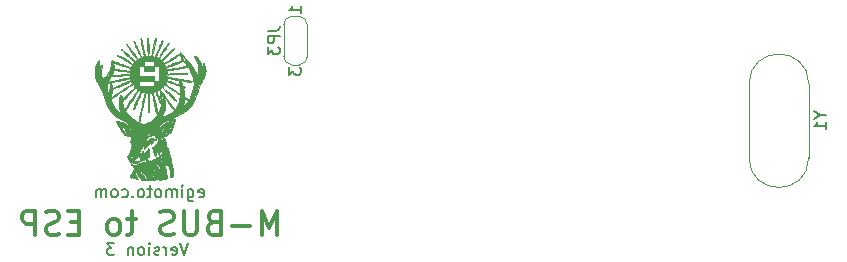
<source format=gbo>
G04 #@! TF.GenerationSoftware,KiCad,Pcbnew,5.1.5+dfsg1-2build2*
G04 #@! TF.CreationDate,2023-05-04T15:53:08+02:00*
G04 #@! TF.ProjectId,MBus_to_radio,4d427573-5f74-46f5-9f72-6164696f2e6b,rev?*
G04 #@! TF.SameCoordinates,Original*
G04 #@! TF.FileFunction,Legend,Bot*
G04 #@! TF.FilePolarity,Positive*
%FSLAX46Y46*%
G04 Gerber Fmt 4.6, Leading zero omitted, Abs format (unit mm)*
G04 Created by KiCad (PCBNEW 5.1.5+dfsg1-2build2) date 2023-05-04 15:53:08*
%MOMM*%
%LPD*%
G04 APERTURE LIST*
%ADD10C,0.150000*%
%ADD11C,0.300000*%
%ADD12C,0.120000*%
%ADD13C,0.010000*%
G04 APERTURE END LIST*
D10*
X111136190Y-77912380D02*
X110802857Y-78912380D01*
X110469523Y-77912380D01*
X109755238Y-78864761D02*
X109850476Y-78912380D01*
X110040952Y-78912380D01*
X110136190Y-78864761D01*
X110183809Y-78769523D01*
X110183809Y-78388571D01*
X110136190Y-78293333D01*
X110040952Y-78245714D01*
X109850476Y-78245714D01*
X109755238Y-78293333D01*
X109707619Y-78388571D01*
X109707619Y-78483809D01*
X110183809Y-78579047D01*
X109279047Y-78912380D02*
X109279047Y-78245714D01*
X109279047Y-78436190D02*
X109231428Y-78340952D01*
X109183809Y-78293333D01*
X109088571Y-78245714D01*
X108993333Y-78245714D01*
X108707619Y-78864761D02*
X108612380Y-78912380D01*
X108421904Y-78912380D01*
X108326666Y-78864761D01*
X108279047Y-78769523D01*
X108279047Y-78721904D01*
X108326666Y-78626666D01*
X108421904Y-78579047D01*
X108564761Y-78579047D01*
X108660000Y-78531428D01*
X108707619Y-78436190D01*
X108707619Y-78388571D01*
X108660000Y-78293333D01*
X108564761Y-78245714D01*
X108421904Y-78245714D01*
X108326666Y-78293333D01*
X107850476Y-78912380D02*
X107850476Y-78245714D01*
X107850476Y-77912380D02*
X107898095Y-77960000D01*
X107850476Y-78007619D01*
X107802857Y-77960000D01*
X107850476Y-77912380D01*
X107850476Y-78007619D01*
X107231428Y-78912380D02*
X107326666Y-78864761D01*
X107374285Y-78817142D01*
X107421904Y-78721904D01*
X107421904Y-78436190D01*
X107374285Y-78340952D01*
X107326666Y-78293333D01*
X107231428Y-78245714D01*
X107088571Y-78245714D01*
X106993333Y-78293333D01*
X106945714Y-78340952D01*
X106898095Y-78436190D01*
X106898095Y-78721904D01*
X106945714Y-78817142D01*
X106993333Y-78864761D01*
X107088571Y-78912380D01*
X107231428Y-78912380D01*
X106469523Y-78245714D02*
X106469523Y-78912380D01*
X106469523Y-78340952D02*
X106421904Y-78293333D01*
X106326666Y-78245714D01*
X106183809Y-78245714D01*
X106088571Y-78293333D01*
X106040952Y-78388571D01*
X106040952Y-78912380D01*
X104898095Y-77912380D02*
X104279047Y-77912380D01*
X104612380Y-78293333D01*
X104469523Y-78293333D01*
X104374285Y-78340952D01*
X104326666Y-78388571D01*
X104279047Y-78483809D01*
X104279047Y-78721904D01*
X104326666Y-78817142D01*
X104374285Y-78864761D01*
X104469523Y-78912380D01*
X104755238Y-78912380D01*
X104850476Y-78864761D01*
X104898095Y-78817142D01*
D11*
X118681904Y-77214761D02*
X118681904Y-75214761D01*
X118015238Y-76643333D01*
X117348571Y-75214761D01*
X117348571Y-77214761D01*
X116396190Y-76452857D02*
X114872380Y-76452857D01*
X113253333Y-76167142D02*
X112967619Y-76262380D01*
X112872380Y-76357619D01*
X112777142Y-76548095D01*
X112777142Y-76833809D01*
X112872380Y-77024285D01*
X112967619Y-77119523D01*
X113158095Y-77214761D01*
X113920000Y-77214761D01*
X113920000Y-75214761D01*
X113253333Y-75214761D01*
X113062857Y-75310000D01*
X112967619Y-75405238D01*
X112872380Y-75595714D01*
X112872380Y-75786190D01*
X112967619Y-75976666D01*
X113062857Y-76071904D01*
X113253333Y-76167142D01*
X113920000Y-76167142D01*
X111920000Y-75214761D02*
X111920000Y-76833809D01*
X111824761Y-77024285D01*
X111729523Y-77119523D01*
X111539047Y-77214761D01*
X111158095Y-77214761D01*
X110967619Y-77119523D01*
X110872380Y-77024285D01*
X110777142Y-76833809D01*
X110777142Y-75214761D01*
X109920000Y-77119523D02*
X109634285Y-77214761D01*
X109158095Y-77214761D01*
X108967619Y-77119523D01*
X108872380Y-77024285D01*
X108777142Y-76833809D01*
X108777142Y-76643333D01*
X108872380Y-76452857D01*
X108967619Y-76357619D01*
X109158095Y-76262380D01*
X109539047Y-76167142D01*
X109729523Y-76071904D01*
X109824761Y-75976666D01*
X109920000Y-75786190D01*
X109920000Y-75595714D01*
X109824761Y-75405238D01*
X109729523Y-75310000D01*
X109539047Y-75214761D01*
X109062857Y-75214761D01*
X108777142Y-75310000D01*
X106681904Y-75881428D02*
X105920000Y-75881428D01*
X106396190Y-75214761D02*
X106396190Y-76929047D01*
X106300952Y-77119523D01*
X106110476Y-77214761D01*
X105920000Y-77214761D01*
X104967619Y-77214761D02*
X105158095Y-77119523D01*
X105253333Y-77024285D01*
X105348571Y-76833809D01*
X105348571Y-76262380D01*
X105253333Y-76071904D01*
X105158095Y-75976666D01*
X104967619Y-75881428D01*
X104681904Y-75881428D01*
X104491428Y-75976666D01*
X104396190Y-76071904D01*
X104300952Y-76262380D01*
X104300952Y-76833809D01*
X104396190Y-77024285D01*
X104491428Y-77119523D01*
X104681904Y-77214761D01*
X104967619Y-77214761D01*
X101920000Y-76167142D02*
X101253333Y-76167142D01*
X100967619Y-77214761D02*
X101920000Y-77214761D01*
X101920000Y-75214761D01*
X100967619Y-75214761D01*
X100205714Y-77119523D02*
X99920000Y-77214761D01*
X99443809Y-77214761D01*
X99253333Y-77119523D01*
X99158095Y-77024285D01*
X99062857Y-76833809D01*
X99062857Y-76643333D01*
X99158095Y-76452857D01*
X99253333Y-76357619D01*
X99443809Y-76262380D01*
X99824761Y-76167142D01*
X100015238Y-76071904D01*
X100110476Y-75976666D01*
X100205714Y-75786190D01*
X100205714Y-75595714D01*
X100110476Y-75405238D01*
X100015238Y-75310000D01*
X99824761Y-75214761D01*
X99348571Y-75214761D01*
X99062857Y-75310000D01*
X98205714Y-77214761D02*
X98205714Y-75214761D01*
X97443809Y-75214761D01*
X97253333Y-75310000D01*
X97158095Y-75405238D01*
X97062857Y-75595714D01*
X97062857Y-75881428D01*
X97158095Y-76071904D01*
X97253333Y-76167142D01*
X97443809Y-76262380D01*
X98205714Y-76262380D01*
D10*
X112012857Y-73984761D02*
X112108095Y-74032380D01*
X112298571Y-74032380D01*
X112393809Y-73984761D01*
X112441428Y-73889523D01*
X112441428Y-73508571D01*
X112393809Y-73413333D01*
X112298571Y-73365714D01*
X112108095Y-73365714D01*
X112012857Y-73413333D01*
X111965238Y-73508571D01*
X111965238Y-73603809D01*
X112441428Y-73699047D01*
X111108095Y-73365714D02*
X111108095Y-74175238D01*
X111155714Y-74270476D01*
X111203333Y-74318095D01*
X111298571Y-74365714D01*
X111441428Y-74365714D01*
X111536666Y-74318095D01*
X111108095Y-73984761D02*
X111203333Y-74032380D01*
X111393809Y-74032380D01*
X111489047Y-73984761D01*
X111536666Y-73937142D01*
X111584285Y-73841904D01*
X111584285Y-73556190D01*
X111536666Y-73460952D01*
X111489047Y-73413333D01*
X111393809Y-73365714D01*
X111203333Y-73365714D01*
X111108095Y-73413333D01*
X110631904Y-74032380D02*
X110631904Y-73365714D01*
X110631904Y-73032380D02*
X110679523Y-73080000D01*
X110631904Y-73127619D01*
X110584285Y-73080000D01*
X110631904Y-73032380D01*
X110631904Y-73127619D01*
X110155714Y-74032380D02*
X110155714Y-73365714D01*
X110155714Y-73460952D02*
X110108095Y-73413333D01*
X110012857Y-73365714D01*
X109870000Y-73365714D01*
X109774761Y-73413333D01*
X109727142Y-73508571D01*
X109727142Y-74032380D01*
X109727142Y-73508571D02*
X109679523Y-73413333D01*
X109584285Y-73365714D01*
X109441428Y-73365714D01*
X109346190Y-73413333D01*
X109298571Y-73508571D01*
X109298571Y-74032380D01*
X108679523Y-74032380D02*
X108774761Y-73984761D01*
X108822380Y-73937142D01*
X108870000Y-73841904D01*
X108870000Y-73556190D01*
X108822380Y-73460952D01*
X108774761Y-73413333D01*
X108679523Y-73365714D01*
X108536666Y-73365714D01*
X108441428Y-73413333D01*
X108393809Y-73460952D01*
X108346190Y-73556190D01*
X108346190Y-73841904D01*
X108393809Y-73937142D01*
X108441428Y-73984761D01*
X108536666Y-74032380D01*
X108679523Y-74032380D01*
X108060476Y-73365714D02*
X107679523Y-73365714D01*
X107917619Y-73032380D02*
X107917619Y-73889523D01*
X107870000Y-73984761D01*
X107774761Y-74032380D01*
X107679523Y-74032380D01*
X107203333Y-74032380D02*
X107298571Y-73984761D01*
X107346190Y-73937142D01*
X107393809Y-73841904D01*
X107393809Y-73556190D01*
X107346190Y-73460952D01*
X107298571Y-73413333D01*
X107203333Y-73365714D01*
X107060476Y-73365714D01*
X106965238Y-73413333D01*
X106917619Y-73460952D01*
X106870000Y-73556190D01*
X106870000Y-73841904D01*
X106917619Y-73937142D01*
X106965238Y-73984761D01*
X107060476Y-74032380D01*
X107203333Y-74032380D01*
X106441428Y-73937142D02*
X106393809Y-73984761D01*
X106441428Y-74032380D01*
X106489047Y-73984761D01*
X106441428Y-73937142D01*
X106441428Y-74032380D01*
X105536666Y-73984761D02*
X105631904Y-74032380D01*
X105822380Y-74032380D01*
X105917619Y-73984761D01*
X105965238Y-73937142D01*
X106012857Y-73841904D01*
X106012857Y-73556190D01*
X105965238Y-73460952D01*
X105917619Y-73413333D01*
X105822380Y-73365714D01*
X105631904Y-73365714D01*
X105536666Y-73413333D01*
X104965238Y-74032380D02*
X105060476Y-73984761D01*
X105108095Y-73937142D01*
X105155714Y-73841904D01*
X105155714Y-73556190D01*
X105108095Y-73460952D01*
X105060476Y-73413333D01*
X104965238Y-73365714D01*
X104822380Y-73365714D01*
X104727142Y-73413333D01*
X104679523Y-73460952D01*
X104631904Y-73556190D01*
X104631904Y-73841904D01*
X104679523Y-73937142D01*
X104727142Y-73984761D01*
X104822380Y-74032380D01*
X104965238Y-74032380D01*
X104203333Y-74032380D02*
X104203333Y-73365714D01*
X104203333Y-73460952D02*
X104155714Y-73413333D01*
X104060476Y-73365714D01*
X103917619Y-73365714D01*
X103822380Y-73413333D01*
X103774761Y-73508571D01*
X103774761Y-74032380D01*
X103774761Y-73508571D02*
X103727142Y-73413333D01*
X103631904Y-73365714D01*
X103489047Y-73365714D01*
X103393809Y-73413333D01*
X103346190Y-73508571D01*
X103346190Y-74032380D01*
D12*
X119920000Y-58720000D02*
G75*
G03X119220000Y-59420000I0J-700000D01*
G01*
X121220000Y-59420000D02*
G75*
G03X120520000Y-58720000I-700000J0D01*
G01*
X120520000Y-62820000D02*
G75*
G03X121220000Y-62120000I0J700000D01*
G01*
X119220000Y-62120000D02*
G75*
G03X119920000Y-62820000I700000J0D01*
G01*
X119220000Y-59370000D02*
X119220000Y-62170000D01*
X119920000Y-62820000D02*
X120520000Y-62820000D01*
X121220000Y-62170000D02*
X121220000Y-59370000D01*
X120520000Y-58720000D02*
X119920000Y-58720000D01*
X158625000Y-64435000D02*
G75*
G02X163675000Y-64435000I2525000J0D01*
G01*
X158625000Y-70685000D02*
G75*
G03X163675000Y-70685000I2525000J0D01*
G01*
X158625000Y-70685000D02*
X158625000Y-64435000D01*
X163675000Y-70685000D02*
X163675000Y-64435000D01*
D13*
G36*
X107399300Y-63311500D02*
G01*
X108250200Y-63325428D01*
X108250200Y-62892400D01*
X107384546Y-62892400D01*
X107399300Y-63311500D01*
G37*
X107399300Y-63311500D02*
X108250200Y-63325428D01*
X108250200Y-62892400D01*
X107384546Y-62892400D01*
X107399300Y-63311500D01*
G36*
X107702292Y-60533259D02*
G01*
X107692132Y-60546251D01*
X107684882Y-60574896D01*
X107680254Y-60624917D01*
X107677960Y-60702033D01*
X107677710Y-60811966D01*
X107679219Y-60960437D01*
X107682196Y-61153167D01*
X107682718Y-61184250D01*
X107687024Y-61415270D01*
X107691528Y-61600174D01*
X107696559Y-61743643D01*
X107702444Y-61850361D01*
X107709512Y-61925010D01*
X107718092Y-61972272D01*
X107728513Y-61996831D01*
X107740176Y-62003400D01*
X107759098Y-61981407D01*
X107776290Y-61928067D01*
X107777125Y-61924025D01*
X107786517Y-61840863D01*
X107791440Y-61708721D01*
X107791896Y-61529219D01*
X107787886Y-61303981D01*
X107779412Y-61034627D01*
X107776312Y-60953356D01*
X107769655Y-60796741D01*
X107763279Y-60683912D01*
X107756182Y-60607869D01*
X107747360Y-60561613D01*
X107735810Y-60538147D01*
X107720528Y-60530472D01*
X107715649Y-60530200D01*
X107702292Y-60533259D01*
G37*
X107702292Y-60533259D02*
X107692132Y-60546251D01*
X107684882Y-60574896D01*
X107680254Y-60624917D01*
X107677960Y-60702033D01*
X107677710Y-60811966D01*
X107679219Y-60960437D01*
X107682196Y-61153167D01*
X107682718Y-61184250D01*
X107687024Y-61415270D01*
X107691528Y-61600174D01*
X107696559Y-61743643D01*
X107702444Y-61850361D01*
X107709512Y-61925010D01*
X107718092Y-61972272D01*
X107728513Y-61996831D01*
X107740176Y-62003400D01*
X107759098Y-61981407D01*
X107776290Y-61928067D01*
X107777125Y-61924025D01*
X107786517Y-61840863D01*
X107791440Y-61708721D01*
X107791896Y-61529219D01*
X107787886Y-61303981D01*
X107779412Y-61034627D01*
X107776312Y-60953356D01*
X107769655Y-60796741D01*
X107763279Y-60683912D01*
X107756182Y-60607869D01*
X107747360Y-60561613D01*
X107735810Y-60538147D01*
X107720528Y-60530472D01*
X107715649Y-60530200D01*
X107702292Y-60533259D01*
G36*
X108347029Y-60591516D02*
G01*
X108334249Y-60607401D01*
X108320399Y-60637584D01*
X108304375Y-60686486D01*
X108285071Y-60758528D01*
X108261384Y-60858129D01*
X108232208Y-60989712D01*
X108196437Y-61157697D01*
X108152967Y-61366504D01*
X108100693Y-61620554D01*
X108098718Y-61630183D01*
X108067926Y-61779868D01*
X108046181Y-61886814D01*
X108032746Y-61958133D01*
X108026884Y-62000935D01*
X108027857Y-62022330D01*
X108034929Y-62029429D01*
X108047362Y-62029343D01*
X108057393Y-62028800D01*
X108078752Y-62008584D01*
X108105024Y-61946096D01*
X108137176Y-61838577D01*
X108171001Y-61704950D01*
X108222792Y-61486671D01*
X108270531Y-61280198D01*
X108312903Y-61091615D01*
X108348594Y-60927006D01*
X108376289Y-60792454D01*
X108394673Y-60694044D01*
X108402433Y-60637860D01*
X108402600Y-60633027D01*
X108389802Y-60590236D01*
X108359846Y-60585508D01*
X108347029Y-60591516D01*
G37*
X108347029Y-60591516D02*
X108334249Y-60607401D01*
X108320399Y-60637584D01*
X108304375Y-60686486D01*
X108285071Y-60758528D01*
X108261384Y-60858129D01*
X108232208Y-60989712D01*
X108196437Y-61157697D01*
X108152967Y-61366504D01*
X108100693Y-61620554D01*
X108098718Y-61630183D01*
X108067926Y-61779868D01*
X108046181Y-61886814D01*
X108032746Y-61958133D01*
X108026884Y-62000935D01*
X108027857Y-62022330D01*
X108034929Y-62029429D01*
X108047362Y-62029343D01*
X108057393Y-62028800D01*
X108078752Y-62008584D01*
X108105024Y-61946096D01*
X108137176Y-61838577D01*
X108171001Y-61704950D01*
X108222792Y-61486671D01*
X108270531Y-61280198D01*
X108312903Y-61091615D01*
X108348594Y-60927006D01*
X108376289Y-60792454D01*
X108394673Y-60694044D01*
X108402433Y-60637860D01*
X108402600Y-60633027D01*
X108389802Y-60590236D01*
X108359846Y-60585508D01*
X108347029Y-60591516D01*
G36*
X107105235Y-60598205D02*
G01*
X107099497Y-60624919D01*
X107103355Y-60686407D01*
X107117293Y-60785811D01*
X107141794Y-60926272D01*
X107177344Y-61110934D01*
X107206847Y-61257335D01*
X107243088Y-61433867D01*
X107277034Y-61597371D01*
X107307056Y-61740150D01*
X107331527Y-61854505D01*
X107348817Y-61932739D01*
X107356247Y-61963644D01*
X107383786Y-62026487D01*
X107417639Y-62051280D01*
X107441753Y-62041381D01*
X107446365Y-62028147D01*
X107446224Y-61998736D01*
X107440511Y-61948436D01*
X107428408Y-61872535D01*
X107409095Y-61766321D01*
X107381755Y-61625081D01*
X107345569Y-61444103D01*
X107299718Y-61218676D01*
X107293975Y-61190600D01*
X107259585Y-61026091D01*
X107227248Y-60878002D01*
X107198684Y-60753693D01*
X107175614Y-60660528D01*
X107159757Y-60605870D01*
X107154811Y-60594970D01*
X107120549Y-60587210D01*
X107105235Y-60598205D01*
G37*
X107105235Y-60598205D02*
X107099497Y-60624919D01*
X107103355Y-60686407D01*
X107117293Y-60785811D01*
X107141794Y-60926272D01*
X107177344Y-61110934D01*
X107206847Y-61257335D01*
X107243088Y-61433867D01*
X107277034Y-61597371D01*
X107307056Y-61740150D01*
X107331527Y-61854505D01*
X107348817Y-61932739D01*
X107356247Y-61963644D01*
X107383786Y-62026487D01*
X107417639Y-62051280D01*
X107441753Y-62041381D01*
X107446365Y-62028147D01*
X107446224Y-61998736D01*
X107440511Y-61948436D01*
X107428408Y-61872535D01*
X107409095Y-61766321D01*
X107381755Y-61625081D01*
X107345569Y-61444103D01*
X107299718Y-61218676D01*
X107293975Y-61190600D01*
X107259585Y-61026091D01*
X107227248Y-60878002D01*
X107198684Y-60753693D01*
X107175614Y-60660528D01*
X107159757Y-60605870D01*
X107154811Y-60594970D01*
X107120549Y-60587210D01*
X107105235Y-60598205D01*
G36*
X106487174Y-60814125D02*
G01*
X106497325Y-60839547D01*
X106514479Y-60878051D01*
X106549500Y-60955985D01*
X106599301Y-61066498D01*
X106660793Y-61202745D01*
X106730887Y-61357876D01*
X106798195Y-61506697D01*
X106893416Y-61714793D01*
X106970685Y-61878126D01*
X107031280Y-61998953D01*
X107076481Y-62079531D01*
X107107567Y-62122114D01*
X107125818Y-62128960D01*
X107132512Y-62102325D01*
X107132600Y-62096438D01*
X107122580Y-62062692D01*
X107094578Y-61990150D01*
X107051679Y-61886238D01*
X106996972Y-61758384D01*
X106933543Y-61614016D01*
X106912682Y-61567271D01*
X106842840Y-61410858D01*
X106776284Y-61260904D01*
X106717220Y-61126953D01*
X106669851Y-61018547D01*
X106638384Y-60945227D01*
X106634777Y-60936600D01*
X106588944Y-60844132D01*
X106545873Y-60796946D01*
X106524219Y-60788747D01*
X106488227Y-60788680D01*
X106487174Y-60814125D01*
G37*
X106487174Y-60814125D02*
X106497325Y-60839547D01*
X106514479Y-60878051D01*
X106549500Y-60955985D01*
X106599301Y-61066498D01*
X106660793Y-61202745D01*
X106730887Y-61357876D01*
X106798195Y-61506697D01*
X106893416Y-61714793D01*
X106970685Y-61878126D01*
X107031280Y-61998953D01*
X107076481Y-62079531D01*
X107107567Y-62122114D01*
X107125818Y-62128960D01*
X107132512Y-62102325D01*
X107132600Y-62096438D01*
X107122580Y-62062692D01*
X107094578Y-61990150D01*
X107051679Y-61886238D01*
X106996972Y-61758384D01*
X106933543Y-61614016D01*
X106912682Y-61567271D01*
X106842840Y-61410858D01*
X106776284Y-61260904D01*
X106717220Y-61126953D01*
X106669851Y-61018547D01*
X106638384Y-60945227D01*
X106634777Y-60936600D01*
X106588944Y-60844132D01*
X106545873Y-60796946D01*
X106524219Y-60788747D01*
X106488227Y-60788680D01*
X106487174Y-60814125D01*
G36*
X108915076Y-60750304D02*
G01*
X108878306Y-60810131D01*
X108875751Y-60815949D01*
X108854970Y-60864110D01*
X108817693Y-60950378D01*
X108767600Y-61066242D01*
X108708372Y-61203189D01*
X108643690Y-61352705D01*
X108631404Y-61381100D01*
X108544335Y-61582555D01*
X108475694Y-61742376D01*
X108423666Y-61865521D01*
X108386433Y-61956946D01*
X108362178Y-62021610D01*
X108349086Y-62064469D01*
X108345339Y-62090481D01*
X108349121Y-62104604D01*
X108358614Y-62111794D01*
X108362964Y-62113595D01*
X108389474Y-62099513D01*
X108429739Y-62040962D01*
X108484697Y-61936450D01*
X108517194Y-61868182D01*
X108610498Y-61665053D01*
X108698086Y-61469723D01*
X108777680Y-61287655D01*
X108847003Y-61124311D01*
X108903778Y-60985152D01*
X108945727Y-60875640D01*
X108970574Y-60801237D01*
X108976101Y-60767552D01*
X108949227Y-60735362D01*
X108915076Y-60750304D01*
G37*
X108915076Y-60750304D02*
X108878306Y-60810131D01*
X108875751Y-60815949D01*
X108854970Y-60864110D01*
X108817693Y-60950378D01*
X108767600Y-61066242D01*
X108708372Y-61203189D01*
X108643690Y-61352705D01*
X108631404Y-61381100D01*
X108544335Y-61582555D01*
X108475694Y-61742376D01*
X108423666Y-61865521D01*
X108386433Y-61956946D01*
X108362178Y-62021610D01*
X108349086Y-62064469D01*
X108345339Y-62090481D01*
X108349121Y-62104604D01*
X108358614Y-62111794D01*
X108362964Y-62113595D01*
X108389474Y-62099513D01*
X108429739Y-62040962D01*
X108484697Y-61936450D01*
X108517194Y-61868182D01*
X108610498Y-61665053D01*
X108698086Y-61469723D01*
X108777680Y-61287655D01*
X108847003Y-61124311D01*
X108903778Y-60985152D01*
X108945727Y-60875640D01*
X108970574Y-60801237D01*
X108976101Y-60767552D01*
X108949227Y-60735362D01*
X108915076Y-60750304D01*
G36*
X109427709Y-60997035D02*
G01*
X109385545Y-61033479D01*
X109328007Y-61103509D01*
X109251479Y-61210850D01*
X109175566Y-61323950D01*
X109020689Y-61559427D01*
X108893275Y-61755463D01*
X108791889Y-61914399D01*
X108715099Y-62038574D01*
X108661471Y-62130328D01*
X108629572Y-62192001D01*
X108617967Y-62225935D01*
X108618901Y-62232647D01*
X108645396Y-62254812D01*
X108679131Y-62236610D01*
X108715234Y-62192707D01*
X108778577Y-62103420D01*
X108855665Y-61991182D01*
X108942331Y-61862433D01*
X109034409Y-61723611D01*
X109127733Y-61581157D01*
X109218137Y-61441510D01*
X109301454Y-61311111D01*
X109373518Y-61196398D01*
X109430164Y-61103812D01*
X109467225Y-61039792D01*
X109480535Y-61010778D01*
X109480376Y-61010009D01*
X109458114Y-60990453D01*
X109427709Y-60997035D01*
G37*
X109427709Y-60997035D02*
X109385545Y-61033479D01*
X109328007Y-61103509D01*
X109251479Y-61210850D01*
X109175566Y-61323950D01*
X109020689Y-61559427D01*
X108893275Y-61755463D01*
X108791889Y-61914399D01*
X108715099Y-62038574D01*
X108661471Y-62130328D01*
X108629572Y-62192001D01*
X108617967Y-62225935D01*
X108618901Y-62232647D01*
X108645396Y-62254812D01*
X108679131Y-62236610D01*
X108715234Y-62192707D01*
X108778577Y-62103420D01*
X108855665Y-61991182D01*
X108942331Y-61862433D01*
X109034409Y-61723611D01*
X109127733Y-61581157D01*
X109218137Y-61441510D01*
X109301454Y-61311111D01*
X109373518Y-61196398D01*
X109430164Y-61103812D01*
X109467225Y-61039792D01*
X109480535Y-61010778D01*
X109480376Y-61010009D01*
X109458114Y-60990453D01*
X109427709Y-60997035D01*
G36*
X105913901Y-61093652D02*
G01*
X105919154Y-61133450D01*
X105937154Y-61167176D01*
X105980137Y-61233850D01*
X106043518Y-61327146D01*
X106122710Y-61440738D01*
X106213127Y-61568302D01*
X106310181Y-61703510D01*
X106409287Y-61840038D01*
X106505858Y-61971560D01*
X106595307Y-62091750D01*
X106673049Y-62194283D01*
X106734497Y-62272834D01*
X106775064Y-62321077D01*
X106789343Y-62333600D01*
X106809900Y-62315878D01*
X106814976Y-62308401D01*
X106820524Y-62299858D01*
X106823171Y-62290669D01*
X106819952Y-62276313D01*
X106807906Y-62252266D01*
X106784068Y-62214006D01*
X106745475Y-62157013D01*
X106689165Y-62076764D01*
X106612175Y-61968736D01*
X106511540Y-61828409D01*
X106385093Y-61652366D01*
X106242269Y-61456058D01*
X106126001Y-61301962D01*
X106035661Y-61189375D01*
X105970617Y-61117595D01*
X105930241Y-61085921D01*
X105913901Y-61093652D01*
G37*
X105913901Y-61093652D02*
X105919154Y-61133450D01*
X105937154Y-61167176D01*
X105980137Y-61233850D01*
X106043518Y-61327146D01*
X106122710Y-61440738D01*
X106213127Y-61568302D01*
X106310181Y-61703510D01*
X106409287Y-61840038D01*
X106505858Y-61971560D01*
X106595307Y-62091750D01*
X106673049Y-62194283D01*
X106734497Y-62272834D01*
X106775064Y-62321077D01*
X106789343Y-62333600D01*
X106809900Y-62315878D01*
X106814976Y-62308401D01*
X106820524Y-62299858D01*
X106823171Y-62290669D01*
X106819952Y-62276313D01*
X106807906Y-62252266D01*
X106784068Y-62214006D01*
X106745475Y-62157013D01*
X106689165Y-62076764D01*
X106612175Y-61968736D01*
X106511540Y-61828409D01*
X106385093Y-61652366D01*
X106242269Y-61456058D01*
X106126001Y-61301962D01*
X106035661Y-61189375D01*
X105970617Y-61117595D01*
X105930241Y-61085921D01*
X105913901Y-61093652D01*
G36*
X105436734Y-61511354D02*
G01*
X105436077Y-61522587D01*
X105456185Y-61545132D01*
X105507974Y-61596240D01*
X105585470Y-61670375D01*
X105682700Y-61762003D01*
X105793689Y-61865586D01*
X105912465Y-61975589D01*
X106033052Y-62086476D01*
X106149477Y-62192712D01*
X106255767Y-62288760D01*
X106345947Y-62369085D01*
X106404751Y-62420247D01*
X106482386Y-62485434D01*
X106531009Y-62521501D01*
X106559606Y-62533046D01*
X106577164Y-62524664D01*
X106585657Y-62512765D01*
X106572415Y-62488866D01*
X106526373Y-62436910D01*
X106453170Y-62362051D01*
X106358445Y-62269445D01*
X106247838Y-62164247D01*
X106126986Y-62051611D01*
X106001529Y-61936693D01*
X105877106Y-61824647D01*
X105759356Y-61720630D01*
X105653918Y-61629797D01*
X105566431Y-61557301D01*
X105502533Y-61508299D01*
X105467865Y-61487945D01*
X105464570Y-61487876D01*
X105436734Y-61511354D01*
G37*
X105436734Y-61511354D02*
X105436077Y-61522587D01*
X105456185Y-61545132D01*
X105507974Y-61596240D01*
X105585470Y-61670375D01*
X105682700Y-61762003D01*
X105793689Y-61865586D01*
X105912465Y-61975589D01*
X106033052Y-62086476D01*
X106149477Y-62192712D01*
X106255767Y-62288760D01*
X106345947Y-62369085D01*
X106404751Y-62420247D01*
X106482386Y-62485434D01*
X106531009Y-62521501D01*
X106559606Y-62533046D01*
X106577164Y-62524664D01*
X106585657Y-62512765D01*
X106572415Y-62488866D01*
X106526373Y-62436910D01*
X106453170Y-62362051D01*
X106358445Y-62269445D01*
X106247838Y-62164247D01*
X106126986Y-62051611D01*
X106001529Y-61936693D01*
X105877106Y-61824647D01*
X105759356Y-61720630D01*
X105653918Y-61629797D01*
X105566431Y-61557301D01*
X105502533Y-61508299D01*
X105467865Y-61487945D01*
X105464570Y-61487876D01*
X105436734Y-61511354D01*
G36*
X110380581Y-61883687D02*
G01*
X110355268Y-61893005D01*
X110314754Y-61913588D01*
X110254410Y-61948081D01*
X110169606Y-61999130D01*
X110055711Y-62069382D01*
X109908096Y-62161482D01*
X109723400Y-62277279D01*
X109541762Y-62391481D01*
X109398992Y-62481983D01*
X109290817Y-62551910D01*
X109212964Y-62604386D01*
X109161161Y-62642536D01*
X109131135Y-62669484D01*
X109118614Y-62688356D01*
X109119325Y-62702274D01*
X109127589Y-62712993D01*
X109159084Y-62709821D01*
X109229196Y-62679138D01*
X109334870Y-62622482D01*
X109473047Y-62541394D01*
X109494800Y-62528186D01*
X109726980Y-62386253D01*
X109918777Y-62267834D01*
X110073534Y-62170577D01*
X110194590Y-62092132D01*
X110285286Y-62030148D01*
X110348964Y-61982274D01*
X110388963Y-61946158D01*
X110408625Y-61919450D01*
X110411290Y-61899798D01*
X110404128Y-61888260D01*
X110395324Y-61882987D01*
X110380581Y-61883687D01*
G37*
X110380581Y-61883687D02*
X110355268Y-61893005D01*
X110314754Y-61913588D01*
X110254410Y-61948081D01*
X110169606Y-61999130D01*
X110055711Y-62069382D01*
X109908096Y-62161482D01*
X109723400Y-62277279D01*
X109541762Y-62391481D01*
X109398992Y-62481983D01*
X109290817Y-62551910D01*
X109212964Y-62604386D01*
X109161161Y-62642536D01*
X109131135Y-62669484D01*
X109118614Y-62688356D01*
X109119325Y-62702274D01*
X109127589Y-62712993D01*
X109159084Y-62709821D01*
X109229196Y-62679138D01*
X109334870Y-62622482D01*
X109473047Y-62541394D01*
X109494800Y-62528186D01*
X109726980Y-62386253D01*
X109918777Y-62267834D01*
X110073534Y-62170577D01*
X110194590Y-62092132D01*
X110285286Y-62030148D01*
X110348964Y-61982274D01*
X110388963Y-61946158D01*
X110408625Y-61919450D01*
X110411290Y-61899798D01*
X110404128Y-61888260D01*
X110395324Y-61882987D01*
X110380581Y-61883687D01*
G36*
X105078536Y-61962985D02*
G01*
X105086493Y-61992840D01*
X105137845Y-62040215D01*
X105208550Y-62088957D01*
X105287978Y-62138345D01*
X105393606Y-62202285D01*
X105518466Y-62276734D01*
X105655593Y-62357649D01*
X105798020Y-62440984D01*
X105938779Y-62522697D01*
X106070905Y-62598744D01*
X106187431Y-62665080D01*
X106281390Y-62717663D01*
X106345816Y-62752448D01*
X106373742Y-62765391D01*
X106373918Y-62765400D01*
X106394267Y-62745165D01*
X106396000Y-62732371D01*
X106375119Y-62711604D01*
X106316905Y-62669461D01*
X106228007Y-62609990D01*
X106115074Y-62537238D01*
X105984754Y-62455253D01*
X105843696Y-62368083D01*
X105698546Y-62279777D01*
X105555954Y-62194382D01*
X105422568Y-62115945D01*
X105305036Y-62048515D01*
X105210006Y-61996140D01*
X105144126Y-61962867D01*
X105115308Y-61952600D01*
X105078536Y-61962985D01*
G37*
X105078536Y-61962985D02*
X105086493Y-61992840D01*
X105137845Y-62040215D01*
X105208550Y-62088957D01*
X105287978Y-62138345D01*
X105393606Y-62202285D01*
X105518466Y-62276734D01*
X105655593Y-62357649D01*
X105798020Y-62440984D01*
X105938779Y-62522697D01*
X106070905Y-62598744D01*
X106187431Y-62665080D01*
X106281390Y-62717663D01*
X106345816Y-62752448D01*
X106373742Y-62765391D01*
X106373918Y-62765400D01*
X106394267Y-62745165D01*
X106396000Y-62732371D01*
X106375119Y-62711604D01*
X106316905Y-62669461D01*
X106228007Y-62609990D01*
X106115074Y-62537238D01*
X105984754Y-62455253D01*
X105843696Y-62368083D01*
X105698546Y-62279777D01*
X105555954Y-62194382D01*
X105422568Y-62115945D01*
X105305036Y-62048515D01*
X105210006Y-61996140D01*
X105144126Y-61962867D01*
X105115308Y-61952600D01*
X105078536Y-61962985D01*
G36*
X110606809Y-62433387D02*
G01*
X110564962Y-62445232D01*
X110502202Y-62466905D01*
X110413484Y-62500055D01*
X110293762Y-62546333D01*
X110137990Y-62607390D01*
X109941122Y-62684877D01*
X109888500Y-62705589D01*
X109705272Y-62777836D01*
X109563937Y-62834148D01*
X109459068Y-62877071D01*
X109385238Y-62909151D01*
X109337021Y-62932933D01*
X109308990Y-62950962D01*
X109295718Y-62965785D01*
X109291779Y-62979948D01*
X109291600Y-62985592D01*
X109296387Y-63009926D01*
X109318860Y-63014819D01*
X109371187Y-63000600D01*
X109405900Y-62988691D01*
X109472350Y-62964658D01*
X109571049Y-62927985D01*
X109694503Y-62881549D01*
X109835214Y-62828223D01*
X109985686Y-62770882D01*
X110138422Y-62712401D01*
X110285926Y-62655654D01*
X110420700Y-62603516D01*
X110535250Y-62558863D01*
X110622076Y-62524568D01*
X110673685Y-62503505D01*
X110684772Y-62498295D01*
X110680442Y-62472630D01*
X110665995Y-62451267D01*
X110657337Y-62440309D01*
X110647951Y-62432576D01*
X110632790Y-62429719D01*
X110606809Y-62433387D01*
G37*
X110606809Y-62433387D02*
X110564962Y-62445232D01*
X110502202Y-62466905D01*
X110413484Y-62500055D01*
X110293762Y-62546333D01*
X110137990Y-62607390D01*
X109941122Y-62684877D01*
X109888500Y-62705589D01*
X109705272Y-62777836D01*
X109563937Y-62834148D01*
X109459068Y-62877071D01*
X109385238Y-62909151D01*
X109337021Y-62932933D01*
X109308990Y-62950962D01*
X109295718Y-62965785D01*
X109291779Y-62979948D01*
X109291600Y-62985592D01*
X109296387Y-63009926D01*
X109318860Y-63014819D01*
X109371187Y-63000600D01*
X109405900Y-62988691D01*
X109472350Y-62964658D01*
X109571049Y-62927985D01*
X109694503Y-62881549D01*
X109835214Y-62828223D01*
X109985686Y-62770882D01*
X110138422Y-62712401D01*
X110285926Y-62655654D01*
X110420700Y-62603516D01*
X110535250Y-62558863D01*
X110622076Y-62524568D01*
X110673685Y-62503505D01*
X110684772Y-62498295D01*
X110680442Y-62472630D01*
X110665995Y-62451267D01*
X110657337Y-62440309D01*
X110647951Y-62432576D01*
X110632790Y-62429719D01*
X110606809Y-62433387D01*
G36*
X110922861Y-62927032D02*
G01*
X110845834Y-62937517D01*
X110741138Y-62954669D01*
X110604037Y-62979188D01*
X110429796Y-63011771D01*
X110213683Y-63053118D01*
X110040900Y-63086496D01*
X109840276Y-63125355D01*
X109684111Y-63155891D01*
X109567013Y-63179546D01*
X109483589Y-63197764D01*
X109428447Y-63211984D01*
X109396193Y-63223651D01*
X109381435Y-63234204D01*
X109378779Y-63245087D01*
X109382833Y-63257741D01*
X109384514Y-63262000D01*
X109405815Y-63293581D01*
X109414968Y-63296887D01*
X109444746Y-63291927D01*
X109514695Y-63279702D01*
X109614990Y-63261947D01*
X109735804Y-63240392D01*
X109761500Y-63235789D01*
X110052265Y-63183297D01*
X110312185Y-63135615D01*
X110538381Y-63093300D01*
X110727973Y-63056911D01*
X110878082Y-63027009D01*
X110985827Y-63004150D01*
X111048330Y-62988894D01*
X111063511Y-62983155D01*
X111062004Y-62955121D01*
X111048966Y-62937805D01*
X111035271Y-62928602D01*
X111012845Y-62923273D01*
X110976953Y-62922517D01*
X110922861Y-62927032D01*
G37*
X110922861Y-62927032D02*
X110845834Y-62937517D01*
X110741138Y-62954669D01*
X110604037Y-62979188D01*
X110429796Y-63011771D01*
X110213683Y-63053118D01*
X110040900Y-63086496D01*
X109840276Y-63125355D01*
X109684111Y-63155891D01*
X109567013Y-63179546D01*
X109483589Y-63197764D01*
X109428447Y-63211984D01*
X109396193Y-63223651D01*
X109381435Y-63234204D01*
X109378779Y-63245087D01*
X109382833Y-63257741D01*
X109384514Y-63262000D01*
X109405815Y-63293581D01*
X109414968Y-63296887D01*
X109444746Y-63291927D01*
X109514695Y-63279702D01*
X109614990Y-63261947D01*
X109735804Y-63240392D01*
X109761500Y-63235789D01*
X110052265Y-63183297D01*
X110312185Y-63135615D01*
X110538381Y-63093300D01*
X110727973Y-63056911D01*
X110878082Y-63027009D01*
X110985827Y-63004150D01*
X111048330Y-62988894D01*
X111063511Y-62983155D01*
X111062004Y-62955121D01*
X111048966Y-62937805D01*
X111035271Y-62928602D01*
X111012845Y-62923273D01*
X110976953Y-62922517D01*
X110922861Y-62927032D01*
G36*
X110667876Y-63522380D02*
G01*
X110493804Y-63525024D01*
X110485194Y-63525172D01*
X110199512Y-63531051D01*
X109962371Y-63538038D01*
X109771518Y-63546288D01*
X109624703Y-63555952D01*
X109519676Y-63567184D01*
X109454184Y-63580137D01*
X109425977Y-63594964D01*
X109424858Y-63597250D01*
X109431823Y-63607288D01*
X109463324Y-63614891D01*
X109524044Y-63620256D01*
X109618667Y-63623581D01*
X109751878Y-63625067D01*
X109928359Y-63624911D01*
X110057834Y-63624105D01*
X110243824Y-63622378D01*
X110422073Y-63620144D01*
X110583388Y-63617563D01*
X110718577Y-63614794D01*
X110818446Y-63611998D01*
X110861671Y-63610151D01*
X110950074Y-63602994D01*
X110997643Y-63591943D01*
X111014342Y-63573626D01*
X111013865Y-63558630D01*
X111007018Y-63544338D01*
X110988466Y-63533892D01*
X110951742Y-63526882D01*
X110890379Y-63522899D01*
X110797913Y-63521535D01*
X110667876Y-63522380D01*
G37*
X110667876Y-63522380D02*
X110493804Y-63525024D01*
X110485194Y-63525172D01*
X110199512Y-63531051D01*
X109962371Y-63538038D01*
X109771518Y-63546288D01*
X109624703Y-63555952D01*
X109519676Y-63567184D01*
X109454184Y-63580137D01*
X109425977Y-63594964D01*
X109424858Y-63597250D01*
X109431823Y-63607288D01*
X109463324Y-63614891D01*
X109524044Y-63620256D01*
X109618667Y-63623581D01*
X109751878Y-63625067D01*
X109928359Y-63624911D01*
X110057834Y-63624105D01*
X110243824Y-63622378D01*
X110422073Y-63620144D01*
X110583388Y-63617563D01*
X110718577Y-63614794D01*
X110818446Y-63611998D01*
X110861671Y-63610151D01*
X110950074Y-63602994D01*
X110997643Y-63591943D01*
X111014342Y-63573626D01*
X111013865Y-63558630D01*
X111007018Y-63544338D01*
X110988466Y-63533892D01*
X110951742Y-63526882D01*
X110890379Y-63522899D01*
X110797913Y-63521535D01*
X110667876Y-63522380D01*
G36*
X106110250Y-63894419D02*
G01*
X106072279Y-63902242D01*
X105990782Y-63918750D01*
X105872048Y-63942680D01*
X105722368Y-63972766D01*
X105548032Y-64007743D01*
X105355329Y-64046347D01*
X105216534Y-64074119D01*
X105016876Y-64114299D01*
X104833064Y-64151768D01*
X104671046Y-64185277D01*
X104536771Y-64213574D01*
X104436188Y-64235411D01*
X104375246Y-64249538D01*
X104359284Y-64254215D01*
X104339684Y-64286069D01*
X104345110Y-64322659D01*
X104370350Y-64337460D01*
X104401863Y-64331925D01*
X104477284Y-64317411D01*
X104590749Y-64295083D01*
X104736391Y-64266110D01*
X104908342Y-64231656D01*
X105100736Y-64192889D01*
X105284750Y-64155634D01*
X105519819Y-64107694D01*
X105709708Y-64068263D01*
X105859102Y-64036139D01*
X105972686Y-64010122D01*
X106055144Y-63989009D01*
X106111160Y-63971600D01*
X106145418Y-63956694D01*
X106162603Y-63943089D01*
X106167399Y-63929584D01*
X106167400Y-63929290D01*
X106155212Y-63895045D01*
X106111107Y-63894235D01*
X106110250Y-63894419D01*
G37*
X106110250Y-63894419D02*
X106072279Y-63902242D01*
X105990782Y-63918750D01*
X105872048Y-63942680D01*
X105722368Y-63972766D01*
X105548032Y-64007743D01*
X105355329Y-64046347D01*
X105216534Y-64074119D01*
X105016876Y-64114299D01*
X104833064Y-64151768D01*
X104671046Y-64185277D01*
X104536771Y-64213574D01*
X104436188Y-64235411D01*
X104375246Y-64249538D01*
X104359284Y-64254215D01*
X104339684Y-64286069D01*
X104345110Y-64322659D01*
X104370350Y-64337460D01*
X104401863Y-64331925D01*
X104477284Y-64317411D01*
X104590749Y-64295083D01*
X104736391Y-64266110D01*
X104908342Y-64231656D01*
X105100736Y-64192889D01*
X105284750Y-64155634D01*
X105519819Y-64107694D01*
X105709708Y-64068263D01*
X105859102Y-64036139D01*
X105972686Y-64010122D01*
X106055144Y-63989009D01*
X106111160Y-63971600D01*
X106145418Y-63956694D01*
X106162603Y-63943089D01*
X106167399Y-63929584D01*
X106167400Y-63929290D01*
X106155212Y-63895045D01*
X106111107Y-63894235D01*
X106110250Y-63894419D01*
G36*
X106195839Y-64146266D02*
G01*
X106126364Y-64172489D01*
X106021855Y-64213308D01*
X105888288Y-64266359D01*
X105731638Y-64329280D01*
X105557878Y-64399708D01*
X105492193Y-64426483D01*
X105255761Y-64524279D01*
X105066173Y-64605489D01*
X104923655Y-64670009D01*
X104828437Y-64717734D01*
X104780746Y-64748560D01*
X104774888Y-64756683D01*
X104786126Y-64790378D01*
X104812988Y-64795753D01*
X104847533Y-64785772D01*
X104922503Y-64758363D01*
X105031591Y-64716024D01*
X105168494Y-64661254D01*
X105326905Y-64596551D01*
X105500521Y-64524412D01*
X105545100Y-64505702D01*
X105766245Y-64411432D01*
X105947041Y-64331644D01*
X106085896Y-64267095D01*
X106181214Y-64218538D01*
X106231399Y-64186729D01*
X106239113Y-64177148D01*
X106234770Y-64142494D01*
X106224306Y-64137000D01*
X106195839Y-64146266D01*
G37*
X106195839Y-64146266D02*
X106126364Y-64172489D01*
X106021855Y-64213308D01*
X105888288Y-64266359D01*
X105731638Y-64329280D01*
X105557878Y-64399708D01*
X105492193Y-64426483D01*
X105255761Y-64524279D01*
X105066173Y-64605489D01*
X104923655Y-64670009D01*
X104828437Y-64717734D01*
X104780746Y-64748560D01*
X104774888Y-64756683D01*
X104786126Y-64790378D01*
X104812988Y-64795753D01*
X104847533Y-64785772D01*
X104922503Y-64758363D01*
X105031591Y-64716024D01*
X105168494Y-64661254D01*
X105326905Y-64596551D01*
X105500521Y-64524412D01*
X105545100Y-64505702D01*
X105766245Y-64411432D01*
X105947041Y-64331644D01*
X106085896Y-64267095D01*
X106181214Y-64218538D01*
X106231399Y-64186729D01*
X106239113Y-64177148D01*
X106234770Y-64142494D01*
X106224306Y-64137000D01*
X106195839Y-64146266D01*
G36*
X109921660Y-61375162D02*
G01*
X109899799Y-61393895D01*
X109846583Y-61443969D01*
X109766654Y-61520882D01*
X109664656Y-61620133D01*
X109545232Y-61737218D01*
X109413023Y-61867637D01*
X109374629Y-61905649D01*
X108845238Y-62430199D01*
X108745297Y-62355681D01*
X108608404Y-62269076D01*
X108441622Y-62187177D01*
X108265635Y-62119500D01*
X108170760Y-62091357D01*
X107995138Y-62062162D01*
X107792488Y-62054993D01*
X107581091Y-62068897D01*
X107379222Y-62102918D01*
X107249659Y-62139465D01*
X106997163Y-62251580D01*
X106774355Y-62400444D01*
X106583552Y-62580869D01*
X106427066Y-62787668D01*
X106307213Y-63015653D01*
X106226308Y-63259637D01*
X106186664Y-63514432D01*
X106190596Y-63774852D01*
X106240419Y-64035708D01*
X106313386Y-64237862D01*
X106448715Y-64483460D01*
X106622824Y-64696976D01*
X106833858Y-64876815D01*
X107079963Y-65021383D01*
X107344826Y-65124684D01*
X107488347Y-65155749D01*
X107662340Y-65173423D01*
X107848189Y-65177404D01*
X108027283Y-65167390D01*
X108181006Y-65143080D01*
X108199400Y-65138530D01*
X108429233Y-65055815D01*
X108651092Y-64933415D01*
X108855433Y-64779032D01*
X109032710Y-64600371D01*
X109173379Y-64405136D01*
X109222890Y-64312464D01*
X109319810Y-64071664D01*
X109374348Y-63841297D01*
X109389217Y-63608412D01*
X109386183Y-63533453D01*
X109344996Y-63254497D01*
X109258953Y-62994544D01*
X109203177Y-62892400D01*
X108682873Y-62892400D01*
X108676087Y-63533750D01*
X108669300Y-64175100D01*
X108250200Y-64189854D01*
X108250200Y-64594200D01*
X106980200Y-64594200D01*
X106980200Y-64188687D01*
X107608850Y-64181893D01*
X108237500Y-64175100D01*
X108244878Y-63965550D01*
X108252255Y-63756000D01*
X106980200Y-63756000D01*
X106980200Y-62892400D01*
X107384546Y-62892400D01*
X107399300Y-62473300D01*
X107824750Y-62466335D01*
X108250200Y-62459371D01*
X108250200Y-62892400D01*
X108682873Y-62892400D01*
X109203177Y-62892400D01*
X109129918Y-62758241D01*
X109015655Y-62610118D01*
X108912389Y-62492936D01*
X109459368Y-61952313D01*
X109627068Y-61785401D01*
X109759483Y-61650910D01*
X109858563Y-61546704D01*
X109926260Y-61470648D01*
X109964523Y-61420608D01*
X109975305Y-61394448D01*
X109972823Y-61390457D01*
X109932975Y-61374744D01*
X109921660Y-61375162D01*
G37*
X109921660Y-61375162D02*
X109899799Y-61393895D01*
X109846583Y-61443969D01*
X109766654Y-61520882D01*
X109664656Y-61620133D01*
X109545232Y-61737218D01*
X109413023Y-61867637D01*
X109374629Y-61905649D01*
X108845238Y-62430199D01*
X108745297Y-62355681D01*
X108608404Y-62269076D01*
X108441622Y-62187177D01*
X108265635Y-62119500D01*
X108170760Y-62091357D01*
X107995138Y-62062162D01*
X107792488Y-62054993D01*
X107581091Y-62068897D01*
X107379222Y-62102918D01*
X107249659Y-62139465D01*
X106997163Y-62251580D01*
X106774355Y-62400444D01*
X106583552Y-62580869D01*
X106427066Y-62787668D01*
X106307213Y-63015653D01*
X106226308Y-63259637D01*
X106186664Y-63514432D01*
X106190596Y-63774852D01*
X106240419Y-64035708D01*
X106313386Y-64237862D01*
X106448715Y-64483460D01*
X106622824Y-64696976D01*
X106833858Y-64876815D01*
X107079963Y-65021383D01*
X107344826Y-65124684D01*
X107488347Y-65155749D01*
X107662340Y-65173423D01*
X107848189Y-65177404D01*
X108027283Y-65167390D01*
X108181006Y-65143080D01*
X108199400Y-65138530D01*
X108429233Y-65055815D01*
X108651092Y-64933415D01*
X108855433Y-64779032D01*
X109032710Y-64600371D01*
X109173379Y-64405136D01*
X109222890Y-64312464D01*
X109319810Y-64071664D01*
X109374348Y-63841297D01*
X109389217Y-63608412D01*
X109386183Y-63533453D01*
X109344996Y-63254497D01*
X109258953Y-62994544D01*
X109203177Y-62892400D01*
X108682873Y-62892400D01*
X108676087Y-63533750D01*
X108669300Y-64175100D01*
X108250200Y-64189854D01*
X108250200Y-64594200D01*
X106980200Y-64594200D01*
X106980200Y-64188687D01*
X107608850Y-64181893D01*
X108237500Y-64175100D01*
X108244878Y-63965550D01*
X108252255Y-63756000D01*
X106980200Y-63756000D01*
X106980200Y-62892400D01*
X107384546Y-62892400D01*
X107399300Y-62473300D01*
X107824750Y-62466335D01*
X108250200Y-62459371D01*
X108250200Y-62892400D01*
X108682873Y-62892400D01*
X109203177Y-62892400D01*
X109129918Y-62758241D01*
X109015655Y-62610118D01*
X108912389Y-62492936D01*
X109459368Y-61952313D01*
X109627068Y-61785401D01*
X109759483Y-61650910D01*
X109858563Y-61546704D01*
X109926260Y-61470648D01*
X109964523Y-61420608D01*
X109975305Y-61394448D01*
X109972823Y-61390457D01*
X109932975Y-61374744D01*
X109921660Y-61375162D01*
G36*
X109167981Y-64483406D02*
G01*
X109164898Y-64497087D01*
X109185214Y-64517968D01*
X109241742Y-64562097D01*
X109328060Y-64625101D01*
X109437748Y-64702606D01*
X109564385Y-64790236D01*
X109701549Y-64883618D01*
X109842818Y-64978377D01*
X109981773Y-65070140D01*
X110111991Y-65154531D01*
X110227051Y-65227177D01*
X110313950Y-65279849D01*
X110373075Y-65313232D01*
X110400671Y-65321164D01*
X110408739Y-65304382D01*
X110409200Y-65285705D01*
X110397746Y-65262470D01*
X110361099Y-65226505D01*
X110295835Y-65175324D01*
X110198529Y-65106440D01*
X110065756Y-65017369D01*
X109894091Y-64905624D01*
X109819583Y-64857746D01*
X109663882Y-64758414D01*
X109521232Y-64668259D01*
X109397476Y-64590906D01*
X109298458Y-64529980D01*
X109230020Y-64489106D01*
X109198008Y-64471910D01*
X109197283Y-64471687D01*
X109167981Y-64483406D01*
G37*
X109167981Y-64483406D02*
X109164898Y-64497087D01*
X109185214Y-64517968D01*
X109241742Y-64562097D01*
X109328060Y-64625101D01*
X109437748Y-64702606D01*
X109564385Y-64790236D01*
X109701549Y-64883618D01*
X109842818Y-64978377D01*
X109981773Y-65070140D01*
X110111991Y-65154531D01*
X110227051Y-65227177D01*
X110313950Y-65279849D01*
X110373075Y-65313232D01*
X110400671Y-65321164D01*
X110408739Y-65304382D01*
X110409200Y-65285705D01*
X110397746Y-65262470D01*
X110361099Y-65226505D01*
X110295835Y-65175324D01*
X110198529Y-65106440D01*
X110065756Y-65017369D01*
X109894091Y-64905624D01*
X109819583Y-64857746D01*
X109663882Y-64758414D01*
X109521232Y-64668259D01*
X109397476Y-64590906D01*
X109298458Y-64529980D01*
X109230020Y-64489106D01*
X109198008Y-64471910D01*
X109197283Y-64471687D01*
X109167981Y-64483406D01*
G36*
X108965489Y-64758902D02*
G01*
X109008588Y-64809307D01*
X109078039Y-64884625D01*
X109168694Y-64979721D01*
X109275407Y-65089460D01*
X109393029Y-65208709D01*
X109516414Y-65332333D01*
X109640414Y-65455197D01*
X109759882Y-65572168D01*
X109869670Y-65678112D01*
X109964631Y-65767893D01*
X110039618Y-65836379D01*
X110089484Y-65878434D01*
X110107892Y-65889600D01*
X110136728Y-65871149D01*
X110145390Y-65859524D01*
X110134319Y-65832058D01*
X110090319Y-65776290D01*
X110018769Y-65697282D01*
X109925049Y-65600095D01*
X109814538Y-65489791D01*
X109692617Y-65371430D01*
X109564664Y-65250075D01*
X109436060Y-65130786D01*
X109312184Y-65018625D01*
X109198416Y-64918653D01*
X109100135Y-64835930D01*
X109022721Y-64775519D01*
X108971554Y-64742481D01*
X108953889Y-64738542D01*
X108965489Y-64758902D01*
G37*
X108965489Y-64758902D02*
X109008588Y-64809307D01*
X109078039Y-64884625D01*
X109168694Y-64979721D01*
X109275407Y-65089460D01*
X109393029Y-65208709D01*
X109516414Y-65332333D01*
X109640414Y-65455197D01*
X109759882Y-65572168D01*
X109869670Y-65678112D01*
X109964631Y-65767893D01*
X110039618Y-65836379D01*
X110089484Y-65878434D01*
X110107892Y-65889600D01*
X110136728Y-65871149D01*
X110145390Y-65859524D01*
X110134319Y-65832058D01*
X110090319Y-65776290D01*
X110018769Y-65697282D01*
X109925049Y-65600095D01*
X109814538Y-65489791D01*
X109692617Y-65371430D01*
X109564664Y-65250075D01*
X109436060Y-65130786D01*
X109312184Y-65018625D01*
X109198416Y-64918653D01*
X109100135Y-64835930D01*
X109022721Y-64775519D01*
X108971554Y-64742481D01*
X108953889Y-64738542D01*
X108965489Y-64758902D01*
G36*
X108390232Y-65127064D02*
G01*
X108394787Y-65157025D01*
X108416511Y-65224288D01*
X108451826Y-65320271D01*
X108497150Y-65436395D01*
X108548907Y-65564078D01*
X108603514Y-65694741D01*
X108657394Y-65819802D01*
X108706967Y-65930683D01*
X108748653Y-66018801D01*
X108778873Y-66075577D01*
X108793101Y-66092800D01*
X108803310Y-66070345D01*
X108803686Y-66013150D01*
X108799542Y-65973414D01*
X108782551Y-65905496D01*
X108747749Y-65804827D01*
X108699939Y-65684143D01*
X108643927Y-65556179D01*
X108634238Y-65535264D01*
X108578236Y-65414046D01*
X108529131Y-65305217D01*
X108491503Y-65219113D01*
X108469934Y-65166072D01*
X108467637Y-65159350D01*
X108440652Y-65110700D01*
X108408227Y-65107400D01*
X108390232Y-65127064D01*
G37*
X108390232Y-65127064D02*
X108394787Y-65157025D01*
X108416511Y-65224288D01*
X108451826Y-65320271D01*
X108497150Y-65436395D01*
X108548907Y-65564078D01*
X108603514Y-65694741D01*
X108657394Y-65819802D01*
X108706967Y-65930683D01*
X108748653Y-66018801D01*
X108778873Y-66075577D01*
X108793101Y-66092800D01*
X108803310Y-66070345D01*
X108803686Y-66013150D01*
X108799542Y-65973414D01*
X108782551Y-65905496D01*
X108747749Y-65804827D01*
X108699939Y-65684143D01*
X108643927Y-65556179D01*
X108634238Y-65535264D01*
X108578236Y-65414046D01*
X108529131Y-65305217D01*
X108491503Y-65219113D01*
X108469934Y-65166072D01*
X108467637Y-65159350D01*
X108440652Y-65110700D01*
X108408227Y-65107400D01*
X108390232Y-65127064D01*
G36*
X107109083Y-65103616D02*
G01*
X107096778Y-65110942D01*
X107081944Y-65128789D01*
X107062349Y-65161771D01*
X107035760Y-65214498D01*
X106999946Y-65291584D01*
X106952675Y-65397642D01*
X106891715Y-65537284D01*
X106814835Y-65715122D01*
X106736277Y-65897498D01*
X106652306Y-66093124D01*
X106587040Y-66247148D01*
X106538819Y-66364509D01*
X106505983Y-66450145D01*
X106486873Y-66508994D01*
X106479830Y-66545993D01*
X106483193Y-66566082D01*
X106495303Y-66574197D01*
X106508450Y-66575400D01*
X106545196Y-66552251D01*
X106586949Y-66488867D01*
X106603248Y-66454750D01*
X106648791Y-66349971D01*
X106704110Y-66220835D01*
X106766271Y-66074382D01*
X106832341Y-65917650D01*
X106899386Y-65757680D01*
X106964474Y-65601511D01*
X107024672Y-65456183D01*
X107077046Y-65328735D01*
X107118664Y-65226207D01*
X107146592Y-65155638D01*
X107157897Y-65124068D01*
X107158000Y-65123316D01*
X107137449Y-65104401D01*
X107121089Y-65102200D01*
X107109083Y-65103616D01*
G37*
X107109083Y-65103616D02*
X107096778Y-65110942D01*
X107081944Y-65128789D01*
X107062349Y-65161771D01*
X107035760Y-65214498D01*
X106999946Y-65291584D01*
X106952675Y-65397642D01*
X106891715Y-65537284D01*
X106814835Y-65715122D01*
X106736277Y-65897498D01*
X106652306Y-66093124D01*
X106587040Y-66247148D01*
X106538819Y-66364509D01*
X106505983Y-66450145D01*
X106486873Y-66508994D01*
X106479830Y-66545993D01*
X106483193Y-66566082D01*
X106495303Y-66574197D01*
X106508450Y-66575400D01*
X106545196Y-66552251D01*
X106586949Y-66488867D01*
X106603248Y-66454750D01*
X106648791Y-66349971D01*
X106704110Y-66220835D01*
X106766271Y-66074382D01*
X106832341Y-65917650D01*
X106899386Y-65757680D01*
X106964474Y-65601511D01*
X107024672Y-65456183D01*
X107077046Y-65328735D01*
X107118664Y-65226207D01*
X107146592Y-65155638D01*
X107157897Y-65124068D01*
X107158000Y-65123316D01*
X107137449Y-65104401D01*
X107121089Y-65102200D01*
X107109083Y-65103616D01*
G36*
X106835433Y-64970261D02*
G01*
X106792680Y-65027909D01*
X106729934Y-65117136D01*
X106650885Y-65232335D01*
X106559225Y-65367901D01*
X106458644Y-65518226D01*
X106352834Y-65677705D01*
X106245486Y-65840729D01*
X106140290Y-66001694D01*
X106040939Y-66154991D01*
X105951123Y-66295016D01*
X105874534Y-66416161D01*
X105814862Y-66512819D01*
X105775798Y-66579384D01*
X105761035Y-66610249D01*
X105761000Y-66610748D01*
X105771862Y-66655167D01*
X105802495Y-66655326D01*
X105849972Y-66612411D01*
X105891289Y-66557920D01*
X105962007Y-66453359D01*
X106046643Y-66325336D01*
X106141673Y-66179458D01*
X106243569Y-66021328D01*
X106348807Y-65856552D01*
X106453860Y-65690735D01*
X106555204Y-65529481D01*
X106649312Y-65378397D01*
X106732658Y-65243086D01*
X106801718Y-65129155D01*
X106852965Y-65042207D01*
X106882873Y-64987848D01*
X106889097Y-64971634D01*
X106858312Y-64950122D01*
X106854500Y-64949800D01*
X106835433Y-64970261D01*
G37*
X106835433Y-64970261D02*
X106792680Y-65027909D01*
X106729934Y-65117136D01*
X106650885Y-65232335D01*
X106559225Y-65367901D01*
X106458644Y-65518226D01*
X106352834Y-65677705D01*
X106245486Y-65840729D01*
X106140290Y-66001694D01*
X106040939Y-66154991D01*
X105951123Y-66295016D01*
X105874534Y-66416161D01*
X105814862Y-66512819D01*
X105775798Y-66579384D01*
X105761035Y-66610249D01*
X105761000Y-66610748D01*
X105771862Y-66655167D01*
X105802495Y-66655326D01*
X105849972Y-66612411D01*
X105891289Y-66557920D01*
X105962007Y-66453359D01*
X106046643Y-66325336D01*
X106141673Y-66179458D01*
X106243569Y-66021328D01*
X106348807Y-65856552D01*
X106453860Y-65690735D01*
X106555204Y-65529481D01*
X106649312Y-65378397D01*
X106732658Y-65243086D01*
X106801718Y-65129155D01*
X106852965Y-65042207D01*
X106882873Y-64987848D01*
X106889097Y-64971634D01*
X106858312Y-64950122D01*
X106854500Y-64949800D01*
X106835433Y-64970261D01*
G36*
X107766925Y-65236038D02*
G01*
X107759073Y-65259794D01*
X107753242Y-65305326D01*
X107749257Y-65377492D01*
X107746942Y-65481150D01*
X107746119Y-65621160D01*
X107746614Y-65802381D01*
X107748189Y-66022610D01*
X107750228Y-66244683D01*
X107752404Y-66421226D01*
X107755062Y-66557508D01*
X107758546Y-66658797D01*
X107763202Y-66730363D01*
X107769373Y-66777476D01*
X107777405Y-66805403D01*
X107787643Y-66819415D01*
X107800432Y-66824780D01*
X107800688Y-66824830D01*
X107813766Y-66824952D01*
X107824038Y-66816180D01*
X107831799Y-66793224D01*
X107837344Y-66750794D01*
X107840970Y-66683600D01*
X107842971Y-66586353D01*
X107843643Y-66453761D01*
X107843283Y-66280534D01*
X107842291Y-66080427D01*
X107840809Y-65887752D01*
X107838658Y-65709976D01*
X107835982Y-65553895D01*
X107832924Y-65426310D01*
X107829629Y-65334016D01*
X107826241Y-65283812D01*
X107825292Y-65278208D01*
X107799377Y-65237896D01*
X107776976Y-65229200D01*
X107766925Y-65236038D01*
G37*
X107766925Y-65236038D02*
X107759073Y-65259794D01*
X107753242Y-65305326D01*
X107749257Y-65377492D01*
X107746942Y-65481150D01*
X107746119Y-65621160D01*
X107746614Y-65802381D01*
X107748189Y-66022610D01*
X107750228Y-66244683D01*
X107752404Y-66421226D01*
X107755062Y-66557508D01*
X107758546Y-66658797D01*
X107763202Y-66730363D01*
X107769373Y-66777476D01*
X107777405Y-66805403D01*
X107787643Y-66819415D01*
X107800432Y-66824780D01*
X107800688Y-66824830D01*
X107813766Y-66824952D01*
X107824038Y-66816180D01*
X107831799Y-66793224D01*
X107837344Y-66750794D01*
X107840970Y-66683600D01*
X107842971Y-66586353D01*
X107843643Y-66453761D01*
X107843283Y-66280534D01*
X107842291Y-66080427D01*
X107840809Y-65887752D01*
X107838658Y-65709976D01*
X107835982Y-65553895D01*
X107832924Y-65426310D01*
X107829629Y-65334016D01*
X107826241Y-65283812D01*
X107825292Y-65278208D01*
X107799377Y-65237896D01*
X107776976Y-65229200D01*
X107766925Y-65236038D01*
G36*
X108083945Y-65205769D02*
G01*
X108080939Y-65219295D01*
X108082401Y-65247356D01*
X108089052Y-65294393D01*
X108101613Y-65364847D01*
X108120803Y-65463158D01*
X108147345Y-65593769D01*
X108181959Y-65761120D01*
X108225365Y-65969652D01*
X108274457Y-66205400D01*
X108325022Y-66445372D01*
X108367428Y-66638820D01*
X108402753Y-66789171D01*
X108432073Y-66899856D01*
X108456464Y-66974302D01*
X108477003Y-67015939D01*
X108494765Y-67028195D01*
X108510829Y-67014500D01*
X108521389Y-66991961D01*
X108525768Y-66969495D01*
X108525332Y-66933127D01*
X108519245Y-66878533D01*
X108506670Y-66801389D01*
X108486770Y-66697371D01*
X108458709Y-66562156D01*
X108421649Y-66391419D01*
X108374754Y-66180837D01*
X108317187Y-65926086D01*
X108303124Y-65864200D01*
X108256197Y-65660455D01*
X108218075Y-65501555D01*
X108187331Y-65382584D01*
X108162538Y-65298628D01*
X108142269Y-65244774D01*
X108125096Y-65216105D01*
X108112558Y-65207987D01*
X108100475Y-65204556D01*
X108090697Y-65202336D01*
X108083945Y-65205769D01*
G37*
X108083945Y-65205769D02*
X108080939Y-65219295D01*
X108082401Y-65247356D01*
X108089052Y-65294393D01*
X108101613Y-65364847D01*
X108120803Y-65463158D01*
X108147345Y-65593769D01*
X108181959Y-65761120D01*
X108225365Y-65969652D01*
X108274457Y-66205400D01*
X108325022Y-66445372D01*
X108367428Y-66638820D01*
X108402753Y-66789171D01*
X108432073Y-66899856D01*
X108456464Y-66974302D01*
X108477003Y-67015939D01*
X108494765Y-67028195D01*
X108510829Y-67014500D01*
X108521389Y-66991961D01*
X108525768Y-66969495D01*
X108525332Y-66933127D01*
X108519245Y-66878533D01*
X108506670Y-66801389D01*
X108486770Y-66697371D01*
X108458709Y-66562156D01*
X108421649Y-66391419D01*
X108374754Y-66180837D01*
X108317187Y-65926086D01*
X108303124Y-65864200D01*
X108256197Y-65660455D01*
X108218075Y-65501555D01*
X108187331Y-65382584D01*
X108162538Y-65298628D01*
X108142269Y-65244774D01*
X108125096Y-65216105D01*
X108112558Y-65207987D01*
X108100475Y-65204556D01*
X108090697Y-65202336D01*
X108083945Y-65205769D01*
G36*
X107478152Y-65203696D02*
G01*
X107475349Y-65203800D01*
X107441496Y-65225346D01*
X107425163Y-65260950D01*
X107397282Y-65384412D01*
X107359665Y-65555510D01*
X107312766Y-65772110D01*
X107257042Y-66032079D01*
X107192949Y-66333287D01*
X107120941Y-66673600D01*
X107041475Y-67050886D01*
X106979111Y-67347980D01*
X106959504Y-67450145D01*
X106946895Y-67533421D01*
X106943003Y-67585434D01*
X106944715Y-67595630D01*
X106979098Y-67616088D01*
X107013532Y-67596349D01*
X107019343Y-67585050D01*
X107027661Y-67554943D01*
X107042897Y-67489435D01*
X107065462Y-67386586D01*
X107095762Y-67244455D01*
X107134207Y-67061102D01*
X107181204Y-66834587D01*
X107237163Y-66562969D01*
X107302492Y-66244307D01*
X107333471Y-66092800D01*
X107381436Y-65858305D01*
X107420156Y-65668848D01*
X107450392Y-65519660D01*
X107472904Y-65405973D01*
X107488454Y-65323019D01*
X107497802Y-65266031D01*
X107501710Y-65230240D01*
X107500937Y-65210879D01*
X107496246Y-65203180D01*
X107488398Y-65202375D01*
X107478152Y-65203696D01*
G37*
X107478152Y-65203696D02*
X107475349Y-65203800D01*
X107441496Y-65225346D01*
X107425163Y-65260950D01*
X107397282Y-65384412D01*
X107359665Y-65555510D01*
X107312766Y-65772110D01*
X107257042Y-66032079D01*
X107192949Y-66333287D01*
X107120941Y-66673600D01*
X107041475Y-67050886D01*
X106979111Y-67347980D01*
X106959504Y-67450145D01*
X106946895Y-67533421D01*
X106943003Y-67585434D01*
X106944715Y-67595630D01*
X106979098Y-67616088D01*
X107013532Y-67596349D01*
X107019343Y-67585050D01*
X107027661Y-67554943D01*
X107042897Y-67489435D01*
X107065462Y-67386586D01*
X107095762Y-67244455D01*
X107134207Y-67061102D01*
X107181204Y-66834587D01*
X107237163Y-66562969D01*
X107302492Y-66244307D01*
X107333471Y-66092800D01*
X107381436Y-65858305D01*
X107420156Y-65668848D01*
X107450392Y-65519660D01*
X107472904Y-65405973D01*
X107488454Y-65323019D01*
X107497802Y-65266031D01*
X107501710Y-65230240D01*
X107500937Y-65210879D01*
X107496246Y-65203180D01*
X107488398Y-65202375D01*
X107478152Y-65203696D01*
G36*
X108002081Y-69025208D02*
G01*
X107925859Y-69060999D01*
X107839723Y-69130968D01*
X107755482Y-69223368D01*
X107684942Y-69326455D01*
X107668615Y-69356911D01*
X107623375Y-69433988D01*
X107574735Y-69497290D01*
X107556632Y-69514722D01*
X107513047Y-69563874D01*
X107465257Y-69638273D01*
X107420504Y-69723349D01*
X107386031Y-69804530D01*
X107369078Y-69867244D01*
X107370252Y-69889750D01*
X107396236Y-69921891D01*
X107425525Y-69925435D01*
X107437400Y-69901590D01*
X107454564Y-69870842D01*
X107498366Y-69818346D01*
X107557276Y-69755757D01*
X107619762Y-69694731D01*
X107674294Y-69646923D01*
X107709341Y-69623987D01*
X107712629Y-69623400D01*
X107737333Y-69602245D01*
X107749560Y-69572600D01*
X107783647Y-69529616D01*
X107816916Y-69521800D01*
X107854598Y-69514852D01*
X107850950Y-69484955D01*
X107844947Y-69473142D01*
X107831683Y-69443941D01*
X107841765Y-69436795D01*
X107884784Y-69450521D01*
X107919365Y-69463946D01*
X107986645Y-69487128D01*
X108030796Y-69488406D01*
X108074749Y-69467300D01*
X108085345Y-69460475D01*
X108156601Y-69388960D01*
X108184658Y-69301629D01*
X108184464Y-69300404D01*
X108093852Y-69300404D01*
X108086595Y-69336416D01*
X108052618Y-69374600D01*
X108010729Y-69394586D01*
X108006698Y-69394800D01*
X107995635Y-69380929D01*
X108025504Y-69341095D01*
X108028858Y-69337650D01*
X108069629Y-69304024D01*
X108093107Y-69299156D01*
X108093852Y-69300404D01*
X108184464Y-69300404D01*
X108172650Y-69226148D01*
X108149858Y-69166200D01*
X107996200Y-69166200D01*
X107977970Y-69190872D01*
X107972300Y-69191600D01*
X107937899Y-69173136D01*
X107932700Y-69166200D01*
X107938459Y-69144455D01*
X107956601Y-69140800D01*
X107991354Y-69154061D01*
X107996200Y-69166200D01*
X108149858Y-69166200D01*
X108147157Y-69159097D01*
X108261074Y-69174711D01*
X108331320Y-69178000D01*
X108380267Y-69169353D01*
X108399219Y-69153069D01*
X108379477Y-69133447D01*
X108359760Y-69125927D01*
X108309859Y-69107371D01*
X108235653Y-69076802D01*
X108196428Y-69059847D01*
X108083690Y-69024099D01*
X108002081Y-69025208D01*
G37*
X108002081Y-69025208D02*
X107925859Y-69060999D01*
X107839723Y-69130968D01*
X107755482Y-69223368D01*
X107684942Y-69326455D01*
X107668615Y-69356911D01*
X107623375Y-69433988D01*
X107574735Y-69497290D01*
X107556632Y-69514722D01*
X107513047Y-69563874D01*
X107465257Y-69638273D01*
X107420504Y-69723349D01*
X107386031Y-69804530D01*
X107369078Y-69867244D01*
X107370252Y-69889750D01*
X107396236Y-69921891D01*
X107425525Y-69925435D01*
X107437400Y-69901590D01*
X107454564Y-69870842D01*
X107498366Y-69818346D01*
X107557276Y-69755757D01*
X107619762Y-69694731D01*
X107674294Y-69646923D01*
X107709341Y-69623987D01*
X107712629Y-69623400D01*
X107737333Y-69602245D01*
X107749560Y-69572600D01*
X107783647Y-69529616D01*
X107816916Y-69521800D01*
X107854598Y-69514852D01*
X107850950Y-69484955D01*
X107844947Y-69473142D01*
X107831683Y-69443941D01*
X107841765Y-69436795D01*
X107884784Y-69450521D01*
X107919365Y-69463946D01*
X107986645Y-69487128D01*
X108030796Y-69488406D01*
X108074749Y-69467300D01*
X108085345Y-69460475D01*
X108156601Y-69388960D01*
X108184658Y-69301629D01*
X108184464Y-69300404D01*
X108093852Y-69300404D01*
X108086595Y-69336416D01*
X108052618Y-69374600D01*
X108010729Y-69394586D01*
X108006698Y-69394800D01*
X107995635Y-69380929D01*
X108025504Y-69341095D01*
X108028858Y-69337650D01*
X108069629Y-69304024D01*
X108093107Y-69299156D01*
X108093852Y-69300404D01*
X108184464Y-69300404D01*
X108172650Y-69226148D01*
X108149858Y-69166200D01*
X107996200Y-69166200D01*
X107977970Y-69190872D01*
X107972300Y-69191600D01*
X107937899Y-69173136D01*
X107932700Y-69166200D01*
X107938459Y-69144455D01*
X107956601Y-69140800D01*
X107991354Y-69154061D01*
X107996200Y-69166200D01*
X108149858Y-69166200D01*
X108147157Y-69159097D01*
X108261074Y-69174711D01*
X108331320Y-69178000D01*
X108380267Y-69169353D01*
X108399219Y-69153069D01*
X108379477Y-69133447D01*
X108359760Y-69125927D01*
X108309859Y-69107371D01*
X108235653Y-69076802D01*
X108196428Y-69059847D01*
X108083690Y-69024099D01*
X108002081Y-69025208D01*
G36*
X110421330Y-61780840D02*
G01*
X110423848Y-61857349D01*
X110449901Y-61992584D01*
X110490945Y-62118523D01*
X110551815Y-62243865D01*
X110637345Y-62377308D01*
X110752371Y-62527551D01*
X110880593Y-62679151D01*
X111056306Y-62896178D01*
X111197452Y-63108434D01*
X111314850Y-63333966D01*
X111406735Y-63556751D01*
X111475434Y-63744111D01*
X111526649Y-63895520D01*
X111562553Y-64021867D01*
X111585321Y-64134043D01*
X111597127Y-64242938D01*
X111600143Y-64359443D01*
X111596545Y-64494448D01*
X111596083Y-64505300D01*
X111564662Y-64802377D01*
X111498451Y-65096899D01*
X111401171Y-65379632D01*
X111276542Y-65641348D01*
X111128282Y-65872816D01*
X110972479Y-66052819D01*
X110890663Y-66128659D01*
X110814386Y-66191522D01*
X110750921Y-66236443D01*
X110707543Y-66258461D01*
X110691527Y-66252614D01*
X110693781Y-66242936D01*
X110708763Y-66189972D01*
X110728422Y-66102162D01*
X110749837Y-65994888D01*
X110770088Y-65883533D01*
X110786254Y-65783478D01*
X110795414Y-65710107D01*
X110795762Y-65705788D01*
X110801146Y-65634197D01*
X110705632Y-65634197D01*
X110697360Y-65768202D01*
X110681115Y-65909878D01*
X110657909Y-66045252D01*
X110647315Y-66092800D01*
X110561785Y-66350162D01*
X110434849Y-66596010D01*
X110274715Y-66814961D01*
X110243337Y-66849963D01*
X110170122Y-66927638D01*
X110109912Y-66988891D01*
X110070781Y-67025649D01*
X110060633Y-67032600D01*
X110070057Y-67015357D01*
X110106912Y-66969344D01*
X110164192Y-66903134D01*
X110190409Y-66873850D01*
X110231160Y-66824155D01*
X110117897Y-66824155D01*
X110114260Y-66833995D01*
X110080093Y-66854401D01*
X110074637Y-66854800D01*
X110042589Y-66869158D01*
X109982659Y-66907064D01*
X109906979Y-66960765D01*
X109895820Y-66969100D01*
X109818529Y-67024334D01*
X109754818Y-67064660D01*
X109717015Y-67082360D01*
X109714534Y-67082595D01*
X109713285Y-67069407D01*
X109746035Y-67037519D01*
X109761500Y-67025609D01*
X109834322Y-66965939D01*
X109901200Y-66902428D01*
X109943916Y-66869918D01*
X110000321Y-66841539D01*
X110057038Y-66821588D01*
X110100689Y-66814361D01*
X110117897Y-66824155D01*
X110231160Y-66824155D01*
X110301195Y-66738750D01*
X110391297Y-66597932D01*
X110467748Y-66438009D01*
X110537580Y-66245592D01*
X110562524Y-66165560D01*
X110617921Y-65949292D01*
X110648966Y-65739667D01*
X110656765Y-65635600D01*
X110664186Y-65519480D01*
X110671332Y-65449417D01*
X110679133Y-65420682D01*
X110688518Y-65428545D01*
X110694207Y-65445100D01*
X110704918Y-65521839D01*
X110705632Y-65634197D01*
X110801146Y-65634197D01*
X110802900Y-65610876D01*
X110962734Y-65716134D01*
X111053471Y-65772040D01*
X111112228Y-65798040D01*
X111145886Y-65796947D01*
X111150887Y-65793073D01*
X111165243Y-65767731D01*
X111154473Y-65738365D01*
X111113261Y-65699525D01*
X111036291Y-65645760D01*
X110960183Y-65597500D01*
X110796650Y-65495900D01*
X110787804Y-65386809D01*
X110573103Y-65386809D01*
X110569018Y-65533941D01*
X110558268Y-65682792D01*
X110541218Y-65821257D01*
X110518231Y-65937228D01*
X110515488Y-65947608D01*
X110475359Y-66076188D01*
X110424161Y-66212534D01*
X110366065Y-66348276D01*
X110305244Y-66475043D01*
X110245871Y-66584465D01*
X110192119Y-66668170D01*
X110148159Y-66717789D01*
X110126572Y-66727800D01*
X110114277Y-66711229D01*
X110120163Y-66696050D01*
X110144641Y-66655722D01*
X110183514Y-66592683D01*
X110198696Y-66568234D01*
X110233397Y-66505009D01*
X110280516Y-66409122D01*
X110333192Y-66294911D01*
X110372901Y-66204252D01*
X110453682Y-65988043D01*
X110504720Y-65780263D01*
X110528810Y-65563818D01*
X110528743Y-65321617D01*
X110526004Y-65267300D01*
X110520330Y-65154075D01*
X110519449Y-65085884D01*
X110523821Y-65057144D01*
X110533907Y-65062276D01*
X110541717Y-65076800D01*
X110559816Y-65146132D01*
X110570157Y-65253504D01*
X110573103Y-65386809D01*
X110787804Y-65386809D01*
X110779142Y-65280000D01*
X110764772Y-65131480D01*
X110755394Y-65066224D01*
X110663200Y-65066224D01*
X110648049Y-65055479D01*
X110609181Y-65016346D01*
X110576141Y-64980582D01*
X110489082Y-64884217D01*
X110474483Y-64567758D01*
X110468868Y-64438148D01*
X110466622Y-64353363D01*
X110468331Y-64307506D01*
X110474582Y-64294679D01*
X110485960Y-64308984D01*
X110497811Y-64333104D01*
X110512843Y-64378650D01*
X110534975Y-64461588D01*
X110561460Y-64569748D01*
X110589554Y-64690963D01*
X110616512Y-64813063D01*
X110639587Y-64923879D01*
X110656036Y-65011243D01*
X110663112Y-65062985D01*
X110663200Y-65066224D01*
X110755394Y-65066224D01*
X110745740Y-64999060D01*
X110717946Y-64856530D01*
X110700746Y-64778841D01*
X110696517Y-64740089D01*
X110718298Y-64735181D01*
X110752646Y-64746807D01*
X110803829Y-64758708D01*
X110829301Y-64739316D01*
X110832908Y-64731052D01*
X110828467Y-64685910D01*
X110783256Y-64655016D01*
X110720350Y-64645388D01*
X110675684Y-64640030D01*
X110663200Y-64631627D01*
X110656305Y-64589660D01*
X110638372Y-64515631D01*
X110613533Y-64423916D01*
X110585918Y-64328891D01*
X110559658Y-64244934D01*
X110538885Y-64186422D01*
X110530205Y-64168750D01*
X110519326Y-64155032D01*
X110516229Y-64145750D01*
X110527102Y-64141475D01*
X110558134Y-64142777D01*
X110615514Y-64150228D01*
X110705431Y-64164398D01*
X110834073Y-64185859D01*
X110976532Y-64209928D01*
X111135985Y-64236222D01*
X111252223Y-64253531D01*
X111331926Y-64262410D01*
X111381776Y-64263416D01*
X111408451Y-64257102D01*
X111417820Y-64246597D01*
X111421416Y-64205825D01*
X111416129Y-64195662D01*
X111385840Y-64186110D01*
X111309542Y-64169688D01*
X111191457Y-64147115D01*
X111035807Y-64119108D01*
X110846814Y-64086386D01*
X110628698Y-64049666D01*
X110385682Y-64009668D01*
X110121987Y-63967108D01*
X109841835Y-63922704D01*
X109549448Y-63877176D01*
X109488450Y-63867780D01*
X109424161Y-63862410D01*
X109396773Y-63874898D01*
X109393200Y-63891755D01*
X109393933Y-63907258D01*
X109400144Y-63920008D01*
X109417850Y-63931520D01*
X109453069Y-63943312D01*
X109511819Y-63956897D01*
X109600117Y-63973793D01*
X109723982Y-63995515D01*
X109889432Y-64023580D01*
X109971281Y-64037372D01*
X110139012Y-64065957D01*
X110262495Y-64088166D01*
X110347648Y-64105635D01*
X110400385Y-64120003D01*
X110426624Y-64132906D01*
X110432280Y-64145982D01*
X110423271Y-64160868D01*
X110422131Y-64162145D01*
X110395248Y-64224174D01*
X110384100Y-64332156D01*
X110383801Y-64357887D01*
X110383801Y-64511274D01*
X109920250Y-64338735D01*
X109734204Y-64269823D01*
X109590318Y-64217551D01*
X109483326Y-64180364D01*
X109407956Y-64156709D01*
X109358940Y-64145034D01*
X109331009Y-64143784D01*
X109318894Y-64151406D01*
X109317000Y-64160888D01*
X109322805Y-64176436D01*
X109343579Y-64194574D01*
X109384358Y-64217515D01*
X109450182Y-64247470D01*
X109546088Y-64286652D01*
X109677113Y-64337273D01*
X109848297Y-64401545D01*
X109956756Y-64441800D01*
X110402749Y-64606900D01*
X110425195Y-64975200D01*
X110432385Y-65127283D01*
X110436047Y-65280612D01*
X110436009Y-65418779D01*
X110432100Y-65525381D01*
X110431087Y-65538605D01*
X110401125Y-65732289D01*
X110345768Y-65940705D01*
X110270638Y-66149138D01*
X110181353Y-66342871D01*
X110083536Y-66507189D01*
X110037920Y-66567995D01*
X109946046Y-66662092D01*
X109821881Y-66764235D01*
X109680221Y-66863402D01*
X109535859Y-66948569D01*
X109507500Y-66963185D01*
X109440624Y-66993657D01*
X109347985Y-67031957D01*
X109241510Y-67073629D01*
X109133127Y-67114216D01*
X109034762Y-67149263D01*
X108958340Y-67174312D01*
X108915790Y-67184907D01*
X108913884Y-67185000D01*
X108915446Y-67168691D01*
X108724958Y-67168691D01*
X108722473Y-67198352D01*
X108697266Y-67256244D01*
X108656512Y-67329522D01*
X108607383Y-67405343D01*
X108557052Y-67470863D01*
X108554690Y-67473572D01*
X108485675Y-67561716D01*
X108415400Y-67667119D01*
X108352704Y-67774827D01*
X108306427Y-67869884D01*
X108287381Y-67925784D01*
X108272320Y-67974449D01*
X108258511Y-67989078D01*
X108257896Y-67988561D01*
X108258075Y-67961556D01*
X107095629Y-67961556D01*
X107092896Y-67974995D01*
X107066126Y-67977968D01*
X107021201Y-67958387D01*
X106979019Y-67928653D01*
X106794025Y-67928653D01*
X106793338Y-67959379D01*
X106776616Y-67992351D01*
X106770053Y-67994958D01*
X106750988Y-67971605D01*
X106709800Y-67924768D01*
X106689698Y-67902423D01*
X106646852Y-67849572D01*
X106640590Y-67824227D01*
X106654177Y-67820278D01*
X106319800Y-67820278D01*
X106302002Y-67828748D01*
X106258791Y-67814384D01*
X106205446Y-67784763D01*
X106157246Y-67747464D01*
X106143390Y-67732774D01*
X106125915Y-67701290D01*
X106132540Y-67693094D01*
X106173396Y-67706620D01*
X106229536Y-67738881D01*
X106283108Y-67777749D01*
X106316258Y-67811099D01*
X106319800Y-67820278D01*
X106654177Y-67820278D01*
X106655134Y-67820000D01*
X106713643Y-67837207D01*
X106765032Y-67878560D01*
X106794025Y-67928653D01*
X106979019Y-67928653D01*
X106977691Y-67927717D01*
X106955167Y-67897428D01*
X106954800Y-67894075D01*
X106973377Y-67883785D01*
X107017135Y-67895199D01*
X107068118Y-67923192D01*
X107075171Y-67928420D01*
X107095629Y-67961556D01*
X108258075Y-67961556D01*
X108258090Y-67959394D01*
X108272079Y-67897622D01*
X108289154Y-67840695D01*
X108337726Y-67706449D01*
X108387339Y-67605528D01*
X108447316Y-67521137D01*
X108496829Y-67466620D01*
X108567161Y-67384582D01*
X108633858Y-67291719D01*
X108649528Y-67266402D01*
X108688064Y-67206280D01*
X108716482Y-67171997D01*
X108724958Y-67168691D01*
X108915446Y-67168691D01*
X108915894Y-67164019D01*
X108931651Y-67121500D01*
X108561895Y-67121500D01*
X108529194Y-67185000D01*
X108496842Y-67237832D01*
X108444567Y-67313262D01*
X108388815Y-67388200D01*
X108322259Y-67483058D01*
X108249768Y-67599456D01*
X108186641Y-67712784D01*
X108184654Y-67716655D01*
X108140100Y-67798760D01*
X108104052Y-67855778D01*
X108082203Y-67879085D01*
X108078743Y-67877127D01*
X108083329Y-67837645D01*
X108106752Y-67776775D01*
X108112810Y-67764571D01*
X108116642Y-67757610D01*
X107993077Y-67757610D01*
X107986578Y-67782156D01*
X107958241Y-67819844D01*
X107913083Y-67856204D01*
X107871797Y-67870153D01*
X107848854Y-67859122D01*
X107850040Y-67839050D01*
X107858531Y-67828896D01*
X107716800Y-67828896D01*
X107698356Y-67870690D01*
X107685050Y-67879670D01*
X107626365Y-67888857D01*
X107585570Y-67869333D01*
X107577100Y-67845052D01*
X107599771Y-67813582D01*
X107646950Y-67799262D01*
X107701703Y-67802958D01*
X107716800Y-67828896D01*
X107858531Y-67828896D01*
X107876062Y-67807932D01*
X107922549Y-67776555D01*
X107968931Y-67756631D01*
X107993077Y-67757610D01*
X108116642Y-67757610D01*
X108168864Y-67662748D01*
X108237406Y-67548280D01*
X108311101Y-67432358D01*
X108382612Y-67326175D01*
X108444604Y-67240922D01*
X108489741Y-67187793D01*
X108492693Y-67185000D01*
X108561895Y-67121500D01*
X108931651Y-67121500D01*
X108936670Y-67107957D01*
X108972190Y-67027135D01*
X108990605Y-66988150D01*
X109078176Y-66771434D01*
X109133367Y-66547042D01*
X109149862Y-66385913D01*
X109061213Y-66385913D01*
X109049527Y-66532657D01*
X109014954Y-66692932D01*
X108963731Y-66841706D01*
X108930681Y-66909634D01*
X108890666Y-66974258D01*
X108869807Y-66993415D01*
X108868592Y-66968884D01*
X108887511Y-66902445D01*
X108910883Y-66837502D01*
X108943743Y-66739082D01*
X108946191Y-66730464D01*
X108793723Y-66730464D01*
X108793168Y-66748044D01*
X108768158Y-66809634D01*
X108753080Y-66841542D01*
X108719858Y-66904611D01*
X108695404Y-66941361D01*
X108688138Y-66945604D01*
X108692813Y-66919441D01*
X108715735Y-66864236D01*
X108731545Y-66831861D01*
X108772342Y-66758025D01*
X108793723Y-66730464D01*
X108946191Y-66730464D01*
X108978923Y-66615249D01*
X109009520Y-66490545D01*
X109013176Y-66473800D01*
X109025861Y-66415454D01*
X108908811Y-66415454D01*
X108902959Y-66463846D01*
X108886947Y-66519060D01*
X108866921Y-66565815D01*
X108849027Y-66588833D01*
X108841285Y-66583352D01*
X108844539Y-66546799D01*
X108862047Y-66483506D01*
X108870285Y-66459821D01*
X108893633Y-66404092D01*
X108905990Y-66395962D01*
X108908811Y-66415454D01*
X109025861Y-66415454D01*
X109035241Y-66372312D01*
X109048978Y-66316700D01*
X109056487Y-66303122D01*
X109059869Y-66327735D01*
X109061213Y-66385913D01*
X109149862Y-66385913D01*
X109158397Y-66302542D01*
X109157034Y-66056369D01*
X109147984Y-65922178D01*
X109140904Y-65855813D01*
X109028595Y-65855813D01*
X108958278Y-65820735D01*
X108911677Y-65787773D01*
X108885782Y-65737128D01*
X108872589Y-65666178D01*
X108858887Y-65576660D01*
X108838766Y-65464386D01*
X108820202Y-65371222D01*
X108803259Y-65283376D01*
X108793486Y-65217245D01*
X108792836Y-65186257D01*
X108793197Y-65185736D01*
X108811896Y-65197211D01*
X108843640Y-65243664D01*
X108881807Y-65313237D01*
X108919771Y-65394071D01*
X108945159Y-65457800D01*
X108973595Y-65552896D01*
X108998795Y-65663868D01*
X109007470Y-65713956D01*
X109028595Y-65855813D01*
X109140904Y-65855813D01*
X109134228Y-65793238D01*
X109117754Y-65685551D01*
X109103169Y-65622900D01*
X109063369Y-65495900D01*
X109114783Y-65559400D01*
X109158119Y-65615427D01*
X109225124Y-65705171D01*
X109310147Y-65820865D01*
X109407538Y-65954740D01*
X109511648Y-66099028D01*
X109616825Y-66245962D01*
X109717418Y-66387773D01*
X109719871Y-66391250D01*
X109791334Y-66490139D01*
X109853587Y-66571764D01*
X109900323Y-66628171D01*
X109925237Y-66651406D01*
X109926252Y-66651600D01*
X109959987Y-66634947D01*
X109956082Y-66586029D01*
X109914797Y-66506406D01*
X109897629Y-66480363D01*
X109802095Y-66342188D01*
X109693935Y-66188766D01*
X109576900Y-66025139D01*
X109454742Y-65856351D01*
X109331209Y-65687446D01*
X109210053Y-65523466D01*
X109095024Y-65369455D01*
X108989873Y-65230457D01*
X108898350Y-65111514D01*
X108824206Y-65017669D01*
X108771190Y-64953968D01*
X108743055Y-64925451D01*
X108740524Y-64924400D01*
X108715099Y-64931227D01*
X108730235Y-64959376D01*
X108732800Y-64962499D01*
X108749802Y-64994061D01*
X108735911Y-65000600D01*
X108719828Y-65006423D01*
X108711300Y-65028193D01*
X108710831Y-65072357D01*
X108718926Y-65145362D01*
X108736091Y-65253656D01*
X108762828Y-65403688D01*
X108770900Y-65447568D01*
X108818110Y-65764550D01*
X108834323Y-66046954D01*
X108817900Y-66301656D01*
X108767203Y-66535538D01*
X108680591Y-66755478D01*
X108556426Y-66968354D01*
X108393069Y-67181046D01*
X108344622Y-67236441D01*
X108176125Y-67414400D01*
X108026503Y-67549678D01*
X107892027Y-67645090D01*
X107768965Y-67703448D01*
X107701565Y-67721385D01*
X107621107Y-67741914D01*
X107557699Y-67767648D01*
X107540937Y-67778671D01*
X107495515Y-67799001D01*
X107417498Y-67817028D01*
X107337867Y-67827394D01*
X107247459Y-67833369D01*
X107192250Y-67829694D01*
X107157030Y-67813027D01*
X107127482Y-67781162D01*
X107066881Y-67734376D01*
X106958576Y-67685893D01*
X106899878Y-67666053D01*
X106057179Y-67666053D01*
X106026449Y-67662385D01*
X105967816Y-67633800D01*
X105897142Y-67588951D01*
X105836691Y-67543653D01*
X105800835Y-67509422D01*
X105796168Y-67496965D01*
X105823187Y-67501277D01*
X105876859Y-67525674D01*
X105941933Y-67561526D01*
X106003159Y-67600198D01*
X106045287Y-67633060D01*
X106053287Y-67642501D01*
X106057179Y-67666053D01*
X106899878Y-67666053D01*
X106871416Y-67656433D01*
X106811864Y-67634378D01*
X106497600Y-67634378D01*
X106479217Y-67639806D01*
X106429655Y-67617719D01*
X106357293Y-67572471D01*
X106302236Y-67532878D01*
X106260541Y-67498555D01*
X106055963Y-67498555D01*
X106051727Y-67514639D01*
X106045475Y-67515200D01*
X105993751Y-67501358D01*
X105927430Y-67467159D01*
X105913480Y-67458050D01*
X105848602Y-67404333D01*
X105775554Y-67330471D01*
X105738274Y-67287105D01*
X105646700Y-67173311D01*
X105722900Y-67221824D01*
X105780979Y-67262669D01*
X105860618Y-67323526D01*
X105944788Y-67391373D01*
X105946469Y-67392768D01*
X106021466Y-67458660D01*
X106055963Y-67498555D01*
X106260541Y-67498555D01*
X106226705Y-67470702D01*
X106194716Y-67430860D01*
X106206824Y-67414112D01*
X106214883Y-67413600D01*
X106243982Y-67428135D01*
X106297555Y-67464997D01*
X106362643Y-67514066D01*
X106426288Y-67565221D01*
X106475531Y-67608345D01*
X106497415Y-67633318D01*
X106497600Y-67634378D01*
X106811864Y-67634378D01*
X106732738Y-67605074D01*
X106601491Y-67536863D01*
X106470083Y-67446174D01*
X106330922Y-67327380D01*
X106316700Y-67313340D01*
X106116600Y-67313340D01*
X106109561Y-67333418D01*
X106085606Y-67325313D01*
X106040485Y-67285672D01*
X105969945Y-67211139D01*
X105928316Y-67164806D01*
X105857918Y-67082928D01*
X105519409Y-67082928D01*
X105515686Y-67096473D01*
X105479532Y-67087338D01*
X105421913Y-67059253D01*
X105385558Y-67037408D01*
X105346920Y-67006912D01*
X105338747Y-66989186D01*
X105366616Y-66991857D01*
X105417458Y-67013510D01*
X105472386Y-67044347D01*
X105512512Y-67074566D01*
X105519409Y-67082928D01*
X105857918Y-67082928D01*
X105820736Y-67039683D01*
X105749882Y-66947518D01*
X105716063Y-66888742D01*
X105715991Y-66880111D01*
X104985740Y-66880111D01*
X104985419Y-66880200D01*
X104955060Y-66869390D01*
X104902489Y-66843525D01*
X104855131Y-66809125D01*
X104786014Y-66748502D01*
X104707118Y-66673415D01*
X104630420Y-66595620D01*
X104567901Y-66526873D01*
X104532250Y-66480150D01*
X104519780Y-66448786D01*
X104540484Y-66453500D01*
X104592905Y-66493201D01*
X104675588Y-66566797D01*
X104777951Y-66664300D01*
X104861591Y-66746776D01*
X104928408Y-66814716D01*
X104971943Y-66861401D01*
X104985740Y-66880111D01*
X105715991Y-66880111D01*
X105715873Y-66866061D01*
X105736220Y-66878237D01*
X105777982Y-66922076D01*
X105832434Y-66988345D01*
X105836895Y-66994104D01*
X105906987Y-67079546D01*
X105979920Y-67160016D01*
X106030983Y-67209874D01*
X106082917Y-67261311D01*
X106113317Y-67302711D01*
X106116600Y-67313340D01*
X106316700Y-67313340D01*
X106176415Y-67174856D01*
X106073452Y-67065099D01*
X105916639Y-66884489D01*
X105795498Y-66719460D01*
X105703451Y-66557387D01*
X105633919Y-66385645D01*
X105580324Y-66191611D01*
X105579289Y-66186621D01*
X105481572Y-66186621D01*
X105469172Y-66188444D01*
X105446620Y-66171172D01*
X105412415Y-66150379D01*
X105394410Y-66170553D01*
X105387282Y-66194699D01*
X105371734Y-66254154D01*
X105348131Y-66192527D01*
X105339028Y-66141173D01*
X105333884Y-66053605D01*
X105333289Y-65944295D01*
X105335251Y-65876900D01*
X105345909Y-65728752D01*
X105363311Y-65615985D01*
X105385097Y-65548565D01*
X105401671Y-65519672D01*
X105413297Y-65511414D01*
X105421428Y-65530086D01*
X105427517Y-65581980D01*
X105433017Y-65673390D01*
X105437878Y-65777165D01*
X105444878Y-65902241D01*
X105453606Y-66013861D01*
X105462909Y-66099241D01*
X105470973Y-66143600D01*
X105481572Y-66186621D01*
X105579289Y-66186621D01*
X105555216Y-66070605D01*
X105539957Y-65980930D01*
X105537078Y-65928148D01*
X105547124Y-65899752D01*
X105563219Y-65887072D01*
X105589907Y-65863611D01*
X105646541Y-65807810D01*
X105728432Y-65724492D01*
X105830893Y-65618482D01*
X105949238Y-65494606D01*
X106078779Y-65357687D01*
X106116833Y-65317228D01*
X106271337Y-65151788D01*
X106392879Y-65019297D01*
X106484164Y-64916528D01*
X106547895Y-64840257D01*
X106586778Y-64787259D01*
X106603519Y-64754309D01*
X106601779Y-64739018D01*
X106577590Y-64742207D01*
X106527786Y-64776087D01*
X106451180Y-64841800D01*
X106346586Y-64940487D01*
X106212817Y-65073287D01*
X106048686Y-65241342D01*
X105853007Y-65445793D01*
X105718421Y-65588042D01*
X105511823Y-65807185D01*
X105503062Y-65583777D01*
X105497158Y-65481565D01*
X105488870Y-65399342D01*
X105479633Y-65349865D01*
X105475864Y-65341965D01*
X105443138Y-65339601D01*
X105399466Y-65376853D01*
X105352190Y-65445942D01*
X105323229Y-65503731D01*
X105287695Y-65621752D01*
X105265657Y-65776647D01*
X105256838Y-65956391D01*
X105260964Y-66148961D01*
X105277757Y-66342332D01*
X105306943Y-66524480D01*
X105348246Y-66683381D01*
X105350437Y-66689946D01*
X105375883Y-66773949D01*
X105377599Y-66816526D01*
X105351537Y-66823087D01*
X105293646Y-66799041D01*
X105275622Y-66789863D01*
X105144015Y-66699342D01*
X105113576Y-66669012D01*
X104962557Y-66669012D01*
X104941635Y-66671151D01*
X104893805Y-66639059D01*
X104884700Y-66631357D01*
X104828877Y-66576708D01*
X104795800Y-66538571D01*
X104773723Y-66508503D01*
X104778982Y-66503991D01*
X104818569Y-66525086D01*
X104842499Y-66538918D01*
X104904725Y-66582704D01*
X104947581Y-66626474D01*
X104951343Y-66632550D01*
X104962557Y-66669012D01*
X105113576Y-66669012D01*
X105012066Y-66567867D01*
X104885961Y-66404862D01*
X104771885Y-66219752D01*
X104765139Y-66205831D01*
X104536241Y-66205831D01*
X104534668Y-66232678D01*
X104512716Y-66224530D01*
X104477726Y-66192671D01*
X104429886Y-66123518D01*
X104399050Y-66023226D01*
X104391115Y-65977348D01*
X104377731Y-65873513D01*
X104364263Y-65746399D01*
X104353618Y-65623443D01*
X104353577Y-65622900D01*
X104346937Y-65524259D01*
X104345861Y-65469535D01*
X104351412Y-65452041D01*
X104364652Y-65465094D01*
X104375788Y-65483200D01*
X104397680Y-65547633D01*
X104411225Y-65642482D01*
X104413900Y-65704870D01*
X104439579Y-65906856D01*
X104478300Y-66031744D01*
X104517447Y-66140137D01*
X104536241Y-66205831D01*
X104765139Y-66205831D01*
X104676024Y-66021960D01*
X104604565Y-65820911D01*
X104582425Y-65733748D01*
X104579964Y-65680787D01*
X104609113Y-65656221D01*
X104616991Y-65653904D01*
X104645759Y-65638118D01*
X104711141Y-65597711D01*
X104807564Y-65536361D01*
X104929455Y-65457743D01*
X105071240Y-65365535D01*
X105227346Y-65263415D01*
X105392198Y-65155058D01*
X105560224Y-65044143D01*
X105725850Y-64934346D01*
X105883502Y-64829344D01*
X106027606Y-64732814D01*
X106152590Y-64648434D01*
X106252879Y-64579880D01*
X106322900Y-64530829D01*
X106351550Y-64509569D01*
X106390987Y-64468653D01*
X106386003Y-64445647D01*
X106362273Y-64441799D01*
X106345173Y-64446524D01*
X106313090Y-64461977D01*
X106262958Y-64490079D01*
X106191714Y-64532752D01*
X106096293Y-64591917D01*
X105973630Y-64669493D01*
X105820660Y-64767402D01*
X105634318Y-64887565D01*
X105411540Y-65031902D01*
X105161597Y-65194310D01*
X105011045Y-65291830D01*
X104874465Y-65379528D01*
X104757617Y-65453768D01*
X104666264Y-65510912D01*
X104606165Y-65547324D01*
X104583263Y-65559400D01*
X104575755Y-65550858D01*
X104577603Y-65521109D01*
X104590268Y-65463968D01*
X104615210Y-65373247D01*
X104638747Y-65293842D01*
X104206903Y-65293842D01*
X104195646Y-65287499D01*
X104190664Y-65280000D01*
X104171404Y-65231639D01*
X104153083Y-65157959D01*
X104148854Y-65134697D01*
X104124902Y-65049158D01*
X104111266Y-65021233D01*
X103980154Y-65021233D01*
X103959955Y-65012438D01*
X103959556Y-65012030D01*
X103941987Y-64978702D01*
X103913803Y-64908689D01*
X103879570Y-64813785D01*
X103857956Y-64749586D01*
X103816697Y-64620156D01*
X103791870Y-64531511D01*
X103782252Y-64476803D01*
X103786619Y-64449185D01*
X103802968Y-64441800D01*
X103820736Y-64464312D01*
X103838126Y-64520961D01*
X103843634Y-64549750D01*
X103862993Y-64633367D01*
X103894794Y-64737048D01*
X103922067Y-64812092D01*
X103960433Y-64916914D01*
X103980055Y-64988009D01*
X103980154Y-65021233D01*
X104111266Y-65021233D01*
X104088138Y-64973872D01*
X104079599Y-64961910D01*
X104049174Y-64912668D01*
X104044148Y-64880539D01*
X104045342Y-64878991D01*
X104071676Y-64881082D01*
X104105436Y-64919220D01*
X104139046Y-64980917D01*
X104164929Y-65053687D01*
X104172274Y-65088187D01*
X104186311Y-65171813D01*
X104199767Y-65244912D01*
X104201718Y-65254600D01*
X104206903Y-65293842D01*
X104638747Y-65293842D01*
X104653889Y-65242760D01*
X104672443Y-65181626D01*
X104724539Y-64972915D01*
X104742533Y-64795124D01*
X104729809Y-64676051D01*
X104635241Y-64676051D01*
X104629621Y-64746600D01*
X104614399Y-64851630D01*
X104591411Y-64961318D01*
X104563737Y-65065742D01*
X104534459Y-65154981D01*
X104506658Y-65219112D01*
X104483415Y-65248215D01*
X104474387Y-65246452D01*
X104475853Y-65218246D01*
X104490534Y-65153766D01*
X104515560Y-65064922D01*
X104527244Y-65027066D01*
X104557679Y-64924993D01*
X104581039Y-64835812D01*
X104593405Y-64774860D01*
X104594386Y-64764338D01*
X104607148Y-64693226D01*
X104620143Y-64657700D01*
X104632502Y-64643706D01*
X104635241Y-64676051D01*
X104729809Y-64676051D01*
X104726086Y-64641218D01*
X104674858Y-64504162D01*
X104636785Y-64440770D01*
X104584570Y-64372080D01*
X104551264Y-64350331D01*
X104534951Y-64376127D01*
X104533716Y-64450074D01*
X104535276Y-64472833D01*
X104537103Y-64542271D01*
X104529960Y-64614998D01*
X104511533Y-64700473D01*
X104479508Y-64808153D01*
X104431573Y-64947497D01*
X104393785Y-65051400D01*
X104342334Y-65191100D01*
X104310836Y-65114900D01*
X104296853Y-65058312D01*
X104283791Y-64965201D01*
X104273349Y-64849836D01*
X104268284Y-64757859D01*
X104264464Y-64626547D01*
X104266357Y-64529629D01*
X104275816Y-64450844D01*
X104294694Y-64373934D01*
X104321263Y-64292891D01*
X104357602Y-64200497D01*
X104404617Y-64097833D01*
X104457003Y-63994488D01*
X104509458Y-63900050D01*
X104556679Y-63824105D01*
X104593364Y-63776242D01*
X104613132Y-63765182D01*
X104642248Y-63766713D01*
X104715196Y-63765688D01*
X104825083Y-63762346D01*
X104965017Y-63756926D01*
X105128106Y-63749668D01*
X105291100Y-63741652D01*
X105474667Y-63732375D01*
X105646268Y-63723966D01*
X105797878Y-63716798D01*
X105921474Y-63711243D01*
X106009032Y-63707674D01*
X106048613Y-63706486D01*
X106112313Y-63701188D01*
X106136982Y-63683679D01*
X106137067Y-63660750D01*
X106134203Y-63647708D01*
X106127912Y-63637387D01*
X106113228Y-63629763D01*
X106085184Y-63624814D01*
X106038812Y-63622517D01*
X105969146Y-63622849D01*
X105871219Y-63625788D01*
X105740063Y-63631312D01*
X105570713Y-63639397D01*
X105358200Y-63650021D01*
X105227600Y-63656612D01*
X105062647Y-63666069D01*
X104915188Y-63676688D01*
X104792929Y-63687743D01*
X104703577Y-63698510D01*
X104654837Y-63708264D01*
X104649105Y-63711029D01*
X104642879Y-63703983D01*
X104656425Y-63660539D01*
X104686816Y-63589743D01*
X104691775Y-63579164D01*
X104733721Y-63480844D01*
X104749460Y-63435891D01*
X104661959Y-63435891D01*
X104660734Y-63467988D01*
X104634163Y-63532839D01*
X104586596Y-63621986D01*
X104522387Y-63726968D01*
X104477643Y-63794100D01*
X104356314Y-63977374D01*
X104265556Y-64132098D01*
X104201644Y-64267196D01*
X104160853Y-64391593D01*
X104139456Y-64514214D01*
X104133790Y-64617860D01*
X104131741Y-64694344D01*
X104126529Y-64725792D01*
X104116111Y-64717953D01*
X104106107Y-64695800D01*
X104093474Y-64634597D01*
X104089563Y-64547164D01*
X104092199Y-64490761D01*
X104110375Y-64385039D01*
X104142561Y-64278606D01*
X104160583Y-64236761D01*
X104194925Y-64173133D01*
X104246041Y-64084750D01*
X104308953Y-63979568D01*
X104378680Y-63865540D01*
X104450243Y-63750621D01*
X104518662Y-63642765D01*
X104570400Y-63563101D01*
X104458481Y-63563101D01*
X104438638Y-63605881D01*
X104395944Y-63675786D01*
X104331347Y-63769710D01*
X104245790Y-63884546D01*
X104239472Y-63892731D01*
X104129404Y-64053585D01*
X104052762Y-64206226D01*
X104013175Y-64342686D01*
X104008400Y-64399843D01*
X104002126Y-64433768D01*
X103992641Y-64434506D01*
X103986507Y-64401917D01*
X103989603Y-64338407D01*
X103993504Y-64307890D01*
X104013043Y-64235990D01*
X103631874Y-64235990D01*
X103624063Y-64238600D01*
X103581350Y-64221273D01*
X103529690Y-64179156D01*
X103525800Y-64175100D01*
X103489422Y-64133114D01*
X103477256Y-64112143D01*
X103478338Y-64111600D01*
X103504452Y-64125300D01*
X103555277Y-64159639D01*
X103576600Y-64175100D01*
X103621338Y-64213717D01*
X103631874Y-64235990D01*
X104013043Y-64235990D01*
X104032776Y-64163380D01*
X104063875Y-64095401D01*
X103673750Y-64095401D01*
X103670115Y-64104648D01*
X103650337Y-64088081D01*
X103609822Y-64041448D01*
X103543981Y-63960498D01*
X103516660Y-63926461D01*
X103451053Y-63835386D01*
X103410208Y-63759239D01*
X103396909Y-63705232D01*
X103413943Y-63680575D01*
X103421363Y-63679800D01*
X103445198Y-63700097D01*
X103485633Y-63752933D01*
X103534989Y-63826223D01*
X103585588Y-63907882D01*
X103629754Y-63985824D01*
X103659808Y-64047966D01*
X103665832Y-64064592D01*
X103673750Y-64095401D01*
X104063875Y-64095401D01*
X104107043Y-64001041D01*
X104210184Y-63832884D01*
X104290426Y-63725383D01*
X104371446Y-63628589D01*
X104425831Y-63571348D01*
X104454527Y-63550555D01*
X104458481Y-63563101D01*
X104570400Y-63563101D01*
X104578957Y-63549926D01*
X104626150Y-63480059D01*
X104655259Y-63441117D01*
X104661959Y-63435891D01*
X104749460Y-63435891D01*
X104767488Y-63384403D01*
X104783714Y-63320566D01*
X104800015Y-63255368D01*
X104823069Y-63231545D01*
X104842644Y-63233152D01*
X104901263Y-63246472D01*
X104996357Y-63263424D01*
X105119718Y-63282947D01*
X105263139Y-63303979D01*
X105418413Y-63325459D01*
X105577332Y-63346323D01*
X105731689Y-63365512D01*
X105873277Y-63381963D01*
X105993889Y-63394614D01*
X106085318Y-63402404D01*
X106139356Y-63404271D01*
X106150251Y-63402309D01*
X106155968Y-63379827D01*
X106124426Y-63358276D01*
X106052370Y-63336719D01*
X105936544Y-63314216D01*
X105773692Y-63289827D01*
X105748300Y-63286389D01*
X105588396Y-63263839D01*
X105405989Y-63236386D01*
X105228557Y-63208234D01*
X105135171Y-63192626D01*
X104826841Y-63139720D01*
X104821660Y-63022409D01*
X104737363Y-63022409D01*
X104725624Y-63111448D01*
X104701251Y-63173598D01*
X104667044Y-63197198D01*
X104666712Y-63197200D01*
X104649630Y-63178589D01*
X104653383Y-63157022D01*
X104660857Y-63113124D01*
X104666335Y-63034401D01*
X104668764Y-62936821D01*
X104668800Y-62923342D01*
X104672908Y-62818592D01*
X104683634Y-62763740D01*
X104698582Y-62758977D01*
X104715357Y-62804494D01*
X104731562Y-62900485D01*
X104733670Y-62918141D01*
X104737363Y-63022409D01*
X104821660Y-63022409D01*
X104815490Y-62882710D01*
X104810948Y-62774877D01*
X104807725Y-62688428D01*
X104806203Y-62634275D01*
X104806345Y-62621441D01*
X104829649Y-62627646D01*
X104891584Y-62647672D01*
X104982872Y-62678442D01*
X105094237Y-62716878D01*
X105100625Y-62719106D01*
X105367322Y-62811908D01*
X105589895Y-62888706D01*
X105772027Y-62950671D01*
X105917402Y-62998972D01*
X106029705Y-63034779D01*
X106112621Y-63059263D01*
X106169832Y-63073593D01*
X106205024Y-63078941D01*
X106221881Y-63076475D01*
X106222987Y-63075573D01*
X106226935Y-63043208D01*
X106212927Y-63027378D01*
X106181320Y-63012790D01*
X106109168Y-62984469D01*
X106004005Y-62945075D01*
X105873368Y-62897271D01*
X105724792Y-62843719D01*
X105565813Y-62787080D01*
X105403967Y-62730015D01*
X105246790Y-62675187D01*
X105101817Y-62625256D01*
X104976584Y-62582885D01*
X104878626Y-62550735D01*
X104815481Y-62531468D01*
X104796531Y-62527102D01*
X104754889Y-62507130D01*
X104705476Y-62462932D01*
X104703404Y-62460600D01*
X104647648Y-62397100D01*
X104633319Y-62460600D01*
X104623625Y-62514965D01*
X104610539Y-62603257D01*
X104596474Y-62708933D01*
X104592613Y-62740000D01*
X104563701Y-62943826D01*
X104530159Y-63108303D01*
X104488456Y-63244869D01*
X104435062Y-63364964D01*
X104366449Y-63480025D01*
X104362424Y-63486047D01*
X104222695Y-63671365D01*
X104070206Y-63825028D01*
X103952248Y-63919495D01*
X103857995Y-63989107D01*
X103806926Y-63905131D01*
X103756843Y-63780770D01*
X103733142Y-63621585D01*
X103733552Y-63591863D01*
X103411295Y-63591863D01*
X103402657Y-63603600D01*
X103378210Y-63582449D01*
X103366041Y-63552800D01*
X103359200Y-63512049D01*
X103362185Y-63502000D01*
X103379946Y-63521371D01*
X103398800Y-63552800D01*
X103411295Y-63591863D01*
X103733552Y-63591863D01*
X103735706Y-63436091D01*
X103764415Y-63232805D01*
X103817323Y-63027350D01*
X103715649Y-63027350D01*
X103706233Y-63068575D01*
X103676214Y-63151440D01*
X103638629Y-63244295D01*
X103613927Y-63297381D01*
X103597712Y-63318701D01*
X103585681Y-63316347D01*
X103589218Y-63289164D01*
X103609670Y-63229659D01*
X103637627Y-63162257D01*
X103679007Y-63074847D01*
X103705794Y-63029659D01*
X103715649Y-63027350D01*
X103817323Y-63027350D01*
X103819154Y-63020242D01*
X103819163Y-63020213D01*
X103847454Y-62924640D01*
X103866368Y-62848707D01*
X103873088Y-62804318D01*
X103871753Y-62798085D01*
X103837458Y-62796186D01*
X103783417Y-62827149D01*
X103719467Y-62882541D01*
X103655447Y-62953929D01*
X103604539Y-63027163D01*
X103559707Y-63098905D01*
X103525002Y-63147454D01*
X103507898Y-63162363D01*
X103507864Y-63162329D01*
X103508139Y-63134836D01*
X103516413Y-63067381D01*
X103531278Y-62969921D01*
X103551328Y-62852418D01*
X103552665Y-62844951D01*
X103572819Y-62719764D01*
X103586723Y-62607191D01*
X103587788Y-62592587D01*
X103488455Y-62592587D01*
X103487499Y-62619819D01*
X103477136Y-62684993D01*
X103459335Y-62776543D01*
X103448297Y-62828426D01*
X103426079Y-62936355D01*
X103409025Y-63031112D01*
X103399749Y-63097648D01*
X103398800Y-63113363D01*
X103384216Y-63161033D01*
X103359550Y-63171800D01*
X103335011Y-63161577D01*
X103330369Y-63122839D01*
X103336657Y-63076550D01*
X103361113Y-62951639D01*
X103389725Y-62832574D01*
X103419683Y-62728312D01*
X103448180Y-62647807D01*
X103472405Y-62600016D01*
X103488455Y-62592587D01*
X103587788Y-62592587D01*
X103593104Y-62519714D01*
X103590839Y-62470386D01*
X103573897Y-62402885D01*
X103499687Y-62473983D01*
X103440247Y-62553006D01*
X103379704Y-62673643D01*
X103321783Y-62826935D01*
X103270206Y-63003925D01*
X103257177Y-63057500D01*
X103237035Y-63166072D01*
X103226406Y-63285123D01*
X103224409Y-63429415D01*
X103227656Y-63552800D01*
X103240383Y-63751051D01*
X103265521Y-63916305D01*
X103308140Y-64064198D01*
X103373312Y-64210365D01*
X103466109Y-64370443D01*
X103519788Y-64453540D01*
X103659831Y-64676135D01*
X103768509Y-64874281D01*
X103851206Y-65058605D01*
X103906363Y-65216500D01*
X104004346Y-65529306D01*
X104094428Y-65797927D01*
X104178948Y-66027934D01*
X104260242Y-66224900D01*
X104340648Y-66394397D01*
X104422502Y-66541997D01*
X104508142Y-66673273D01*
X104530255Y-66703973D01*
X104675499Y-66876993D01*
X104852474Y-67041544D01*
X105066353Y-67201653D01*
X105322306Y-67361343D01*
X105503301Y-67461326D01*
X105763480Y-67608480D01*
X105974130Y-67747625D01*
X106135064Y-67878626D01*
X106246096Y-68001345D01*
X106249212Y-68005679D01*
X106305848Y-68085217D01*
X106217574Y-68031930D01*
X105973667Y-67890531D01*
X105760578Y-67780278D01*
X105571396Y-67698302D01*
X105399210Y-67641734D01*
X105237108Y-67607703D01*
X105177834Y-67600200D01*
X105086937Y-67594141D01*
X105037393Y-67603764D01*
X105026411Y-67635491D01*
X105051197Y-67695742D01*
X105100600Y-67777809D01*
X105142910Y-67850793D01*
X105170578Y-67910547D01*
X105176800Y-67934962D01*
X105191392Y-67974155D01*
X105229104Y-68036996D01*
X105267361Y-68090600D01*
X105333318Y-68185482D01*
X105397829Y-68291498D01*
X105423105Y-68338470D01*
X105509309Y-68491098D01*
X105598874Y-68616831D01*
X105685006Y-68706678D01*
X105721618Y-68733491D01*
X105834907Y-68790540D01*
X105961808Y-68834852D01*
X106079443Y-68859019D01*
X106116600Y-68861377D01*
X106220774Y-68867233D01*
X106280421Y-68884555D01*
X106301056Y-68916079D01*
X106294660Y-68949616D01*
X106281018Y-69003953D01*
X106266690Y-69089916D01*
X106255256Y-69184501D01*
X106248050Y-69290361D01*
X106253256Y-69368164D01*
X106273520Y-69439705D01*
X106291500Y-69483058D01*
X106322501Y-69561503D01*
X106341900Y-69626685D01*
X106345200Y-69649738D01*
X106335269Y-69712048D01*
X106308418Y-69808339D01*
X106269068Y-69926491D01*
X106221634Y-70054383D01*
X106170536Y-70179894D01*
X106120191Y-70290903D01*
X106090454Y-70348653D01*
X106026325Y-70479028D01*
X105995830Y-70581149D01*
X105997720Y-70663690D01*
X106030743Y-70735325D01*
X106034050Y-70739966D01*
X106071142Y-70798142D01*
X106116782Y-70879275D01*
X106142000Y-70927857D01*
X106183602Y-71003085D01*
X106224011Y-71046232D01*
X106281220Y-71072254D01*
X106332500Y-71086219D01*
X106545511Y-71118783D01*
X106748795Y-71105572D01*
X106954400Y-71045553D01*
X106992900Y-71029562D01*
X107090742Y-70986647D01*
X107174432Y-70948931D01*
X107230074Y-70922711D01*
X107240206Y-70917495D01*
X107296635Y-70896807D01*
X107322272Y-70893400D01*
X107356217Y-70871722D01*
X107376170Y-70829900D01*
X107405992Y-70778375D01*
X107449892Y-70766400D01*
X107503889Y-70745932D01*
X107508817Y-70736567D01*
X107106185Y-70736567D01*
X107095506Y-70800753D01*
X107068454Y-70861121D01*
X107066136Y-70864524D01*
X106974535Y-70958220D01*
X106868260Y-71005966D01*
X106755459Y-71007030D01*
X106733431Y-70997846D01*
X106457741Y-70997846D01*
X106419489Y-71019658D01*
X106358520Y-70997215D01*
X106274197Y-70930272D01*
X106268715Y-70925150D01*
X106201340Y-70857685D01*
X106172177Y-70816218D01*
X106179029Y-70795960D01*
X106207576Y-70791800D01*
X106248239Y-70806348D01*
X106305979Y-70843007D01*
X106368067Y-70891291D01*
X106421777Y-70940719D01*
X106454381Y-70980807D01*
X106457741Y-70997846D01*
X106733431Y-70997846D01*
X106644282Y-70960678D01*
X106580169Y-70908235D01*
X106530886Y-70854240D01*
X106503927Y-70815220D01*
X106502394Y-70803939D01*
X106532117Y-70789478D01*
X106594893Y-70766074D01*
X106652517Y-70746789D01*
X106737649Y-70714541D01*
X106789894Y-70677850D01*
X106826413Y-70623572D01*
X106834190Y-70607650D01*
X106881798Y-70536252D01*
X106931732Y-70513120D01*
X106979244Y-70538771D01*
X107009672Y-70588600D01*
X107041635Y-70640971D01*
X107073447Y-70664679D01*
X107075301Y-70664800D01*
X107099710Y-70685577D01*
X107106185Y-70736567D01*
X107508817Y-70736567D01*
X107522052Y-70711422D01*
X107539328Y-70674298D01*
X107566867Y-70681865D01*
X107571802Y-70685802D01*
X107612635Y-70702113D01*
X107636346Y-70671834D01*
X107641373Y-70628816D01*
X107644578Y-70592540D01*
X107658431Y-70604379D01*
X107668334Y-70620884D01*
X107701534Y-70651678D01*
X107729769Y-70637693D01*
X107742186Y-70584606D01*
X107742200Y-70582246D01*
X107744352Y-70544597D01*
X107758066Y-70550739D01*
X107778224Y-70577355D01*
X107810653Y-70609737D01*
X107828617Y-70612249D01*
X107841246Y-70572974D01*
X107847207Y-70495856D01*
X107847222Y-70469202D01*
X106755289Y-70469202D01*
X106729272Y-70492328D01*
X106682379Y-70523032D01*
X106622174Y-70555129D01*
X106596739Y-70566680D01*
X106520420Y-70605977D01*
X106463051Y-70647207D01*
X106444893Y-70668363D01*
X106399040Y-70709246D01*
X106334654Y-70707788D01*
X106280205Y-70678307D01*
X106216650Y-70649246D01*
X106161050Y-70640207D01*
X106105439Y-70624936D01*
X106092528Y-70588123D01*
X106125901Y-70540641D01*
X106127715Y-70539115D01*
X106186730Y-70520710D01*
X106281413Y-70526384D01*
X106358422Y-70533926D01*
X106403932Y-70524697D01*
X106434591Y-70496428D01*
X106461639Y-70464650D01*
X106470456Y-70473689D01*
X106471393Y-70493350D01*
X106483484Y-70532517D01*
X106513422Y-70527828D01*
X106554519Y-70480998D01*
X106587496Y-70443198D01*
X106617857Y-70446552D01*
X106630598Y-70456037D01*
X106684104Y-70474786D01*
X106714448Y-70470421D01*
X106752869Y-70459838D01*
X106755289Y-70469202D01*
X107847222Y-70469202D01*
X107847267Y-70393308D01*
X107842192Y-70277742D01*
X107832750Y-70161568D01*
X107819707Y-70057197D01*
X107803830Y-69977042D01*
X107786756Y-69934550D01*
X107751021Y-69904686D01*
X107728259Y-69922013D01*
X107717743Y-69987509D01*
X107716800Y-70028300D01*
X107711348Y-70104605D01*
X107697468Y-70158451D01*
X107687718Y-70171776D01*
X107668883Y-70169290D01*
X107671370Y-70123154D01*
X107671731Y-70121245D01*
X107674853Y-70072099D01*
X107653817Y-70059268D01*
X107643663Y-70060580D01*
X107607329Y-70089055D01*
X107594744Y-70122563D01*
X107575986Y-70162691D01*
X107537594Y-70163791D01*
X107507398Y-70161810D01*
X107492792Y-70184311D01*
X107488357Y-70242736D01*
X107488200Y-70268137D01*
X107483455Y-70344544D01*
X107467241Y-70379991D01*
X107450100Y-70385400D01*
X107414027Y-70368009D01*
X107408132Y-70353650D01*
X107402121Y-70299117D01*
X107400595Y-70283800D01*
X107381609Y-70253488D01*
X107367033Y-70251827D01*
X107340842Y-70234539D01*
X107318082Y-70184266D01*
X107317048Y-70180427D01*
X107293775Y-70120659D01*
X107271183Y-70108718D01*
X107254337Y-70141821D01*
X107248305Y-70217187D01*
X107248317Y-70218177D01*
X107247200Y-70285437D01*
X107237833Y-70311808D01*
X107214684Y-70307127D01*
X107202320Y-70299984D01*
X107158041Y-70285551D01*
X107122852Y-70314258D01*
X107122615Y-70314576D01*
X107095111Y-70342983D01*
X107064895Y-70338466D01*
X107031890Y-70317123D01*
X106988309Y-70291872D01*
X106957791Y-70299843D01*
X106924022Y-70337147D01*
X106874589Y-70398100D01*
X106890685Y-70321900D01*
X106913680Y-70257998D01*
X106943096Y-70217788D01*
X106965970Y-70186931D01*
X106962872Y-70173338D01*
X106968889Y-70159702D01*
X106991421Y-70156800D01*
X107023000Y-70145573D01*
X107023084Y-70103722D01*
X107021249Y-70096004D01*
X107019111Y-70047891D01*
X107053502Y-70023770D01*
X107069295Y-70019320D01*
X107121783Y-69987890D01*
X107132600Y-69952002D01*
X107147315Y-69911945D01*
X107177050Y-69908036D01*
X107210165Y-69900645D01*
X107220487Y-69856110D01*
X107220499Y-69845650D01*
X107226065Y-69794954D01*
X107239549Y-69775800D01*
X107257359Y-69755152D01*
X107259600Y-69737700D01*
X107278537Y-69703994D01*
X107294983Y-69699600D01*
X107334897Y-69676455D01*
X107357524Y-69612439D01*
X107361200Y-69560785D01*
X107381083Y-69506335D01*
X107412000Y-69489040D01*
X107426648Y-69477350D01*
X106573659Y-69477350D01*
X106567987Y-69532994D01*
X106554102Y-69600749D01*
X106536369Y-69664640D01*
X106519156Y-69708694D01*
X106507805Y-69718271D01*
X106504282Y-69688819D01*
X106507152Y-69624709D01*
X106513154Y-69563489D01*
X106526783Y-69485786D01*
X106543867Y-69434922D01*
X106560113Y-69417012D01*
X106571224Y-69438169D01*
X106573659Y-69477350D01*
X107426648Y-69477350D01*
X107455016Y-69454711D01*
X107463573Y-69416227D01*
X107466767Y-69376705D01*
X106573800Y-69376705D01*
X106568223Y-69369400D01*
X106396000Y-69369400D01*
X106386707Y-69390307D01*
X106379067Y-69386333D01*
X106376027Y-69356189D01*
X106379067Y-69352466D01*
X106394167Y-69355953D01*
X106396000Y-69369400D01*
X106568223Y-69369400D01*
X106482468Y-69257090D01*
X106432454Y-69189522D01*
X106410169Y-69148246D01*
X106411942Y-69119621D01*
X106434102Y-69090007D01*
X106436725Y-69087099D01*
X106467884Y-69056622D01*
X106489362Y-69058864D01*
X106515514Y-69099138D01*
X106526993Y-69120511D01*
X106558347Y-69203117D01*
X106572675Y-69287555D01*
X106572736Y-69290502D01*
X106573800Y-69376705D01*
X107466767Y-69376705D01*
X107466780Y-69376546D01*
X107479450Y-69383605D01*
X107490235Y-69401150D01*
X107517654Y-69436969D01*
X107539853Y-69436219D01*
X107559039Y-69395040D01*
X107577419Y-69309573D01*
X107590310Y-69226112D01*
X107604511Y-69119517D01*
X107609888Y-69052166D01*
X107605898Y-69013184D01*
X107591995Y-68991696D01*
X107578108Y-68982361D01*
X107551545Y-68961915D01*
X107557539Y-68936731D01*
X107589705Y-68899601D01*
X107626324Y-68842329D01*
X107636280Y-68788961D01*
X107649357Y-68732074D01*
X107678700Y-68699258D01*
X107712692Y-68670625D01*
X107704510Y-68653756D01*
X107666862Y-68638309D01*
X107636848Y-68624354D01*
X107642759Y-68614903D01*
X107690371Y-68606988D01*
X107737270Y-68602133D01*
X107836644Y-68588036D01*
X107886200Y-68569360D01*
X107886754Y-68545621D01*
X107862639Y-68528032D01*
X107825941Y-68495265D01*
X107818400Y-68475685D01*
X107840174Y-68463155D01*
X107893935Y-68460952D01*
X107962340Y-68467264D01*
X108028049Y-68480280D01*
X108073720Y-68498187D01*
X108079756Y-68502995D01*
X108071780Y-68527865D01*
X108029454Y-68574029D01*
X107960126Y-68633770D01*
X107941082Y-68648659D01*
X107812128Y-68753457D01*
X107722729Y-68838929D01*
X107674819Y-68903095D01*
X107666803Y-68929750D01*
X107677069Y-68965633D01*
X107712500Y-68964021D01*
X107775720Y-68924142D01*
X107826766Y-68882652D01*
X107897918Y-68825950D01*
X107944008Y-68801428D01*
X107974938Y-68804416D01*
X107982037Y-68809385D01*
X108012664Y-68822399D01*
X108032495Y-68790774D01*
X108033876Y-68786537D01*
X108069950Y-68747098D01*
X108134857Y-68727830D01*
X108210705Y-68728967D01*
X108279602Y-68750746D01*
X108317416Y-68782796D01*
X108368200Y-68816592D01*
X108421607Y-68816956D01*
X108486266Y-68821596D01*
X108529994Y-68849555D01*
X108540038Y-68890687D01*
X108533460Y-68905954D01*
X108507474Y-68922780D01*
X108455406Y-68916949D01*
X108419987Y-68906999D01*
X108345724Y-68891055D01*
X108302955Y-68900887D01*
X108297316Y-68905724D01*
X108294774Y-68928676D01*
X108332695Y-68957629D01*
X108400475Y-68989907D01*
X108484180Y-69033470D01*
X108554572Y-69083067D01*
X108581395Y-69109733D01*
X108613317Y-69155736D01*
X108613008Y-69182618D01*
X108589947Y-69203465D01*
X108562757Y-69236881D01*
X108574606Y-69282272D01*
X108577185Y-69287190D01*
X108602009Y-69341257D01*
X108597208Y-69364760D01*
X108567700Y-69369400D01*
X108533136Y-69382598D01*
X108541240Y-69418317D01*
X108561350Y-69442704D01*
X108574953Y-69464675D01*
X108549194Y-69469492D01*
X108520310Y-69466834D01*
X108469326Y-69467659D01*
X108439337Y-69494472D01*
X108418110Y-69547200D01*
X108386958Y-69611150D01*
X108349180Y-69629177D01*
X108344850Y-69628636D01*
X108307977Y-69635820D01*
X108301000Y-69650404D01*
X108282437Y-69667957D01*
X108260657Y-69664153D01*
X108236568Y-69661392D01*
X108229460Y-69685843D01*
X108236754Y-69748109D01*
X108238153Y-69756686D01*
X108255992Y-69864700D01*
X108194309Y-69807550D01*
X108141171Y-69770243D01*
X108089045Y-69750868D01*
X108053658Y-69753705D01*
X108047000Y-69767442D01*
X108057379Y-69797180D01*
X108084671Y-69859296D01*
X108123114Y-69940713D01*
X108125670Y-69945968D01*
X108183999Y-70095107D01*
X108221914Y-70251508D01*
X108225847Y-70278740D01*
X108239269Y-70372819D01*
X108253276Y-70450889D01*
X108264139Y-70493768D01*
X108287527Y-70525250D01*
X108310153Y-70513506D01*
X108324572Y-70465670D01*
X108326400Y-70434115D01*
X108326400Y-70358828D01*
X108395028Y-70403795D01*
X108441192Y-70432554D01*
X108454498Y-70431963D01*
X108444325Y-70400898D01*
X108443169Y-70398031D01*
X108433048Y-70350497D01*
X108423601Y-70267109D01*
X108416363Y-70162807D01*
X108414436Y-70118700D01*
X108411275Y-70019801D01*
X108410916Y-69969385D01*
X108413640Y-69965194D01*
X108419725Y-70004974D01*
X108424110Y-70040604D01*
X108438435Y-70122458D01*
X108457306Y-70181182D01*
X108472775Y-70201358D01*
X108540869Y-70235794D01*
X108586296Y-70291578D01*
X108614324Y-70378601D01*
X108629321Y-70495385D01*
X108635585Y-70587408D01*
X108637849Y-70655994D01*
X108635776Y-70688944D01*
X108634678Y-70690200D01*
X108612826Y-70672681D01*
X108589968Y-70645750D01*
X108563003Y-70616985D01*
X108547919Y-70632014D01*
X108539755Y-70658450D01*
X108516859Y-70704356D01*
X108492397Y-70712930D01*
X108479058Y-70681126D01*
X108478800Y-70673072D01*
X108472810Y-70650112D01*
X108448698Y-70660719D01*
X108415300Y-70690200D01*
X108371988Y-70739779D01*
X108351962Y-70780227D01*
X108351800Y-70782730D01*
X108333788Y-70804077D01*
X108313700Y-70800985D01*
X108283725Y-70804445D01*
X108275600Y-70845325D01*
X108272117Y-70886058D01*
X108253458Y-70881207D01*
X108233858Y-70862543D01*
X108198656Y-70835466D01*
X108163696Y-70841079D01*
X108132258Y-70860022D01*
X108088226Y-70900283D01*
X108072400Y-70934421D01*
X108050356Y-70961855D01*
X108008900Y-70969600D01*
X107957829Y-70956351D01*
X107945400Y-70931500D01*
X107933643Y-70897030D01*
X107901785Y-70904989D01*
X107854950Y-70953712D01*
X107847812Y-70963250D01*
X107796786Y-71033100D01*
X107770122Y-70963250D01*
X107737269Y-70906014D01*
X107702374Y-70898773D01*
X107670666Y-70934961D01*
X107654752Y-70949097D01*
X107641649Y-70922662D01*
X107629747Y-70858761D01*
X107615354Y-70789548D01*
X107598812Y-70747206D01*
X107591207Y-70741000D01*
X107567609Y-70764422D01*
X107549622Y-70826922D01*
X107540126Y-70916854D01*
X107539347Y-70950550D01*
X107531867Y-71019123D01*
X107505171Y-71043223D01*
X107451870Y-71027779D01*
X107435869Y-71019580D01*
X107399617Y-71010619D01*
X107349222Y-71021125D01*
X107273514Y-71054353D01*
X107217811Y-71083080D01*
X107123135Y-71127562D01*
X107034109Y-71159660D01*
X106969238Y-71172761D01*
X106966771Y-71172800D01*
X106887280Y-71190717D01*
X106847829Y-71228476D01*
X106817854Y-71260202D01*
X106771102Y-71279571D01*
X106693915Y-71290972D01*
X106640874Y-71294977D01*
X106547807Y-71299173D01*
X106489380Y-71294477D01*
X106449684Y-71277067D01*
X106412814Y-71243118D01*
X106409257Y-71239300D01*
X106349351Y-71185832D01*
X106306713Y-71176119D01*
X106280997Y-71199339D01*
X106289691Y-71228495D01*
X106327119Y-71279094D01*
X106382890Y-71340174D01*
X106446614Y-71400774D01*
X106507899Y-71449935D01*
X106534743Y-71467001D01*
X106564547Y-71489152D01*
X106571877Y-71520652D01*
X106559087Y-71578580D01*
X106552975Y-71599347D01*
X106517796Y-71683577D01*
X106464985Y-71775889D01*
X106438920Y-71813146D01*
X106346222Y-71942285D01*
X106283904Y-72047993D01*
X106245977Y-72142307D01*
X106226453Y-72237266D01*
X106225967Y-72241280D01*
X106221636Y-72325113D01*
X106232373Y-72362527D01*
X106255594Y-72354737D01*
X106288714Y-72302959D01*
X106329149Y-72208408D01*
X106336095Y-72189477D01*
X106369325Y-72103511D01*
X106399629Y-72035972D01*
X106419602Y-72002638D01*
X106430923Y-72003994D01*
X106426604Y-72040821D01*
X106410004Y-72101478D01*
X106384483Y-72174321D01*
X106353401Y-72247710D01*
X106342356Y-72270338D01*
X106307006Y-72344236D01*
X106298139Y-72379300D01*
X106316535Y-72380517D01*
X106356003Y-72357478D01*
X106403954Y-72333287D01*
X106426346Y-72343875D01*
X106428072Y-72348207D01*
X106445229Y-72366147D01*
X106477558Y-72347105D01*
X106509814Y-72331328D01*
X106539414Y-72352153D01*
X106559301Y-72380118D01*
X106605072Y-72427280D01*
X106650114Y-72430063D01*
X106708710Y-72436557D01*
X106750301Y-72466900D01*
X106806239Y-72505566D01*
X106854493Y-72519000D01*
X106885511Y-72516384D01*
X106888721Y-72500976D01*
X106862654Y-72461437D01*
X106843796Y-72436450D01*
X106729787Y-72255299D01*
X106658918Y-72071010D01*
X106633322Y-71890393D01*
X106640439Y-71787549D01*
X106659029Y-71668100D01*
X106690807Y-71775373D01*
X106727043Y-71866386D01*
X106775506Y-71952832D01*
X106784749Y-71965873D01*
X106834450Y-72046135D01*
X106873081Y-72131347D01*
X106875901Y-72139728D01*
X106910755Y-72207774D01*
X106969754Y-72286884D01*
X107017069Y-72337270D01*
X107078773Y-72403817D01*
X107122794Y-72465804D01*
X107137275Y-72500642D01*
X107147242Y-72532789D01*
X107173910Y-72550226D01*
X107229964Y-72557806D01*
X107291954Y-72559819D01*
X107374108Y-72563922D01*
X107434158Y-72571701D01*
X107454937Y-72578869D01*
X107487287Y-72587613D01*
X107554392Y-72593539D01*
X107622151Y-72595200D01*
X107706549Y-72593044D01*
X107749575Y-72584831D01*
X107760543Y-72567942D01*
X107757618Y-72557100D01*
X107747055Y-72529188D01*
X107421451Y-72529188D01*
X107339824Y-72471064D01*
X107280254Y-72413571D01*
X107220437Y-72332628D01*
X107194971Y-72288170D01*
X107155933Y-72219340D01*
X107122256Y-72174025D01*
X107106846Y-72163400D01*
X107058915Y-72143320D01*
X106996727Y-72090755D01*
X106929284Y-72017212D01*
X106865587Y-71934198D01*
X106814641Y-71853222D01*
X106785446Y-71785791D01*
X106783532Y-71750106D01*
X106798457Y-71754119D01*
X106826659Y-71794906D01*
X106849409Y-71838068D01*
X106910392Y-71931986D01*
X106988416Y-72011061D01*
X107003165Y-72022012D01*
X107080438Y-72084057D01*
X107159236Y-72166445D01*
X107247139Y-72277866D01*
X107335731Y-72403444D01*
X107421451Y-72529188D01*
X107747055Y-72529188D01*
X107731724Y-72488677D01*
X107727925Y-72465116D01*
X107746370Y-72485463D01*
X107764525Y-72512650D01*
X107811479Y-72570087D01*
X107865693Y-72592719D01*
X107906927Y-72595200D01*
X107965837Y-72590430D01*
X107995347Y-72578698D01*
X107996140Y-72576150D01*
X107982786Y-72547130D01*
X107947709Y-72488717D01*
X107903842Y-72421644D01*
X107628740Y-72421644D01*
X107625436Y-72454986D01*
X107597620Y-72481327D01*
X107567073Y-72498082D01*
X107537584Y-72496103D01*
X107502769Y-72469864D01*
X107456243Y-72413840D01*
X107391621Y-72322505D01*
X107359620Y-72275357D01*
X107299349Y-72190833D01*
X107245184Y-72123335D01*
X107206148Y-72083826D01*
X107197676Y-72078619D01*
X107140026Y-72032282D01*
X107093242Y-71949512D01*
X107063635Y-71844472D01*
X107056495Y-71761850D01*
X107060122Y-71689854D01*
X107069567Y-71646734D01*
X107078502Y-71640661D01*
X107098482Y-71670129D01*
X107128134Y-71732955D01*
X107155634Y-71801472D01*
X107196343Y-71894573D01*
X107238295Y-71951025D01*
X107287392Y-71982586D01*
X107343868Y-72001611D01*
X107378143Y-72002241D01*
X107379434Y-72001233D01*
X107398713Y-72013300D01*
X107434763Y-72059491D01*
X107480739Y-72128948D01*
X107529796Y-72210819D01*
X107575089Y-72294249D01*
X107607435Y-72362778D01*
X107628740Y-72421644D01*
X107903842Y-72421644D01*
X107898290Y-72413155D01*
X107894540Y-72407621D01*
X107887030Y-72394851D01*
X107709072Y-72394851D01*
X107703756Y-72391859D01*
X107683555Y-72343089D01*
X107681062Y-72336726D01*
X107649221Y-72272145D01*
X107596927Y-72183200D01*
X107533997Y-72086325D01*
X107515580Y-72059692D01*
X107453991Y-71970428D01*
X107416083Y-71905999D01*
X107396223Y-71849752D01*
X107388777Y-71785036D01*
X107388112Y-71695197D01*
X107388211Y-71683166D01*
X107391907Y-71587979D01*
X107400349Y-71542510D01*
X107412575Y-71545996D01*
X107427625Y-71597678D01*
X107444540Y-71696793D01*
X107449303Y-71731600D01*
X107471938Y-71842778D01*
X107505090Y-71927775D01*
X107544299Y-71977089D01*
X107568464Y-71985600D01*
X107580351Y-71962743D01*
X107584693Y-71903034D01*
X107582088Y-71819765D01*
X107573130Y-71726226D01*
X107558417Y-71635708D01*
X107551373Y-71604600D01*
X107542558Y-71562989D01*
X107551008Y-71566528D01*
X107565642Y-71588635D01*
X107580569Y-71631183D01*
X107599396Y-71712725D01*
X107619792Y-71821838D01*
X107639424Y-71947099D01*
X107640816Y-71956935D01*
X107659384Y-72086329D01*
X107676976Y-72203869D01*
X107691651Y-72296885D01*
X107701464Y-72352708D01*
X107701710Y-72353900D01*
X107709072Y-72394851D01*
X107887030Y-72394851D01*
X107826206Y-72291437D01*
X107795638Y-72200685D01*
X107794115Y-72179021D01*
X107795230Y-72099900D01*
X107829872Y-72197039D01*
X107865329Y-72282425D01*
X107892869Y-72317676D01*
X107912416Y-72302791D01*
X107923893Y-72237771D01*
X107926190Y-72198157D01*
X107920436Y-72127226D01*
X107892132Y-72058785D01*
X107836064Y-71977304D01*
X107768033Y-71870087D01*
X107742364Y-71782599D01*
X107742200Y-71776149D01*
X107743562Y-71734264D01*
X107751413Y-71725673D01*
X107771405Y-71754343D01*
X107808293Y-71822545D01*
X107874350Y-71948853D01*
X107919705Y-72040742D01*
X107948188Y-72108275D01*
X107963631Y-72161515D01*
X107969864Y-72210525D01*
X107970800Y-72249419D01*
X107986818Y-72392753D01*
X108033263Y-72498913D01*
X108107725Y-72565548D01*
X108207793Y-72590307D01*
X108307350Y-72577691D01*
X108344975Y-72559045D01*
X108351800Y-72547289D01*
X108335130Y-72516611D01*
X108294994Y-72473761D01*
X108246208Y-72431685D01*
X108203586Y-72403326D01*
X108183073Y-72399860D01*
X108159226Y-72392445D01*
X108120222Y-72353389D01*
X108106608Y-72335924D01*
X108064276Y-72277108D01*
X108050438Y-72250550D01*
X108062886Y-72248036D01*
X108085100Y-72255814D01*
X108112274Y-72243980D01*
X108127096Y-72182924D01*
X108129560Y-72072701D01*
X108126101Y-71998300D01*
X108121340Y-71922100D01*
X108175106Y-71985600D01*
X108228873Y-72049100D01*
X108212440Y-71909400D01*
X108199819Y-71803690D01*
X108186738Y-71696492D01*
X108181620Y-71655400D01*
X108167233Y-71541100D01*
X108234016Y-71602583D01*
X108280302Y-71640275D01*
X108308691Y-71654283D01*
X108310858Y-71653383D01*
X108312789Y-71624383D01*
X108306684Y-71561979D01*
X108299772Y-71515700D01*
X108287774Y-71414560D01*
X108280589Y-71297223D01*
X108279603Y-71236300D01*
X108280577Y-71083900D01*
X108311527Y-71236300D01*
X108341942Y-71344645D01*
X108387958Y-71464360D01*
X108424595Y-71540681D01*
X108467719Y-71629191D01*
X108484348Y-71684811D01*
X108477835Y-71702288D01*
X108436357Y-71695246D01*
X108420698Y-71683657D01*
X108381790Y-71657643D01*
X108355684Y-71676988D01*
X108341109Y-71719938D01*
X108321398Y-71762245D01*
X108300256Y-71769239D01*
X108281788Y-71776412D01*
X108275209Y-71820264D01*
X108279436Y-71888358D01*
X108293380Y-71968259D01*
X108315958Y-72047530D01*
X108327039Y-72075989D01*
X108354078Y-72146065D01*
X108367347Y-72194933D01*
X108366627Y-72207840D01*
X108350721Y-72194564D01*
X108324977Y-72147101D01*
X108314606Y-72123548D01*
X108281095Y-72063013D01*
X108253112Y-72051907D01*
X108232117Y-72089023D01*
X108219570Y-72173154D01*
X108217829Y-72203576D01*
X108223331Y-72307208D01*
X108253514Y-72383945D01*
X108263086Y-72398036D01*
X108333854Y-72459059D01*
X108430651Y-72499164D01*
X108530314Y-72510120D01*
X108563978Y-72504964D01*
X108616850Y-72502865D01*
X108642629Y-72516941D01*
X108678857Y-72538480D01*
X108719662Y-72544400D01*
X108796236Y-72537667D01*
X108883880Y-72520386D01*
X108966881Y-72496935D01*
X109029528Y-72471687D01*
X109055608Y-72450828D01*
X109051314Y-72418160D01*
X108827274Y-72418160D01*
X108821998Y-72435770D01*
X108812662Y-72432363D01*
X108788577Y-72398565D01*
X108763959Y-72336704D01*
X108759829Y-72322660D01*
X108745703Y-72256214D01*
X108745811Y-72238002D01*
X108630456Y-72238002D01*
X108616684Y-72245244D01*
X108583770Y-72223178D01*
X108542866Y-72183273D01*
X108505125Y-72136998D01*
X108481700Y-72095822D01*
X108478800Y-72082047D01*
X108494482Y-72079045D01*
X108534000Y-72106336D01*
X108555000Y-72125300D01*
X108602940Y-72180359D01*
X108628897Y-72227987D01*
X108630456Y-72238002D01*
X108745811Y-72238002D01*
X108745914Y-72220948D01*
X108758164Y-72223270D01*
X108779498Y-72267827D01*
X108813425Y-72363753D01*
X108827274Y-72418160D01*
X109051314Y-72418160D01*
X109050733Y-72413741D01*
X109026316Y-72345799D01*
X108987380Y-72260611D01*
X108980126Y-72246267D01*
X108928293Y-72137692D01*
X108879611Y-72023216D01*
X108847089Y-71934800D01*
X108799127Y-71799960D01*
X108757848Y-71711925D01*
X108724481Y-71671117D01*
X108700254Y-71677956D01*
X108686398Y-71732867D01*
X108684142Y-71836270D01*
X108686059Y-71879480D01*
X108690366Y-71970236D01*
X108689225Y-72017594D01*
X108681015Y-72028811D01*
X108664116Y-72011144D01*
X108658431Y-72003190D01*
X108637196Y-71948769D01*
X108619168Y-71857339D01*
X108607050Y-71742688D01*
X108606887Y-71740273D01*
X108598291Y-71634069D01*
X108586347Y-71563584D01*
X108566109Y-71513765D01*
X108532633Y-71469555D01*
X108510076Y-71445561D01*
X108423485Y-71320998D01*
X108381724Y-71175455D01*
X108378323Y-71109467D01*
X108379446Y-71033100D01*
X108432146Y-71134700D01*
X108498689Y-71246719D01*
X108556844Y-71309635D01*
X108598188Y-71325200D01*
X108620398Y-71311940D01*
X108621554Y-71265358D01*
X108616825Y-71236300D01*
X108607882Y-71170309D01*
X108612694Y-71149289D01*
X108628361Y-71170217D01*
X108651983Y-71230072D01*
X108671679Y-71293450D01*
X108701134Y-71381904D01*
X108745184Y-71497334D01*
X108796471Y-71620902D01*
X108822960Y-71680800D01*
X108871564Y-71794062D01*
X108913052Y-71901829D01*
X108941660Y-71988568D01*
X108950184Y-72023700D01*
X108968147Y-72097321D01*
X108990213Y-72151938D01*
X108995266Y-72159512D01*
X109023051Y-72175020D01*
X109043418Y-72148663D01*
X109055691Y-72088927D01*
X109059195Y-72004296D01*
X109053253Y-71903257D01*
X109037189Y-71794295D01*
X109027838Y-71750650D01*
X109008508Y-71659117D01*
X109004149Y-71613732D01*
X109014496Y-71615306D01*
X109039281Y-71664647D01*
X109048778Y-71687150D01*
X109083619Y-71803966D01*
X109102432Y-71934883D01*
X109102997Y-72057471D01*
X109092032Y-72123888D01*
X109079594Y-72216489D01*
X109099777Y-72311978D01*
X109101617Y-72317263D01*
X109119738Y-72378568D01*
X109123403Y-72413952D01*
X109120294Y-72417400D01*
X109120068Y-72431393D01*
X109132731Y-72446490D01*
X109166686Y-72461575D01*
X109226432Y-72455946D01*
X109278729Y-72442848D01*
X109348688Y-72421094D01*
X109380474Y-72399536D01*
X109385144Y-72365837D01*
X109378797Y-72331207D01*
X109359840Y-72265198D01*
X109327942Y-72174878D01*
X109298248Y-72099900D01*
X109248727Y-71942098D01*
X109230894Y-71771006D01*
X109230866Y-71769700D01*
X109224287Y-71651941D01*
X109205558Y-71567773D01*
X109167511Y-71500233D01*
X109129306Y-71460049D01*
X108884053Y-71460049D01*
X108879031Y-71523600D01*
X108863439Y-71539745D01*
X108839613Y-71510211D01*
X108809891Y-71436723D01*
X108796960Y-71395698D01*
X108774706Y-71307876D01*
X108761262Y-71229789D01*
X108759348Y-71199939D01*
X108767372Y-71173731D01*
X108786559Y-71185846D01*
X108812156Y-71226369D01*
X108839407Y-71285381D01*
X108863559Y-71352966D01*
X108879856Y-71419206D01*
X108884053Y-71460049D01*
X109129306Y-71460049D01*
X109102975Y-71432355D01*
X109079302Y-71411083D01*
X109019359Y-71347882D01*
X108987000Y-71279178D01*
X108972207Y-71201997D01*
X108955303Y-71117627D01*
X108931701Y-71049195D01*
X108918893Y-71027213D01*
X108895687Y-71002266D01*
X108890465Y-71014612D01*
X108898722Y-71064850D01*
X108905264Y-71127952D01*
X108895018Y-71144430D01*
X108873013Y-71113536D01*
X108855994Y-71071200D01*
X108848766Y-71058500D01*
X108680881Y-71058500D01*
X108676883Y-71091126D01*
X108662224Y-71076416D01*
X108659256Y-71071200D01*
X108637418Y-71018016D01*
X108621444Y-70963250D01*
X108616496Y-70913376D01*
X108627754Y-70893400D01*
X108651449Y-70915859D01*
X108670961Y-70971516D01*
X108680633Y-71042790D01*
X108680881Y-71058500D01*
X108848766Y-71058500D01*
X108823993Y-71014979D01*
X108786367Y-70995245D01*
X108754460Y-71016740D01*
X108749622Y-71026750D01*
X108739615Y-71029933D01*
X108734459Y-70995000D01*
X108725888Y-70917360D01*
X108715991Y-70868000D01*
X108699874Y-70804500D01*
X108762424Y-70861650D01*
X108810048Y-70900717D01*
X108841529Y-70918671D01*
X108842871Y-70918800D01*
X108851480Y-70896373D01*
X108837668Y-70830132D01*
X108801863Y-70721631D01*
X108754349Y-70597068D01*
X108715939Y-70485163D01*
X108691305Y-70381998D01*
X108681263Y-70296545D01*
X108686631Y-70237776D01*
X108708225Y-70214663D01*
X108719713Y-70216636D01*
X108760280Y-70210738D01*
X108788400Y-70166516D01*
X108798640Y-70095961D01*
X108794791Y-70050929D01*
X108781019Y-69966300D01*
X108838328Y-70067900D01*
X108884569Y-70156373D01*
X108934331Y-70261661D01*
X108980264Y-70367096D01*
X109015015Y-70456011D01*
X109028800Y-70499700D01*
X109025268Y-70517629D01*
X108995000Y-70493507D01*
X108960852Y-70455250D01*
X108909695Y-70399866D01*
X108869676Y-70365515D01*
X108857337Y-70360000D01*
X108836118Y-70379941D01*
X108838912Y-70432383D01*
X108863617Y-70506254D01*
X108897902Y-70573611D01*
X108936589Y-70648925D01*
X108949462Y-70711201D01*
X108941604Y-70787723D01*
X108939716Y-70798060D01*
X108930234Y-70878842D01*
X108940317Y-70947371D01*
X108974131Y-71029958D01*
X108977582Y-71037125D01*
X109011432Y-71114148D01*
X109033117Y-71177161D01*
X109037368Y-71200613D01*
X109054654Y-71244704D01*
X109093670Y-71292413D01*
X109135762Y-71322648D01*
X109147551Y-71325200D01*
X109161127Y-71303607D01*
X109165269Y-71268050D01*
X109171964Y-71215190D01*
X109188872Y-71131576D01*
X109212304Y-71035423D01*
X109236619Y-70947493D01*
X109252818Y-70903352D01*
X109264343Y-70897318D01*
X109274634Y-70923711D01*
X109276230Y-70929902D01*
X109281620Y-70990962D01*
X109270606Y-71029179D01*
X109250959Y-71072414D01*
X109232786Y-71140576D01*
X109230443Y-71152780D01*
X109224853Y-71224792D01*
X109245602Y-71275829D01*
X109271581Y-71305180D01*
X109311729Y-71343179D01*
X109329079Y-71346129D01*
X109336590Y-71315065D01*
X109337257Y-71310420D01*
X109345425Y-71289379D01*
X109365625Y-71290848D01*
X109404666Y-71318947D01*
X109469351Y-71377795D01*
X109505129Y-71412020D01*
X109610477Y-71518813D01*
X109678961Y-71601817D01*
X109714913Y-71666969D01*
X109723160Y-71710880D01*
X109711815Y-71710919D01*
X109682955Y-71675040D01*
X109658221Y-71636350D01*
X109613782Y-71573655D01*
X109572968Y-71534712D01*
X109556861Y-71528400D01*
X109530390Y-71534432D01*
X109522986Y-71558682D01*
X109535320Y-71610377D01*
X109568064Y-71698744D01*
X109569523Y-71702451D01*
X109596571Y-71789623D01*
X109612088Y-71891479D01*
X109618095Y-72023408D01*
X109618340Y-72073942D01*
X109619531Y-72180847D01*
X109623145Y-72267556D01*
X109628549Y-72322278D01*
X109632354Y-72334820D01*
X109667634Y-72339536D01*
X109728094Y-72325267D01*
X109795223Y-72298943D01*
X109850508Y-72267494D01*
X109873072Y-72244698D01*
X109883793Y-72188393D01*
X109877655Y-72104203D01*
X109874592Y-72086844D01*
X109862665Y-71999835D01*
X109853826Y-71888584D01*
X109850392Y-71795100D01*
X109843947Y-71687346D01*
X109829385Y-71584382D01*
X109812573Y-71517379D01*
X109792515Y-71451928D01*
X109785226Y-71408572D01*
X109785518Y-71407038D01*
X109629111Y-71407038D01*
X109614516Y-71406282D01*
X109602928Y-71399582D01*
X109556967Y-71358972D01*
X109505969Y-71297829D01*
X109497861Y-71286360D01*
X109449891Y-71177903D01*
X109428905Y-71054622D01*
X109426155Y-71020400D01*
X109361908Y-71020400D01*
X109359259Y-71066610D01*
X109352666Y-71072056D01*
X109350292Y-71064850D01*
X109346341Y-71000429D01*
X109350292Y-70975950D01*
X109357654Y-70968044D01*
X109361662Y-71003166D01*
X109361908Y-71020400D01*
X109426155Y-71020400D01*
X109416969Y-70906100D01*
X109465461Y-71050938D01*
X109506144Y-71156227D01*
X109555967Y-71263670D01*
X109582465Y-71312682D01*
X109618925Y-71377954D01*
X109629111Y-71407038D01*
X109785518Y-71407038D01*
X109786456Y-71402119D01*
X109782893Y-71374114D01*
X109767376Y-71309009D01*
X109743165Y-71218169D01*
X109713520Y-71112962D01*
X109681702Y-71004754D01*
X109650970Y-70904914D01*
X109646335Y-70890839D01*
X109336203Y-70890839D01*
X109333649Y-70905747D01*
X109326359Y-70890059D01*
X109123166Y-70890059D01*
X109120339Y-70947340D01*
X109106864Y-70985756D01*
X109088730Y-70977963D01*
X109071756Y-70955800D01*
X109051582Y-70903480D01*
X109039320Y-70823994D01*
X109037600Y-70781865D01*
X109041510Y-70709449D01*
X109052218Y-70676952D01*
X109060640Y-70678770D01*
X109088486Y-70730241D01*
X109111097Y-70808631D01*
X109123166Y-70890059D01*
X109326359Y-70890059D01*
X109318951Y-70874119D01*
X109303589Y-70829900D01*
X109281695Y-70744586D01*
X109270620Y-70664426D01*
X109270281Y-70652100D01*
X109274459Y-70629564D01*
X109286134Y-70655007D01*
X109304350Y-70726312D01*
X109304798Y-70728300D01*
X109326593Y-70831116D01*
X109336203Y-70890839D01*
X109646335Y-70890839D01*
X109631947Y-70847156D01*
X109407656Y-70847156D01*
X109402435Y-70855097D01*
X109388183Y-70817754D01*
X109365989Y-70737262D01*
X109357425Y-70702900D01*
X109349814Y-70654026D01*
X109361382Y-70650141D01*
X109363389Y-70652100D01*
X109381421Y-70691311D01*
X109397871Y-70760112D01*
X109402758Y-70791800D01*
X109407656Y-70847156D01*
X109631947Y-70847156D01*
X109624585Y-70824807D01*
X109608680Y-70782289D01*
X109597885Y-70751568D01*
X109610504Y-70750630D01*
X109655875Y-70778798D01*
X109655970Y-70778860D01*
X109700673Y-70806048D01*
X109718527Y-70807595D01*
X109709857Y-70777949D01*
X109674992Y-70711558D01*
X109661373Y-70687049D01*
X109634506Y-70626700D01*
X109177080Y-70626700D01*
X109176446Y-70639331D01*
X109156364Y-70612753D01*
X109141824Y-70588600D01*
X109108363Y-70520052D01*
X109090377Y-70462758D01*
X109089465Y-70453750D01*
X109096511Y-70420629D01*
X109114614Y-70426859D01*
X109135378Y-70464864D01*
X109146841Y-70505521D01*
X109163552Y-70577962D01*
X109177080Y-70626700D01*
X109634506Y-70626700D01*
X109629013Y-70614364D01*
X109592044Y-70508554D01*
X109555974Y-70386277D01*
X109536287Y-70308696D01*
X109511431Y-70218183D01*
X109060995Y-70218183D01*
X109056325Y-70251127D01*
X109047655Y-70251520D01*
X109041591Y-70217525D01*
X109045649Y-70202837D01*
X109056928Y-70193216D01*
X109060995Y-70218183D01*
X109511431Y-70218183D01*
X109497672Y-70168082D01*
X109490924Y-70147797D01*
X109232115Y-70147797D01*
X109215717Y-70154907D01*
X109166818Y-70126767D01*
X109147060Y-70111785D01*
X109093308Y-70044217D01*
X109060474Y-69971053D01*
X108958858Y-69971053D01*
X108951052Y-69973598D01*
X108918365Y-69957159D01*
X108868476Y-69924127D01*
X108846068Y-69901130D01*
X108834848Y-69861172D01*
X108825654Y-69791194D01*
X108823038Y-69755216D01*
X108814942Y-69668887D01*
X108802356Y-69594578D01*
X108797364Y-69575769D01*
X108789930Y-69533456D01*
X108805339Y-69532236D01*
X108831688Y-69570051D01*
X108857166Y-69640521D01*
X108876651Y-69725678D01*
X108885022Y-69807555D01*
X108885059Y-69811899D01*
X108900369Y-69884813D01*
X108929650Y-69936245D01*
X108958858Y-69971053D01*
X109060474Y-69971053D01*
X109042419Y-69930823D01*
X108996390Y-69776565D01*
X108976074Y-69686884D01*
X108953768Y-69593197D01*
X108929196Y-69511024D01*
X108913483Y-69470984D01*
X108893473Y-69428281D01*
X108898794Y-69428030D01*
X108924677Y-69458300D01*
X108981253Y-69544819D01*
X109036357Y-69659501D01*
X109080591Y-69780329D01*
X109103498Y-69877225D01*
X109123286Y-69959539D01*
X109153065Y-70027371D01*
X109163849Y-70042500D01*
X109215122Y-70109105D01*
X109232115Y-70147797D01*
X109490924Y-70147797D01*
X109447678Y-70017797D01*
X109405889Y-69910826D01*
X109306386Y-69910826D01*
X109299517Y-69925599D01*
X109256466Y-69905698D01*
X109229812Y-69888886D01*
X109180796Y-69837000D01*
X109131274Y-69753855D01*
X109090051Y-69658129D01*
X109065930Y-69568503D01*
X109063000Y-69534944D01*
X109050327Y-69481220D01*
X109016359Y-69396743D01*
X108967173Y-69293558D01*
X108908844Y-69183708D01*
X108847449Y-69079236D01*
X108789347Y-68992569D01*
X108726888Y-68907838D01*
X108804847Y-68948152D01*
X108899314Y-69023418D01*
X108982825Y-69143225D01*
X109051979Y-69301880D01*
X109087031Y-69420767D01*
X109123383Y-69553114D01*
X109162570Y-69658010D01*
X109214540Y-69758305D01*
X109278512Y-69860543D01*
X109306386Y-69910826D01*
X109405889Y-69910826D01*
X109394686Y-69882151D01*
X109371941Y-69832045D01*
X109297219Y-69651280D01*
X109248791Y-69477327D01*
X109241887Y-69438849D01*
X109222259Y-69316253D01*
X109206083Y-69231429D01*
X109189032Y-69171949D01*
X109166775Y-69125385D01*
X109134982Y-69079308D01*
X109101952Y-69037189D01*
X109041965Y-68955412D01*
X109017679Y-68901693D01*
X109028327Y-68868721D01*
X109073145Y-68849186D01*
X109082050Y-68847119D01*
X109203838Y-68811295D01*
X109316518Y-68755176D01*
X109428406Y-68678218D01*
X109506020Y-68624054D01*
X109575838Y-68582739D01*
X109615450Y-68565677D01*
X109659994Y-68542567D01*
X109672600Y-68519803D01*
X109683454Y-68481882D01*
X109712900Y-68409244D01*
X109756269Y-68312334D01*
X109808891Y-68201595D01*
X109864795Y-68089993D01*
X109887404Y-68021292D01*
X109877097Y-67986662D01*
X109869047Y-67942048D01*
X109889219Y-67902882D01*
X109912801Y-67848992D01*
X109912586Y-67813034D01*
X109915475Y-67769009D01*
X109940258Y-67705894D01*
X109948788Y-67690320D01*
X109976959Y-67623832D01*
X109984439Y-67594798D01*
X109835934Y-67594798D01*
X109835443Y-67657745D01*
X109822612Y-67734442D01*
X109797350Y-67815985D01*
X109767456Y-67879929D01*
X109729279Y-67965160D01*
X109714450Y-68036366D01*
X109715664Y-68053347D01*
X109704936Y-68123551D01*
X109676196Y-68159645D01*
X109642711Y-68205003D01*
X109638205Y-68239595D01*
X109628455Y-68275615D01*
X109586912Y-68315523D01*
X109585692Y-68316330D01*
X109538869Y-68361863D01*
X109520200Y-68408334D01*
X109499661Y-68456802D01*
X109445814Y-68519697D01*
X109370317Y-68587809D01*
X109284829Y-68651926D01*
X109201007Y-68702837D01*
X109130509Y-68731332D01*
X109107514Y-68734400D01*
X109078576Y-68730995D01*
X109079610Y-68713270D01*
X109112299Y-68669958D01*
X109118219Y-68662761D01*
X109174646Y-68604068D01*
X109249700Y-68537690D01*
X109285136Y-68509642D01*
X109396669Y-68409163D01*
X109463684Y-68311137D01*
X109483364Y-68235412D01*
X109502246Y-68171226D01*
X109531548Y-68126294D01*
X109561310Y-68072390D01*
X109561189Y-68034268D01*
X109567635Y-67993182D01*
X109613715Y-67932659D01*
X109666058Y-67881193D01*
X109722141Y-67825118D01*
X109753270Y-67784999D01*
X109752754Y-67769472D01*
X109752639Y-67769470D01*
X109683237Y-67786270D01*
X109601065Y-67829453D01*
X109526449Y-67886867D01*
X109492256Y-67925173D01*
X109443522Y-67978181D01*
X109368917Y-68042771D01*
X109295906Y-68096960D01*
X109208405Y-68164402D01*
X109127957Y-68239353D01*
X109081455Y-68293368D01*
X108991775Y-68421945D01*
X108927887Y-68521526D01*
X108892175Y-68588232D01*
X108885200Y-68612464D01*
X108869826Y-68618721D01*
X108834400Y-68594700D01*
X108794298Y-68547006D01*
X108789886Y-68499655D01*
X108822767Y-68440360D01*
X108860525Y-68394555D01*
X108872620Y-68378565D01*
X106416015Y-68378565D01*
X106409864Y-68399346D01*
X106402012Y-68408348D01*
X106369234Y-68406102D01*
X106308777Y-68362630D01*
X106253095Y-68310573D01*
X106160710Y-68226991D01*
X106052839Y-68140874D01*
X105981788Y-68090409D01*
X105880057Y-68028242D01*
X105764987Y-67965644D01*
X105648186Y-67908074D01*
X105541257Y-67860995D01*
X105455808Y-67829866D01*
X105407065Y-67820000D01*
X105371637Y-67822728D01*
X105355823Y-67833821D01*
X105362956Y-67857638D01*
X105396369Y-67898539D01*
X105459396Y-67960883D01*
X105555368Y-68049030D01*
X105640497Y-68125353D01*
X105710652Y-68193515D01*
X105746596Y-68245793D01*
X105756316Y-68294589D01*
X105755858Y-68304475D01*
X105772781Y-68388170D01*
X105830355Y-68455330D01*
X105916034Y-68493678D01*
X105975184Y-68521428D01*
X105989600Y-68555900D01*
X106005217Y-68598907D01*
X106056302Y-68623574D01*
X106149211Y-68632620D01*
X106169478Y-68632800D01*
X106240336Y-68640092D01*
X106262999Y-68661852D01*
X106262650Y-68664550D01*
X106276947Y-68687697D01*
X106300750Y-68688836D01*
X106338537Y-68699704D01*
X106345200Y-68720586D01*
X106326831Y-68752836D01*
X106288317Y-68757716D01*
X106256300Y-68734400D01*
X106224291Y-68720742D01*
X106157566Y-68711522D01*
X106091355Y-68709000D01*
X105990724Y-68704115D01*
X105906411Y-68691207D01*
X105847460Y-68672899D01*
X105822913Y-68651812D01*
X105834423Y-68634516D01*
X105852954Y-68613823D01*
X105831193Y-68595108D01*
X105764341Y-68574673D01*
X105753207Y-68571965D01*
X105703600Y-68552569D01*
X105694085Y-68520315D01*
X105698614Y-68502291D01*
X105699072Y-68459187D01*
X105666700Y-68412754D01*
X105623857Y-68374287D01*
X105568759Y-68318586D01*
X105536181Y-68265773D01*
X105532400Y-68248280D01*
X105525448Y-68198884D01*
X105501049Y-68143038D01*
X105453890Y-68072000D01*
X105378658Y-67977029D01*
X105338371Y-67929032D01*
X105275479Y-67851676D01*
X105227968Y-67787104D01*
X105203745Y-67746283D01*
X105202200Y-67740211D01*
X105222813Y-67719461D01*
X105280114Y-67721960D01*
X105367303Y-67744705D01*
X105477577Y-67784692D01*
X105604134Y-67838920D01*
X105740172Y-67904384D01*
X105878889Y-67978084D01*
X106013484Y-68057015D01*
X106137153Y-68138175D01*
X106189100Y-68175883D01*
X106294319Y-68256239D01*
X106363624Y-68312887D01*
X106402395Y-68351704D01*
X106416015Y-68378565D01*
X108872620Y-68378565D01*
X108905325Y-68335332D01*
X108929147Y-68287497D01*
X108930375Y-68274431D01*
X108946833Y-68245416D01*
X108996743Y-68202924D01*
X109007032Y-68196210D01*
X108377200Y-68196210D01*
X108361513Y-68228029D01*
X108327386Y-68270290D01*
X108275951Y-68303752D01*
X108221936Y-68309754D01*
X108182949Y-68289302D01*
X108174000Y-68261537D01*
X108183794Y-68249286D01*
X106523440Y-68249286D01*
X106504625Y-68241468D01*
X106489656Y-68229639D01*
X106455371Y-68177487D01*
X106446800Y-68134389D01*
X106455901Y-68088164D01*
X106472200Y-68074000D01*
X106493122Y-68095179D01*
X106497600Y-68122722D01*
X106506767Y-68189996D01*
X106515056Y-68217972D01*
X106523440Y-68249286D01*
X108183794Y-68249286D01*
X108195924Y-68234114D01*
X108236001Y-68226400D01*
X108289783Y-68217034D01*
X108313700Y-68201000D01*
X108343481Y-68177991D01*
X108371626Y-68181841D01*
X108377200Y-68196210D01*
X109007032Y-68196210D01*
X109055922Y-68164309D01*
X109087812Y-68142997D01*
X108059438Y-68142997D01*
X108047000Y-68175600D01*
X108014042Y-68218142D01*
X107970055Y-68222353D01*
X107934778Y-68210982D01*
X107899743Y-68179421D01*
X107894600Y-68160182D01*
X107908238Y-68127813D01*
X107944983Y-68137208D01*
X107968895Y-68156550D01*
X107999038Y-68175562D01*
X108014192Y-68156550D01*
X108040226Y-68127069D01*
X108050011Y-68124800D01*
X108059438Y-68142997D01*
X109087812Y-68142997D01*
X109124223Y-68118665D01*
X109167982Y-68078308D01*
X109177626Y-68055620D01*
X109193205Y-68028909D01*
X109249723Y-67996817D01*
X109293033Y-67979673D01*
X109362761Y-67949287D01*
X109403251Y-67920303D01*
X109408289Y-67905964D01*
X109420430Y-67875905D01*
X109465061Y-67844246D01*
X109507588Y-67820252D01*
X109506492Y-67806835D01*
X109487115Y-67800866D01*
X109474391Y-67787571D01*
X109500500Y-67759828D01*
X109568709Y-67714470D01*
X109588715Y-67702394D01*
X109668422Y-67651952D01*
X109732122Y-67606438D01*
X109764301Y-67577513D01*
X109800270Y-67545778D01*
X109824179Y-67554508D01*
X109835934Y-67594798D01*
X109984439Y-67594798D01*
X109998190Y-67541432D01*
X110009659Y-67460536D01*
X110008545Y-67398561D01*
X109999604Y-67376536D01*
X109962970Y-67372348D01*
X109893094Y-67390194D01*
X109800291Y-67425969D01*
X109694877Y-67475564D01*
X109587168Y-67534873D01*
X109559412Y-67551782D01*
X109442336Y-67622266D01*
X109312055Y-67696928D01*
X109195573Y-67760315D01*
X109189108Y-67763684D01*
X109073937Y-67830389D01*
X108949121Y-67913249D01*
X108845330Y-67991450D01*
X108767733Y-68053050D01*
X108703838Y-68099581D01*
X108664472Y-68123293D01*
X108658989Y-68124800D01*
X108633290Y-68103673D01*
X108619757Y-68074893D01*
X107005600Y-68074893D01*
X106989738Y-68097956D01*
X106944494Y-68082755D01*
X106943002Y-68081766D01*
X106622529Y-68081766D01*
X106620457Y-68162900D01*
X106582098Y-68074000D01*
X106545650Y-68002148D01*
X106507642Y-67944877D01*
X106503893Y-67940494D01*
X106480108Y-67899312D01*
X106482984Y-67876994D01*
X106512057Y-67876849D01*
X106549600Y-67911057D01*
X106586537Y-67966296D01*
X106613790Y-68029246D01*
X106622529Y-68081766D01*
X106943002Y-68081766D01*
X106915245Y-68063376D01*
X106883754Y-68030124D01*
X106882815Y-68010518D01*
X106915356Y-68007919D01*
X106961607Y-68027668D01*
X106998120Y-68057473D01*
X107005600Y-68074893D01*
X108619757Y-68074893D01*
X108616764Y-68068529D01*
X108613848Y-68029138D01*
X108632329Y-67994170D01*
X107843800Y-67994170D01*
X107819991Y-68021752D01*
X107754779Y-68042239D01*
X107733734Y-68045653D01*
X107720599Y-68030017D01*
X107723023Y-68016850D01*
X107749173Y-67991025D01*
X107792770Y-67976892D01*
X107831442Y-67978651D01*
X107843800Y-67994170D01*
X108632329Y-67994170D01*
X108636283Y-67986690D01*
X108691104Y-67929552D01*
X108712723Y-67909779D01*
X108804341Y-67834374D01*
X108911013Y-67761187D01*
X109039455Y-67686573D01*
X109196381Y-67606888D01*
X109388508Y-67518490D01*
X109609100Y-67423394D01*
X109939986Y-67279091D01*
X110166086Y-67171771D01*
X109692447Y-67171771D01*
X109655608Y-67198640D01*
X109588050Y-67236368D01*
X109571000Y-67245009D01*
X109413640Y-67325940D01*
X109296373Y-67392214D01*
X109212169Y-67448148D01*
X109153999Y-67498062D01*
X109146783Y-67505621D01*
X109094035Y-67548191D01*
X109045417Y-67566128D01*
X109045163Y-67566130D01*
X108996757Y-67579021D01*
X108928060Y-67611376D01*
X108897900Y-67628837D01*
X108819692Y-67673116D01*
X108777065Y-67688822D01*
X108772185Y-67676304D01*
X108807221Y-67635910D01*
X108826937Y-67617408D01*
X108906584Y-67561526D01*
X108999471Y-67517975D01*
X109017437Y-67512238D01*
X109099452Y-67481106D01*
X109169010Y-67441957D01*
X109182698Y-67431151D01*
X109218904Y-67400391D01*
X109257357Y-67372545D01*
X109308841Y-67340989D01*
X109384142Y-67299101D01*
X109490488Y-67242150D01*
X109513674Y-67230789D01*
X109238313Y-67230789D01*
X109208768Y-67260522D01*
X109153960Y-67298434D01*
X109084408Y-67338164D01*
X109010630Y-67373351D01*
X108943145Y-67397634D01*
X108923289Y-67402317D01*
X108859572Y-67426052D01*
X108779770Y-67470886D01*
X108732789Y-67503501D01*
X108660861Y-67557470D01*
X108622763Y-67582985D01*
X108611955Y-67582435D01*
X108621901Y-67558207D01*
X108631200Y-67540600D01*
X108665740Y-67500233D01*
X108691167Y-67489800D01*
X108729650Y-67472633D01*
X108779242Y-67430849D01*
X108783600Y-67426300D01*
X108836925Y-67382642D01*
X108885356Y-67362898D01*
X108887940Y-67362800D01*
X108933051Y-67349942D01*
X109002657Y-67316762D01*
X109058937Y-67284280D01*
X109135433Y-67243068D01*
X109200996Y-67218683D01*
X109232075Y-67215594D01*
X109238313Y-67230789D01*
X109513674Y-67230789D01*
X109575396Y-67200547D01*
X109647659Y-67171399D01*
X109690926Y-67161109D01*
X109692447Y-67171771D01*
X110166086Y-67171771D01*
X110227141Y-67142791D01*
X110476336Y-67011079D01*
X110693342Y-66880544D01*
X110883930Y-66747772D01*
X111053870Y-66609351D01*
X111171830Y-66499200D01*
X111350187Y-66306682D01*
X111498770Y-66107966D01*
X111623520Y-65892504D01*
X111730374Y-65649747D01*
X111732006Y-65644919D01*
X111646187Y-65644919D01*
X111642107Y-65673599D01*
X111615578Y-65736226D01*
X111571295Y-65823803D01*
X111513954Y-65927338D01*
X111448248Y-66037834D01*
X111406428Y-66104251D01*
X111299652Y-66252576D01*
X111169859Y-66406340D01*
X111031288Y-66550033D01*
X110898175Y-66668143D01*
X110866400Y-66692611D01*
X110787015Y-66748650D01*
X110739556Y-66773988D01*
X110717616Y-66771256D01*
X110714000Y-66755131D01*
X110732550Y-66726124D01*
X110778546Y-66683616D01*
X110792738Y-66672581D01*
X110953139Y-66539189D01*
X111115454Y-66380924D01*
X111270065Y-66208951D01*
X111407351Y-66034438D01*
X111517693Y-65868548D01*
X111571155Y-65769064D01*
X111606766Y-65699107D01*
X111634353Y-65654481D01*
X111646187Y-65644919D01*
X111732006Y-65644919D01*
X111750315Y-65590781D01*
X111566649Y-65590781D01*
X111562434Y-65617798D01*
X111539559Y-65674350D01*
X111505255Y-65746267D01*
X111466754Y-65819376D01*
X111431289Y-65879506D01*
X111406091Y-65912488D01*
X111401193Y-65915000D01*
X111376626Y-65934384D01*
X111336814Y-65983642D01*
X111313915Y-66016600D01*
X111264256Y-66086489D01*
X111237302Y-66114839D01*
X111235718Y-66102240D01*
X111262166Y-66049282D01*
X111285263Y-66010250D01*
X111334843Y-65925449D01*
X111391536Y-65822942D01*
X111425835Y-65758100D01*
X111484962Y-65653627D01*
X111530031Y-65596911D01*
X111561756Y-65587103D01*
X111566649Y-65590781D01*
X111750315Y-65590781D01*
X111825272Y-65369147D01*
X111843958Y-65305400D01*
X111955347Y-64950780D01*
X112037065Y-64737183D01*
X111831637Y-64737183D01*
X111828744Y-64809884D01*
X111816555Y-64897812D01*
X111795886Y-64989570D01*
X111780800Y-65038700D01*
X111753309Y-65128140D01*
X111734862Y-65206411D01*
X111730000Y-65245876D01*
X111720304Y-65291666D01*
X111703279Y-65305400D01*
X111677405Y-65326834D01*
X111650995Y-65378833D01*
X111649542Y-65382896D01*
X111628433Y-65432648D01*
X111613018Y-65450523D01*
X111612053Y-65449919D01*
X111612693Y-65421526D01*
X111628844Y-65367736D01*
X111629160Y-65366901D01*
X111647189Y-65286675D01*
X111649668Y-65212523D01*
X111577601Y-65212523D01*
X111565039Y-65278353D01*
X111530572Y-65377426D01*
X111479028Y-65499788D01*
X111415236Y-65635486D01*
X111344024Y-65774564D01*
X111270219Y-65907070D01*
X111198650Y-66023049D01*
X111152359Y-66089215D01*
X111102397Y-66140814D01*
X111022440Y-66207401D01*
X110926148Y-66277978D01*
X110878038Y-66310106D01*
X110786551Y-66370680D01*
X110711555Y-66423244D01*
X110663257Y-66460490D01*
X110651341Y-66472440D01*
X110625108Y-66497760D01*
X110619174Y-66499200D01*
X110623911Y-66483219D01*
X110655475Y-66443731D01*
X110665123Y-66433169D01*
X110720836Y-66382282D01*
X110799392Y-66320863D01*
X110857779Y-66279807D01*
X111022568Y-66142672D01*
X111172346Y-65960363D01*
X111308041Y-65731530D01*
X111430578Y-65454822D01*
X111438987Y-65432832D01*
X111490434Y-65304404D01*
X111530854Y-65219273D01*
X111559308Y-65178932D01*
X111574855Y-65184877D01*
X111577601Y-65212523D01*
X111649668Y-65212523D01*
X111649675Y-65212341D01*
X111649925Y-65150269D01*
X111660237Y-65112756D01*
X111660905Y-65112029D01*
X111674567Y-65075186D01*
X111679200Y-65024876D01*
X111691307Y-64962812D01*
X111714131Y-64927030D01*
X111740588Y-64884339D01*
X111761852Y-64815398D01*
X111764998Y-64798378D01*
X111781078Y-64731021D01*
X111801167Y-64687846D01*
X111806268Y-64683058D01*
X111824417Y-64691108D01*
X111831637Y-64737183D01*
X112037065Y-64737183D01*
X112072984Y-64643299D01*
X112198211Y-64379533D01*
X112228072Y-64324968D01*
X112298301Y-64196723D01*
X112156984Y-64196723D01*
X112152253Y-64221435D01*
X112130394Y-64276593D01*
X112089669Y-64368209D01*
X112056583Y-64440714D01*
X112003204Y-64551655D01*
X111962046Y-64626438D01*
X111935151Y-64663129D01*
X111924564Y-64659792D01*
X111932327Y-64614493D01*
X111957178Y-64534835D01*
X111996846Y-64432768D01*
X111840043Y-64432768D01*
X111832145Y-64490700D01*
X111812358Y-64541473D01*
X111781818Y-64603521D01*
X111749840Y-64659692D01*
X111725738Y-64692838D01*
X111720729Y-64695833D01*
X111720056Y-64672110D01*
X111720767Y-64607523D01*
X111722699Y-64511982D01*
X111725635Y-64397383D01*
X111731161Y-64278199D01*
X111739681Y-64180565D01*
X111749865Y-64109118D01*
X111760384Y-64068498D01*
X111769906Y-64063342D01*
X111777102Y-64098288D01*
X111780643Y-64177975D01*
X111780800Y-64205009D01*
X111787752Y-64316037D01*
X111808420Y-64379884D01*
X111816748Y-64389213D01*
X111840043Y-64432768D01*
X111996846Y-64432768D01*
X112019423Y-64374678D01*
X112078641Y-64264767D01*
X112122026Y-64214589D01*
X112146328Y-64196445D01*
X112156984Y-64196723D01*
X112298301Y-64196723D01*
X112343526Y-64114138D01*
X112433155Y-63937015D01*
X112437598Y-63927018D01*
X112124179Y-63927018D01*
X112120186Y-63946500D01*
X112102157Y-63979920D01*
X112095583Y-63984600D01*
X112095414Y-63984203D01*
X111677295Y-63984203D01*
X111669866Y-64006642D01*
X111658377Y-64010000D01*
X111643641Y-63987134D01*
X111617704Y-63924436D01*
X111583886Y-63830752D01*
X111545510Y-63714931D01*
X111534420Y-63679800D01*
X111497524Y-63559688D01*
X111467810Y-63459107D01*
X111447777Y-63386827D01*
X111439926Y-63351622D01*
X111440291Y-63349600D01*
X111460535Y-63372295D01*
X111492534Y-63434491D01*
X111532408Y-63527354D01*
X111576280Y-63642050D01*
X111606420Y-63728015D01*
X111646824Y-63851684D01*
X111670032Y-63934816D01*
X111677295Y-63984203D01*
X112095414Y-63984203D01*
X112086704Y-63963858D01*
X112086368Y-63958571D01*
X111984000Y-63958571D01*
X111964571Y-63981277D01*
X111917079Y-63980534D01*
X111857717Y-63957833D01*
X111837252Y-63945059D01*
X111790920Y-63886218D01*
X111781817Y-63824409D01*
X111782834Y-63743300D01*
X111821342Y-63814320D01*
X111868689Y-63873196D01*
X111921925Y-63908941D01*
X111968367Y-63935403D01*
X111984000Y-63958571D01*
X112086368Y-63958571D01*
X112085600Y-63946500D01*
X112098893Y-63912692D01*
X112110203Y-63908400D01*
X112124179Y-63927018D01*
X112437598Y-63927018D01*
X112500381Y-63785772D01*
X112538317Y-63681039D01*
X112441200Y-63681039D01*
X112427539Y-63716686D01*
X112396853Y-63763238D01*
X112364591Y-63799218D01*
X112350742Y-63806800D01*
X112350970Y-63786208D01*
X112357423Y-63756832D01*
X112378234Y-63710276D01*
X112407104Y-63675609D01*
X112432037Y-63663681D01*
X112441200Y-63681039D01*
X112538317Y-63681039D01*
X112548625Y-63652581D01*
X112581310Y-63529612D01*
X112586315Y-63505382D01*
X112603924Y-63412286D01*
X112610797Y-63358806D01*
X112514734Y-63358806D01*
X112505850Y-63412552D01*
X112492000Y-63425800D01*
X112478397Y-63402722D01*
X112469201Y-63342701D01*
X112466600Y-63276945D01*
X112464378Y-63166964D01*
X112458722Y-63053855D01*
X112454781Y-63003895D01*
X112449647Y-62944073D01*
X112450432Y-62926581D01*
X112458525Y-62953762D01*
X112475312Y-63027959D01*
X112478996Y-63044800D01*
X112500967Y-63164965D01*
X112512993Y-63272956D01*
X112514734Y-63358806D01*
X112610797Y-63358806D01*
X112612963Y-63341959D01*
X112612557Y-63278888D01*
X112601831Y-63207562D01*
X112579908Y-63112469D01*
X112559602Y-63031987D01*
X112531553Y-62915889D01*
X112509187Y-62812292D01*
X112495259Y-62734628D01*
X112492000Y-62702267D01*
X112480955Y-62650322D01*
X112454324Y-62639351D01*
X112421863Y-62666299D01*
X112393329Y-62728113D01*
X112391736Y-62733649D01*
X112380409Y-62799858D01*
X112371389Y-62900736D01*
X112365879Y-63020167D01*
X112364753Y-63095600D01*
X112362143Y-63229728D01*
X112355646Y-63325924D01*
X112346352Y-63381891D01*
X112335352Y-63395328D01*
X112326527Y-63371481D01*
X112233004Y-63371481D01*
X112232991Y-63413100D01*
X112230198Y-63667100D01*
X112212043Y-63387700D01*
X112210754Y-63369311D01*
X112102695Y-63369311D01*
X112095334Y-63489364D01*
X112081480Y-63591665D01*
X112062198Y-63666215D01*
X112038554Y-63703015D01*
X112030864Y-63705200D01*
X112015157Y-63685624D01*
X112016635Y-63624086D01*
X112022336Y-63584550D01*
X112032392Y-63506427D01*
X112043154Y-63395397D01*
X112052998Y-63269299D01*
X112057593Y-63197200D01*
X112073011Y-62930500D01*
X112093672Y-63115946D01*
X112102496Y-63241505D01*
X112102695Y-63369311D01*
X112210754Y-63369311D01*
X112202949Y-63257990D01*
X112193011Y-63132626D01*
X112183665Y-63029060D01*
X112178542Y-62981300D01*
X112170688Y-62914175D01*
X112169463Y-62890318D01*
X112176419Y-62911613D01*
X112193113Y-62979945D01*
X112199490Y-63006700D01*
X112216075Y-63105859D01*
X112227830Y-63234521D01*
X112233004Y-63371481D01*
X112326527Y-63371481D01*
X112323735Y-63363937D01*
X112312591Y-63285418D01*
X112306805Y-63217815D01*
X112271052Y-62969153D01*
X112241953Y-62867000D01*
X112056190Y-62867000D01*
X112052198Y-62903058D01*
X112043379Y-62898750D01*
X112040024Y-62846747D01*
X112043379Y-62835250D01*
X112052649Y-62832059D01*
X112056190Y-62867000D01*
X112241953Y-62867000D01*
X112202543Y-62728650D01*
X112122942Y-62546260D01*
X111983443Y-62546260D01*
X111975128Y-62577914D01*
X111952765Y-62569717D01*
X111922127Y-62528592D01*
X111888983Y-62461463D01*
X111869700Y-62409800D01*
X111838944Y-62332306D01*
X111806586Y-62273316D01*
X111792108Y-62256244D01*
X111760836Y-62217521D01*
X111755400Y-62199062D01*
X111771210Y-62196418D01*
X111810392Y-62223422D01*
X111822251Y-62233922D01*
X111879713Y-62302792D01*
X111932625Y-62392318D01*
X111970608Y-62482386D01*
X111983443Y-62546260D01*
X112122942Y-62546260D01*
X112105705Y-62506765D01*
X111984963Y-62313959D01*
X111868815Y-62182609D01*
X111789481Y-62116028D01*
X111717762Y-62070731D01*
X111662272Y-62050632D01*
X111631620Y-62059645D01*
X111628223Y-62073250D01*
X111638900Y-62102365D01*
X111667993Y-62166777D01*
X111710864Y-62256511D01*
X111755200Y-62346300D01*
X111867772Y-62599659D01*
X111940439Y-62833237D01*
X111975347Y-63055750D01*
X111976742Y-63245970D01*
X111966899Y-63361012D01*
X111952567Y-63469744D01*
X111936493Y-63552172D01*
X111932933Y-63564997D01*
X111902184Y-63666094D01*
X111845265Y-63594712D01*
X111837450Y-63583009D01*
X111705040Y-63583009D01*
X111695458Y-63603534D01*
X111693972Y-63603600D01*
X111675258Y-63584195D01*
X111641707Y-63535853D01*
X111630472Y-63518051D01*
X111593274Y-63449547D01*
X111578982Y-63406581D01*
X111586557Y-63395140D01*
X111614964Y-63421213D01*
X111641100Y-63456656D01*
X111685953Y-63531359D01*
X111705040Y-63583009D01*
X111837450Y-63583009D01*
X111810897Y-63543246D01*
X111761452Y-63458572D01*
X111704007Y-63353196D01*
X111654888Y-63258118D01*
X111615436Y-63184500D01*
X111500623Y-63184500D01*
X111490141Y-63189043D01*
X111476000Y-63171800D01*
X111454507Y-63125495D01*
X111451378Y-63108300D01*
X111326579Y-63108300D01*
X111326045Y-63120589D01*
X111297832Y-63099664D01*
X111261823Y-63064223D01*
X111210147Y-63004133D01*
X111177773Y-62954939D01*
X111172114Y-62937223D01*
X111185620Y-62934323D01*
X111218281Y-62962099D01*
X111260180Y-63009566D01*
X111301400Y-63065742D01*
X111326579Y-63108300D01*
X111451378Y-63108300D01*
X111461860Y-63103756D01*
X111476000Y-63121000D01*
X111497494Y-63167304D01*
X111500623Y-63184500D01*
X111615436Y-63184500D01*
X111578268Y-63115144D01*
X111533354Y-63041979D01*
X111430044Y-63041979D01*
X111412253Y-63032085D01*
X111377205Y-62997534D01*
X111331744Y-62946140D01*
X111282714Y-62885719D01*
X111236958Y-62824087D01*
X111201320Y-62769057D01*
X111195751Y-62759050D01*
X111166694Y-62701087D01*
X111153575Y-62667321D01*
X111154237Y-62663800D01*
X111175211Y-62682709D01*
X111216646Y-62731822D01*
X111269885Y-62799716D01*
X111326271Y-62874968D01*
X111377147Y-62946155D01*
X111413855Y-63001854D01*
X111423735Y-63019400D01*
X111430044Y-63041979D01*
X111533354Y-63041979D01*
X111493626Y-62977264D01*
X111395446Y-62837226D01*
X111278217Y-62687777D01*
X111136424Y-62521662D01*
X111059811Y-62436952D01*
X110876895Y-62436952D01*
X110869978Y-62495074D01*
X110844309Y-62506438D01*
X110799748Y-62470967D01*
X110736160Y-62388583D01*
X110703729Y-62339950D01*
X110644313Y-62243610D01*
X110591056Y-62149541D01*
X110554611Y-62076644D01*
X110552241Y-62071104D01*
X110536841Y-62030847D01*
X110536570Y-62015011D01*
X110555934Y-62026699D01*
X110599438Y-62069011D01*
X110671587Y-62145051D01*
X110693145Y-62168106D01*
X110783744Y-62269357D01*
X110841098Y-62344831D01*
X110870340Y-62402036D01*
X110876895Y-62436952D01*
X111059811Y-62436952D01*
X110964554Y-62331630D01*
X110888112Y-62249393D01*
X110782326Y-62134737D01*
X110685959Y-62027419D01*
X110605596Y-61934997D01*
X110547823Y-61865028D01*
X110520686Y-61827674D01*
X110473708Y-61764313D01*
X110439248Y-61749113D01*
X110421330Y-61780840D01*
G37*
X110421330Y-61780840D02*
X110423848Y-61857349D01*
X110449901Y-61992584D01*
X110490945Y-62118523D01*
X110551815Y-62243865D01*
X110637345Y-62377308D01*
X110752371Y-62527551D01*
X110880593Y-62679151D01*
X111056306Y-62896178D01*
X111197452Y-63108434D01*
X111314850Y-63333966D01*
X111406735Y-63556751D01*
X111475434Y-63744111D01*
X111526649Y-63895520D01*
X111562553Y-64021867D01*
X111585321Y-64134043D01*
X111597127Y-64242938D01*
X111600143Y-64359443D01*
X111596545Y-64494448D01*
X111596083Y-64505300D01*
X111564662Y-64802377D01*
X111498451Y-65096899D01*
X111401171Y-65379632D01*
X111276542Y-65641348D01*
X111128282Y-65872816D01*
X110972479Y-66052819D01*
X110890663Y-66128659D01*
X110814386Y-66191522D01*
X110750921Y-66236443D01*
X110707543Y-66258461D01*
X110691527Y-66252614D01*
X110693781Y-66242936D01*
X110708763Y-66189972D01*
X110728422Y-66102162D01*
X110749837Y-65994888D01*
X110770088Y-65883533D01*
X110786254Y-65783478D01*
X110795414Y-65710107D01*
X110795762Y-65705788D01*
X110801146Y-65634197D01*
X110705632Y-65634197D01*
X110697360Y-65768202D01*
X110681115Y-65909878D01*
X110657909Y-66045252D01*
X110647315Y-66092800D01*
X110561785Y-66350162D01*
X110434849Y-66596010D01*
X110274715Y-66814961D01*
X110243337Y-66849963D01*
X110170122Y-66927638D01*
X110109912Y-66988891D01*
X110070781Y-67025649D01*
X110060633Y-67032600D01*
X110070057Y-67015357D01*
X110106912Y-66969344D01*
X110164192Y-66903134D01*
X110190409Y-66873850D01*
X110231160Y-66824155D01*
X110117897Y-66824155D01*
X110114260Y-66833995D01*
X110080093Y-66854401D01*
X110074637Y-66854800D01*
X110042589Y-66869158D01*
X109982659Y-66907064D01*
X109906979Y-66960765D01*
X109895820Y-66969100D01*
X109818529Y-67024334D01*
X109754818Y-67064660D01*
X109717015Y-67082360D01*
X109714534Y-67082595D01*
X109713285Y-67069407D01*
X109746035Y-67037519D01*
X109761500Y-67025609D01*
X109834322Y-66965939D01*
X109901200Y-66902428D01*
X109943916Y-66869918D01*
X110000321Y-66841539D01*
X110057038Y-66821588D01*
X110100689Y-66814361D01*
X110117897Y-66824155D01*
X110231160Y-66824155D01*
X110301195Y-66738750D01*
X110391297Y-66597932D01*
X110467748Y-66438009D01*
X110537580Y-66245592D01*
X110562524Y-66165560D01*
X110617921Y-65949292D01*
X110648966Y-65739667D01*
X110656765Y-65635600D01*
X110664186Y-65519480D01*
X110671332Y-65449417D01*
X110679133Y-65420682D01*
X110688518Y-65428545D01*
X110694207Y-65445100D01*
X110704918Y-65521839D01*
X110705632Y-65634197D01*
X110801146Y-65634197D01*
X110802900Y-65610876D01*
X110962734Y-65716134D01*
X111053471Y-65772040D01*
X111112228Y-65798040D01*
X111145886Y-65796947D01*
X111150887Y-65793073D01*
X111165243Y-65767731D01*
X111154473Y-65738365D01*
X111113261Y-65699525D01*
X111036291Y-65645760D01*
X110960183Y-65597500D01*
X110796650Y-65495900D01*
X110787804Y-65386809D01*
X110573103Y-65386809D01*
X110569018Y-65533941D01*
X110558268Y-65682792D01*
X110541218Y-65821257D01*
X110518231Y-65937228D01*
X110515488Y-65947608D01*
X110475359Y-66076188D01*
X110424161Y-66212534D01*
X110366065Y-66348276D01*
X110305244Y-66475043D01*
X110245871Y-66584465D01*
X110192119Y-66668170D01*
X110148159Y-66717789D01*
X110126572Y-66727800D01*
X110114277Y-66711229D01*
X110120163Y-66696050D01*
X110144641Y-66655722D01*
X110183514Y-66592683D01*
X110198696Y-66568234D01*
X110233397Y-66505009D01*
X110280516Y-66409122D01*
X110333192Y-66294911D01*
X110372901Y-66204252D01*
X110453682Y-65988043D01*
X110504720Y-65780263D01*
X110528810Y-65563818D01*
X110528743Y-65321617D01*
X110526004Y-65267300D01*
X110520330Y-65154075D01*
X110519449Y-65085884D01*
X110523821Y-65057144D01*
X110533907Y-65062276D01*
X110541717Y-65076800D01*
X110559816Y-65146132D01*
X110570157Y-65253504D01*
X110573103Y-65386809D01*
X110787804Y-65386809D01*
X110779142Y-65280000D01*
X110764772Y-65131480D01*
X110755394Y-65066224D01*
X110663200Y-65066224D01*
X110648049Y-65055479D01*
X110609181Y-65016346D01*
X110576141Y-64980582D01*
X110489082Y-64884217D01*
X110474483Y-64567758D01*
X110468868Y-64438148D01*
X110466622Y-64353363D01*
X110468331Y-64307506D01*
X110474582Y-64294679D01*
X110485960Y-64308984D01*
X110497811Y-64333104D01*
X110512843Y-64378650D01*
X110534975Y-64461588D01*
X110561460Y-64569748D01*
X110589554Y-64690963D01*
X110616512Y-64813063D01*
X110639587Y-64923879D01*
X110656036Y-65011243D01*
X110663112Y-65062985D01*
X110663200Y-65066224D01*
X110755394Y-65066224D01*
X110745740Y-64999060D01*
X110717946Y-64856530D01*
X110700746Y-64778841D01*
X110696517Y-64740089D01*
X110718298Y-64735181D01*
X110752646Y-64746807D01*
X110803829Y-64758708D01*
X110829301Y-64739316D01*
X110832908Y-64731052D01*
X110828467Y-64685910D01*
X110783256Y-64655016D01*
X110720350Y-64645388D01*
X110675684Y-64640030D01*
X110663200Y-64631627D01*
X110656305Y-64589660D01*
X110638372Y-64515631D01*
X110613533Y-64423916D01*
X110585918Y-64328891D01*
X110559658Y-64244934D01*
X110538885Y-64186422D01*
X110530205Y-64168750D01*
X110519326Y-64155032D01*
X110516229Y-64145750D01*
X110527102Y-64141475D01*
X110558134Y-64142777D01*
X110615514Y-64150228D01*
X110705431Y-64164398D01*
X110834073Y-64185859D01*
X110976532Y-64209928D01*
X111135985Y-64236222D01*
X111252223Y-64253531D01*
X111331926Y-64262410D01*
X111381776Y-64263416D01*
X111408451Y-64257102D01*
X111417820Y-64246597D01*
X111421416Y-64205825D01*
X111416129Y-64195662D01*
X111385840Y-64186110D01*
X111309542Y-64169688D01*
X111191457Y-64147115D01*
X111035807Y-64119108D01*
X110846814Y-64086386D01*
X110628698Y-64049666D01*
X110385682Y-64009668D01*
X110121987Y-63967108D01*
X109841835Y-63922704D01*
X109549448Y-63877176D01*
X109488450Y-63867780D01*
X109424161Y-63862410D01*
X109396773Y-63874898D01*
X109393200Y-63891755D01*
X109393933Y-63907258D01*
X109400144Y-63920008D01*
X109417850Y-63931520D01*
X109453069Y-63943312D01*
X109511819Y-63956897D01*
X109600117Y-63973793D01*
X109723982Y-63995515D01*
X109889432Y-64023580D01*
X109971281Y-64037372D01*
X110139012Y-64065957D01*
X110262495Y-64088166D01*
X110347648Y-64105635D01*
X110400385Y-64120003D01*
X110426624Y-64132906D01*
X110432280Y-64145982D01*
X110423271Y-64160868D01*
X110422131Y-64162145D01*
X110395248Y-64224174D01*
X110384100Y-64332156D01*
X110383801Y-64357887D01*
X110383801Y-64511274D01*
X109920250Y-64338735D01*
X109734204Y-64269823D01*
X109590318Y-64217551D01*
X109483326Y-64180364D01*
X109407956Y-64156709D01*
X109358940Y-64145034D01*
X109331009Y-64143784D01*
X109318894Y-64151406D01*
X109317000Y-64160888D01*
X109322805Y-64176436D01*
X109343579Y-64194574D01*
X109384358Y-64217515D01*
X109450182Y-64247470D01*
X109546088Y-64286652D01*
X109677113Y-64337273D01*
X109848297Y-64401545D01*
X109956756Y-64441800D01*
X110402749Y-64606900D01*
X110425195Y-64975200D01*
X110432385Y-65127283D01*
X110436047Y-65280612D01*
X110436009Y-65418779D01*
X110432100Y-65525381D01*
X110431087Y-65538605D01*
X110401125Y-65732289D01*
X110345768Y-65940705D01*
X110270638Y-66149138D01*
X110181353Y-66342871D01*
X110083536Y-66507189D01*
X110037920Y-66567995D01*
X109946046Y-66662092D01*
X109821881Y-66764235D01*
X109680221Y-66863402D01*
X109535859Y-66948569D01*
X109507500Y-66963185D01*
X109440624Y-66993657D01*
X109347985Y-67031957D01*
X109241510Y-67073629D01*
X109133127Y-67114216D01*
X109034762Y-67149263D01*
X108958340Y-67174312D01*
X108915790Y-67184907D01*
X108913884Y-67185000D01*
X108915446Y-67168691D01*
X108724958Y-67168691D01*
X108722473Y-67198352D01*
X108697266Y-67256244D01*
X108656512Y-67329522D01*
X108607383Y-67405343D01*
X108557052Y-67470863D01*
X108554690Y-67473572D01*
X108485675Y-67561716D01*
X108415400Y-67667119D01*
X108352704Y-67774827D01*
X108306427Y-67869884D01*
X108287381Y-67925784D01*
X108272320Y-67974449D01*
X108258511Y-67989078D01*
X108257896Y-67988561D01*
X108258075Y-67961556D01*
X107095629Y-67961556D01*
X107092896Y-67974995D01*
X107066126Y-67977968D01*
X107021201Y-67958387D01*
X106979019Y-67928653D01*
X106794025Y-67928653D01*
X106793338Y-67959379D01*
X106776616Y-67992351D01*
X106770053Y-67994958D01*
X106750988Y-67971605D01*
X106709800Y-67924768D01*
X106689698Y-67902423D01*
X106646852Y-67849572D01*
X106640590Y-67824227D01*
X106654177Y-67820278D01*
X106319800Y-67820278D01*
X106302002Y-67828748D01*
X106258791Y-67814384D01*
X106205446Y-67784763D01*
X106157246Y-67747464D01*
X106143390Y-67732774D01*
X106125915Y-67701290D01*
X106132540Y-67693094D01*
X106173396Y-67706620D01*
X106229536Y-67738881D01*
X106283108Y-67777749D01*
X106316258Y-67811099D01*
X106319800Y-67820278D01*
X106654177Y-67820278D01*
X106655134Y-67820000D01*
X106713643Y-67837207D01*
X106765032Y-67878560D01*
X106794025Y-67928653D01*
X106979019Y-67928653D01*
X106977691Y-67927717D01*
X106955167Y-67897428D01*
X106954800Y-67894075D01*
X106973377Y-67883785D01*
X107017135Y-67895199D01*
X107068118Y-67923192D01*
X107075171Y-67928420D01*
X107095629Y-67961556D01*
X108258075Y-67961556D01*
X108258090Y-67959394D01*
X108272079Y-67897622D01*
X108289154Y-67840695D01*
X108337726Y-67706449D01*
X108387339Y-67605528D01*
X108447316Y-67521137D01*
X108496829Y-67466620D01*
X108567161Y-67384582D01*
X108633858Y-67291719D01*
X108649528Y-67266402D01*
X108688064Y-67206280D01*
X108716482Y-67171997D01*
X108724958Y-67168691D01*
X108915446Y-67168691D01*
X108915894Y-67164019D01*
X108931651Y-67121500D01*
X108561895Y-67121500D01*
X108529194Y-67185000D01*
X108496842Y-67237832D01*
X108444567Y-67313262D01*
X108388815Y-67388200D01*
X108322259Y-67483058D01*
X108249768Y-67599456D01*
X108186641Y-67712784D01*
X108184654Y-67716655D01*
X108140100Y-67798760D01*
X108104052Y-67855778D01*
X108082203Y-67879085D01*
X108078743Y-67877127D01*
X108083329Y-67837645D01*
X108106752Y-67776775D01*
X108112810Y-67764571D01*
X108116642Y-67757610D01*
X107993077Y-67757610D01*
X107986578Y-67782156D01*
X107958241Y-67819844D01*
X107913083Y-67856204D01*
X107871797Y-67870153D01*
X107848854Y-67859122D01*
X107850040Y-67839050D01*
X107858531Y-67828896D01*
X107716800Y-67828896D01*
X107698356Y-67870690D01*
X107685050Y-67879670D01*
X107626365Y-67888857D01*
X107585570Y-67869333D01*
X107577100Y-67845052D01*
X107599771Y-67813582D01*
X107646950Y-67799262D01*
X107701703Y-67802958D01*
X107716800Y-67828896D01*
X107858531Y-67828896D01*
X107876062Y-67807932D01*
X107922549Y-67776555D01*
X107968931Y-67756631D01*
X107993077Y-67757610D01*
X108116642Y-67757610D01*
X108168864Y-67662748D01*
X108237406Y-67548280D01*
X108311101Y-67432358D01*
X108382612Y-67326175D01*
X108444604Y-67240922D01*
X108489741Y-67187793D01*
X108492693Y-67185000D01*
X108561895Y-67121500D01*
X108931651Y-67121500D01*
X108936670Y-67107957D01*
X108972190Y-67027135D01*
X108990605Y-66988150D01*
X109078176Y-66771434D01*
X109133367Y-66547042D01*
X109149862Y-66385913D01*
X109061213Y-66385913D01*
X109049527Y-66532657D01*
X109014954Y-66692932D01*
X108963731Y-66841706D01*
X108930681Y-66909634D01*
X108890666Y-66974258D01*
X108869807Y-66993415D01*
X108868592Y-66968884D01*
X108887511Y-66902445D01*
X108910883Y-66837502D01*
X108943743Y-66739082D01*
X108946191Y-66730464D01*
X108793723Y-66730464D01*
X108793168Y-66748044D01*
X108768158Y-66809634D01*
X108753080Y-66841542D01*
X108719858Y-66904611D01*
X108695404Y-66941361D01*
X108688138Y-66945604D01*
X108692813Y-66919441D01*
X108715735Y-66864236D01*
X108731545Y-66831861D01*
X108772342Y-66758025D01*
X108793723Y-66730464D01*
X108946191Y-66730464D01*
X108978923Y-66615249D01*
X109009520Y-66490545D01*
X109013176Y-66473800D01*
X109025861Y-66415454D01*
X108908811Y-66415454D01*
X108902959Y-66463846D01*
X108886947Y-66519060D01*
X108866921Y-66565815D01*
X108849027Y-66588833D01*
X108841285Y-66583352D01*
X108844539Y-66546799D01*
X108862047Y-66483506D01*
X108870285Y-66459821D01*
X108893633Y-66404092D01*
X108905990Y-66395962D01*
X108908811Y-66415454D01*
X109025861Y-66415454D01*
X109035241Y-66372312D01*
X109048978Y-66316700D01*
X109056487Y-66303122D01*
X109059869Y-66327735D01*
X109061213Y-66385913D01*
X109149862Y-66385913D01*
X109158397Y-66302542D01*
X109157034Y-66056369D01*
X109147984Y-65922178D01*
X109140904Y-65855813D01*
X109028595Y-65855813D01*
X108958278Y-65820735D01*
X108911677Y-65787773D01*
X108885782Y-65737128D01*
X108872589Y-65666178D01*
X108858887Y-65576660D01*
X108838766Y-65464386D01*
X108820202Y-65371222D01*
X108803259Y-65283376D01*
X108793486Y-65217245D01*
X108792836Y-65186257D01*
X108793197Y-65185736D01*
X108811896Y-65197211D01*
X108843640Y-65243664D01*
X108881807Y-65313237D01*
X108919771Y-65394071D01*
X108945159Y-65457800D01*
X108973595Y-65552896D01*
X108998795Y-65663868D01*
X109007470Y-65713956D01*
X109028595Y-65855813D01*
X109140904Y-65855813D01*
X109134228Y-65793238D01*
X109117754Y-65685551D01*
X109103169Y-65622900D01*
X109063369Y-65495900D01*
X109114783Y-65559400D01*
X109158119Y-65615427D01*
X109225124Y-65705171D01*
X109310147Y-65820865D01*
X109407538Y-65954740D01*
X109511648Y-66099028D01*
X109616825Y-66245962D01*
X109717418Y-66387773D01*
X109719871Y-66391250D01*
X109791334Y-66490139D01*
X109853587Y-66571764D01*
X109900323Y-66628171D01*
X109925237Y-66651406D01*
X109926252Y-66651600D01*
X109959987Y-66634947D01*
X109956082Y-66586029D01*
X109914797Y-66506406D01*
X109897629Y-66480363D01*
X109802095Y-66342188D01*
X109693935Y-66188766D01*
X109576900Y-66025139D01*
X109454742Y-65856351D01*
X109331209Y-65687446D01*
X109210053Y-65523466D01*
X109095024Y-65369455D01*
X108989873Y-65230457D01*
X108898350Y-65111514D01*
X108824206Y-65017669D01*
X108771190Y-64953968D01*
X108743055Y-64925451D01*
X108740524Y-64924400D01*
X108715099Y-64931227D01*
X108730235Y-64959376D01*
X108732800Y-64962499D01*
X108749802Y-64994061D01*
X108735911Y-65000600D01*
X108719828Y-65006423D01*
X108711300Y-65028193D01*
X108710831Y-65072357D01*
X108718926Y-65145362D01*
X108736091Y-65253656D01*
X108762828Y-65403688D01*
X108770900Y-65447568D01*
X108818110Y-65764550D01*
X108834323Y-66046954D01*
X108817900Y-66301656D01*
X108767203Y-66535538D01*
X108680591Y-66755478D01*
X108556426Y-66968354D01*
X108393069Y-67181046D01*
X108344622Y-67236441D01*
X108176125Y-67414400D01*
X108026503Y-67549678D01*
X107892027Y-67645090D01*
X107768965Y-67703448D01*
X107701565Y-67721385D01*
X107621107Y-67741914D01*
X107557699Y-67767648D01*
X107540937Y-67778671D01*
X107495515Y-67799001D01*
X107417498Y-67817028D01*
X107337867Y-67827394D01*
X107247459Y-67833369D01*
X107192250Y-67829694D01*
X107157030Y-67813027D01*
X107127482Y-67781162D01*
X107066881Y-67734376D01*
X106958576Y-67685893D01*
X106899878Y-67666053D01*
X106057179Y-67666053D01*
X106026449Y-67662385D01*
X105967816Y-67633800D01*
X105897142Y-67588951D01*
X105836691Y-67543653D01*
X105800835Y-67509422D01*
X105796168Y-67496965D01*
X105823187Y-67501277D01*
X105876859Y-67525674D01*
X105941933Y-67561526D01*
X106003159Y-67600198D01*
X106045287Y-67633060D01*
X106053287Y-67642501D01*
X106057179Y-67666053D01*
X106899878Y-67666053D01*
X106871416Y-67656433D01*
X106811864Y-67634378D01*
X106497600Y-67634378D01*
X106479217Y-67639806D01*
X106429655Y-67617719D01*
X106357293Y-67572471D01*
X106302236Y-67532878D01*
X106260541Y-67498555D01*
X106055963Y-67498555D01*
X106051727Y-67514639D01*
X106045475Y-67515200D01*
X105993751Y-67501358D01*
X105927430Y-67467159D01*
X105913480Y-67458050D01*
X105848602Y-67404333D01*
X105775554Y-67330471D01*
X105738274Y-67287105D01*
X105646700Y-67173311D01*
X105722900Y-67221824D01*
X105780979Y-67262669D01*
X105860618Y-67323526D01*
X105944788Y-67391373D01*
X105946469Y-67392768D01*
X106021466Y-67458660D01*
X106055963Y-67498555D01*
X106260541Y-67498555D01*
X106226705Y-67470702D01*
X106194716Y-67430860D01*
X106206824Y-67414112D01*
X106214883Y-67413600D01*
X106243982Y-67428135D01*
X106297555Y-67464997D01*
X106362643Y-67514066D01*
X106426288Y-67565221D01*
X106475531Y-67608345D01*
X106497415Y-67633318D01*
X106497600Y-67634378D01*
X106811864Y-67634378D01*
X106732738Y-67605074D01*
X106601491Y-67536863D01*
X106470083Y-67446174D01*
X106330922Y-67327380D01*
X106316700Y-67313340D01*
X106116600Y-67313340D01*
X106109561Y-67333418D01*
X106085606Y-67325313D01*
X106040485Y-67285672D01*
X105969945Y-67211139D01*
X105928316Y-67164806D01*
X105857918Y-67082928D01*
X105519409Y-67082928D01*
X105515686Y-67096473D01*
X105479532Y-67087338D01*
X105421913Y-67059253D01*
X105385558Y-67037408D01*
X105346920Y-67006912D01*
X105338747Y-66989186D01*
X105366616Y-66991857D01*
X105417458Y-67013510D01*
X105472386Y-67044347D01*
X105512512Y-67074566D01*
X105519409Y-67082928D01*
X105857918Y-67082928D01*
X105820736Y-67039683D01*
X105749882Y-66947518D01*
X105716063Y-66888742D01*
X105715991Y-66880111D01*
X104985740Y-66880111D01*
X104985419Y-66880200D01*
X104955060Y-66869390D01*
X104902489Y-66843525D01*
X104855131Y-66809125D01*
X104786014Y-66748502D01*
X104707118Y-66673415D01*
X104630420Y-66595620D01*
X104567901Y-66526873D01*
X104532250Y-66480150D01*
X104519780Y-66448786D01*
X104540484Y-66453500D01*
X104592905Y-66493201D01*
X104675588Y-66566797D01*
X104777951Y-66664300D01*
X104861591Y-66746776D01*
X104928408Y-66814716D01*
X104971943Y-66861401D01*
X104985740Y-66880111D01*
X105715991Y-66880111D01*
X105715873Y-66866061D01*
X105736220Y-66878237D01*
X105777982Y-66922076D01*
X105832434Y-66988345D01*
X105836895Y-66994104D01*
X105906987Y-67079546D01*
X105979920Y-67160016D01*
X106030983Y-67209874D01*
X106082917Y-67261311D01*
X106113317Y-67302711D01*
X106116600Y-67313340D01*
X106316700Y-67313340D01*
X106176415Y-67174856D01*
X106073452Y-67065099D01*
X105916639Y-66884489D01*
X105795498Y-66719460D01*
X105703451Y-66557387D01*
X105633919Y-66385645D01*
X105580324Y-66191611D01*
X105579289Y-66186621D01*
X105481572Y-66186621D01*
X105469172Y-66188444D01*
X105446620Y-66171172D01*
X105412415Y-66150379D01*
X105394410Y-66170553D01*
X105387282Y-66194699D01*
X105371734Y-66254154D01*
X105348131Y-66192527D01*
X105339028Y-66141173D01*
X105333884Y-66053605D01*
X105333289Y-65944295D01*
X105335251Y-65876900D01*
X105345909Y-65728752D01*
X105363311Y-65615985D01*
X105385097Y-65548565D01*
X105401671Y-65519672D01*
X105413297Y-65511414D01*
X105421428Y-65530086D01*
X105427517Y-65581980D01*
X105433017Y-65673390D01*
X105437878Y-65777165D01*
X105444878Y-65902241D01*
X105453606Y-66013861D01*
X105462909Y-66099241D01*
X105470973Y-66143600D01*
X105481572Y-66186621D01*
X105579289Y-66186621D01*
X105555216Y-66070605D01*
X105539957Y-65980930D01*
X105537078Y-65928148D01*
X105547124Y-65899752D01*
X105563219Y-65887072D01*
X105589907Y-65863611D01*
X105646541Y-65807810D01*
X105728432Y-65724492D01*
X105830893Y-65618482D01*
X105949238Y-65494606D01*
X106078779Y-65357687D01*
X106116833Y-65317228D01*
X106271337Y-65151788D01*
X106392879Y-65019297D01*
X106484164Y-64916528D01*
X106547895Y-64840257D01*
X106586778Y-64787259D01*
X106603519Y-64754309D01*
X106601779Y-64739018D01*
X106577590Y-64742207D01*
X106527786Y-64776087D01*
X106451180Y-64841800D01*
X106346586Y-64940487D01*
X106212817Y-65073287D01*
X106048686Y-65241342D01*
X105853007Y-65445793D01*
X105718421Y-65588042D01*
X105511823Y-65807185D01*
X105503062Y-65583777D01*
X105497158Y-65481565D01*
X105488870Y-65399342D01*
X105479633Y-65349865D01*
X105475864Y-65341965D01*
X105443138Y-65339601D01*
X105399466Y-65376853D01*
X105352190Y-65445942D01*
X105323229Y-65503731D01*
X105287695Y-65621752D01*
X105265657Y-65776647D01*
X105256838Y-65956391D01*
X105260964Y-66148961D01*
X105277757Y-66342332D01*
X105306943Y-66524480D01*
X105348246Y-66683381D01*
X105350437Y-66689946D01*
X105375883Y-66773949D01*
X105377599Y-66816526D01*
X105351537Y-66823087D01*
X105293646Y-66799041D01*
X105275622Y-66789863D01*
X105144015Y-66699342D01*
X105113576Y-66669012D01*
X104962557Y-66669012D01*
X104941635Y-66671151D01*
X104893805Y-66639059D01*
X104884700Y-66631357D01*
X104828877Y-66576708D01*
X104795800Y-66538571D01*
X104773723Y-66508503D01*
X104778982Y-66503991D01*
X104818569Y-66525086D01*
X104842499Y-66538918D01*
X104904725Y-66582704D01*
X104947581Y-66626474D01*
X104951343Y-66632550D01*
X104962557Y-66669012D01*
X105113576Y-66669012D01*
X105012066Y-66567867D01*
X104885961Y-66404862D01*
X104771885Y-66219752D01*
X104765139Y-66205831D01*
X104536241Y-66205831D01*
X104534668Y-66232678D01*
X104512716Y-66224530D01*
X104477726Y-66192671D01*
X104429886Y-66123518D01*
X104399050Y-66023226D01*
X104391115Y-65977348D01*
X104377731Y-65873513D01*
X104364263Y-65746399D01*
X104353618Y-65623443D01*
X104353577Y-65622900D01*
X104346937Y-65524259D01*
X104345861Y-65469535D01*
X104351412Y-65452041D01*
X104364652Y-65465094D01*
X104375788Y-65483200D01*
X104397680Y-65547633D01*
X104411225Y-65642482D01*
X104413900Y-65704870D01*
X104439579Y-65906856D01*
X104478300Y-66031744D01*
X104517447Y-66140137D01*
X104536241Y-66205831D01*
X104765139Y-66205831D01*
X104676024Y-66021960D01*
X104604565Y-65820911D01*
X104582425Y-65733748D01*
X104579964Y-65680787D01*
X104609113Y-65656221D01*
X104616991Y-65653904D01*
X104645759Y-65638118D01*
X104711141Y-65597711D01*
X104807564Y-65536361D01*
X104929455Y-65457743D01*
X105071240Y-65365535D01*
X105227346Y-65263415D01*
X105392198Y-65155058D01*
X105560224Y-65044143D01*
X105725850Y-64934346D01*
X105883502Y-64829344D01*
X106027606Y-64732814D01*
X106152590Y-64648434D01*
X106252879Y-64579880D01*
X106322900Y-64530829D01*
X106351550Y-64509569D01*
X106390987Y-64468653D01*
X106386003Y-64445647D01*
X106362273Y-64441799D01*
X106345173Y-64446524D01*
X106313090Y-64461977D01*
X106262958Y-64490079D01*
X106191714Y-64532752D01*
X106096293Y-64591917D01*
X105973630Y-64669493D01*
X105820660Y-64767402D01*
X105634318Y-64887565D01*
X105411540Y-65031902D01*
X105161597Y-65194310D01*
X105011045Y-65291830D01*
X104874465Y-65379528D01*
X104757617Y-65453768D01*
X104666264Y-65510912D01*
X104606165Y-65547324D01*
X104583263Y-65559400D01*
X104575755Y-65550858D01*
X104577603Y-65521109D01*
X104590268Y-65463968D01*
X104615210Y-65373247D01*
X104638747Y-65293842D01*
X104206903Y-65293842D01*
X104195646Y-65287499D01*
X104190664Y-65280000D01*
X104171404Y-65231639D01*
X104153083Y-65157959D01*
X104148854Y-65134697D01*
X104124902Y-65049158D01*
X104111266Y-65021233D01*
X103980154Y-65021233D01*
X103959955Y-65012438D01*
X103959556Y-65012030D01*
X103941987Y-64978702D01*
X103913803Y-64908689D01*
X103879570Y-64813785D01*
X103857956Y-64749586D01*
X103816697Y-64620156D01*
X103791870Y-64531511D01*
X103782252Y-64476803D01*
X103786619Y-64449185D01*
X103802968Y-64441800D01*
X103820736Y-64464312D01*
X103838126Y-64520961D01*
X103843634Y-64549750D01*
X103862993Y-64633367D01*
X103894794Y-64737048D01*
X103922067Y-64812092D01*
X103960433Y-64916914D01*
X103980055Y-64988009D01*
X103980154Y-65021233D01*
X104111266Y-65021233D01*
X104088138Y-64973872D01*
X104079599Y-64961910D01*
X104049174Y-64912668D01*
X104044148Y-64880539D01*
X104045342Y-64878991D01*
X104071676Y-64881082D01*
X104105436Y-64919220D01*
X104139046Y-64980917D01*
X104164929Y-65053687D01*
X104172274Y-65088187D01*
X104186311Y-65171813D01*
X104199767Y-65244912D01*
X104201718Y-65254600D01*
X104206903Y-65293842D01*
X104638747Y-65293842D01*
X104653889Y-65242760D01*
X104672443Y-65181626D01*
X104724539Y-64972915D01*
X104742533Y-64795124D01*
X104729809Y-64676051D01*
X104635241Y-64676051D01*
X104629621Y-64746600D01*
X104614399Y-64851630D01*
X104591411Y-64961318D01*
X104563737Y-65065742D01*
X104534459Y-65154981D01*
X104506658Y-65219112D01*
X104483415Y-65248215D01*
X104474387Y-65246452D01*
X104475853Y-65218246D01*
X104490534Y-65153766D01*
X104515560Y-65064922D01*
X104527244Y-65027066D01*
X104557679Y-64924993D01*
X104581039Y-64835812D01*
X104593405Y-64774860D01*
X104594386Y-64764338D01*
X104607148Y-64693226D01*
X104620143Y-64657700D01*
X104632502Y-64643706D01*
X104635241Y-64676051D01*
X104729809Y-64676051D01*
X104726086Y-64641218D01*
X104674858Y-64504162D01*
X104636785Y-64440770D01*
X104584570Y-64372080D01*
X104551264Y-64350331D01*
X104534951Y-64376127D01*
X104533716Y-64450074D01*
X104535276Y-64472833D01*
X104537103Y-64542271D01*
X104529960Y-64614998D01*
X104511533Y-64700473D01*
X104479508Y-64808153D01*
X104431573Y-64947497D01*
X104393785Y-65051400D01*
X104342334Y-65191100D01*
X104310836Y-65114900D01*
X104296853Y-65058312D01*
X104283791Y-64965201D01*
X104273349Y-64849836D01*
X104268284Y-64757859D01*
X104264464Y-64626547D01*
X104266357Y-64529629D01*
X104275816Y-64450844D01*
X104294694Y-64373934D01*
X104321263Y-64292891D01*
X104357602Y-64200497D01*
X104404617Y-64097833D01*
X104457003Y-63994488D01*
X104509458Y-63900050D01*
X104556679Y-63824105D01*
X104593364Y-63776242D01*
X104613132Y-63765182D01*
X104642248Y-63766713D01*
X104715196Y-63765688D01*
X104825083Y-63762346D01*
X104965017Y-63756926D01*
X105128106Y-63749668D01*
X105291100Y-63741652D01*
X105474667Y-63732375D01*
X105646268Y-63723966D01*
X105797878Y-63716798D01*
X105921474Y-63711243D01*
X106009032Y-63707674D01*
X106048613Y-63706486D01*
X106112313Y-63701188D01*
X106136982Y-63683679D01*
X106137067Y-63660750D01*
X106134203Y-63647708D01*
X106127912Y-63637387D01*
X106113228Y-63629763D01*
X106085184Y-63624814D01*
X106038812Y-63622517D01*
X105969146Y-63622849D01*
X105871219Y-63625788D01*
X105740063Y-63631312D01*
X105570713Y-63639397D01*
X105358200Y-63650021D01*
X105227600Y-63656612D01*
X105062647Y-63666069D01*
X104915188Y-63676688D01*
X104792929Y-63687743D01*
X104703577Y-63698510D01*
X104654837Y-63708264D01*
X104649105Y-63711029D01*
X104642879Y-63703983D01*
X104656425Y-63660539D01*
X104686816Y-63589743D01*
X104691775Y-63579164D01*
X104733721Y-63480844D01*
X104749460Y-63435891D01*
X104661959Y-63435891D01*
X104660734Y-63467988D01*
X104634163Y-63532839D01*
X104586596Y-63621986D01*
X104522387Y-63726968D01*
X104477643Y-63794100D01*
X104356314Y-63977374D01*
X104265556Y-64132098D01*
X104201644Y-64267196D01*
X104160853Y-64391593D01*
X104139456Y-64514214D01*
X104133790Y-64617860D01*
X104131741Y-64694344D01*
X104126529Y-64725792D01*
X104116111Y-64717953D01*
X104106107Y-64695800D01*
X104093474Y-64634597D01*
X104089563Y-64547164D01*
X104092199Y-64490761D01*
X104110375Y-64385039D01*
X104142561Y-64278606D01*
X104160583Y-64236761D01*
X104194925Y-64173133D01*
X104246041Y-64084750D01*
X104308953Y-63979568D01*
X104378680Y-63865540D01*
X104450243Y-63750621D01*
X104518662Y-63642765D01*
X104570400Y-63563101D01*
X104458481Y-63563101D01*
X104438638Y-63605881D01*
X104395944Y-63675786D01*
X104331347Y-63769710D01*
X104245790Y-63884546D01*
X104239472Y-63892731D01*
X104129404Y-64053585D01*
X104052762Y-64206226D01*
X104013175Y-64342686D01*
X104008400Y-64399843D01*
X104002126Y-64433768D01*
X103992641Y-64434506D01*
X103986507Y-64401917D01*
X103989603Y-64338407D01*
X103993504Y-64307890D01*
X104013043Y-64235990D01*
X103631874Y-64235990D01*
X103624063Y-64238600D01*
X103581350Y-64221273D01*
X103529690Y-64179156D01*
X103525800Y-64175100D01*
X103489422Y-64133114D01*
X103477256Y-64112143D01*
X103478338Y-64111600D01*
X103504452Y-64125300D01*
X103555277Y-64159639D01*
X103576600Y-64175100D01*
X103621338Y-64213717D01*
X103631874Y-64235990D01*
X104013043Y-64235990D01*
X104032776Y-64163380D01*
X104063875Y-64095401D01*
X103673750Y-64095401D01*
X103670115Y-64104648D01*
X103650337Y-64088081D01*
X103609822Y-64041448D01*
X103543981Y-63960498D01*
X103516660Y-63926461D01*
X103451053Y-63835386D01*
X103410208Y-63759239D01*
X103396909Y-63705232D01*
X103413943Y-63680575D01*
X103421363Y-63679800D01*
X103445198Y-63700097D01*
X103485633Y-63752933D01*
X103534989Y-63826223D01*
X103585588Y-63907882D01*
X103629754Y-63985824D01*
X103659808Y-64047966D01*
X103665832Y-64064592D01*
X103673750Y-64095401D01*
X104063875Y-64095401D01*
X104107043Y-64001041D01*
X104210184Y-63832884D01*
X104290426Y-63725383D01*
X104371446Y-63628589D01*
X104425831Y-63571348D01*
X104454527Y-63550555D01*
X104458481Y-63563101D01*
X104570400Y-63563101D01*
X104578957Y-63549926D01*
X104626150Y-63480059D01*
X104655259Y-63441117D01*
X104661959Y-63435891D01*
X104749460Y-63435891D01*
X104767488Y-63384403D01*
X104783714Y-63320566D01*
X104800015Y-63255368D01*
X104823069Y-63231545D01*
X104842644Y-63233152D01*
X104901263Y-63246472D01*
X104996357Y-63263424D01*
X105119718Y-63282947D01*
X105263139Y-63303979D01*
X105418413Y-63325459D01*
X105577332Y-63346323D01*
X105731689Y-63365512D01*
X105873277Y-63381963D01*
X105993889Y-63394614D01*
X106085318Y-63402404D01*
X106139356Y-63404271D01*
X106150251Y-63402309D01*
X106155968Y-63379827D01*
X106124426Y-63358276D01*
X106052370Y-63336719D01*
X105936544Y-63314216D01*
X105773692Y-63289827D01*
X105748300Y-63286389D01*
X105588396Y-63263839D01*
X105405989Y-63236386D01*
X105228557Y-63208234D01*
X105135171Y-63192626D01*
X104826841Y-63139720D01*
X104821660Y-63022409D01*
X104737363Y-63022409D01*
X104725624Y-63111448D01*
X104701251Y-63173598D01*
X104667044Y-63197198D01*
X104666712Y-63197200D01*
X104649630Y-63178589D01*
X104653383Y-63157022D01*
X104660857Y-63113124D01*
X104666335Y-63034401D01*
X104668764Y-62936821D01*
X104668800Y-62923342D01*
X104672908Y-62818592D01*
X104683634Y-62763740D01*
X104698582Y-62758977D01*
X104715357Y-62804494D01*
X104731562Y-62900485D01*
X104733670Y-62918141D01*
X104737363Y-63022409D01*
X104821660Y-63022409D01*
X104815490Y-62882710D01*
X104810948Y-62774877D01*
X104807725Y-62688428D01*
X104806203Y-62634275D01*
X104806345Y-62621441D01*
X104829649Y-62627646D01*
X104891584Y-62647672D01*
X104982872Y-62678442D01*
X105094237Y-62716878D01*
X105100625Y-62719106D01*
X105367322Y-62811908D01*
X105589895Y-62888706D01*
X105772027Y-62950671D01*
X105917402Y-62998972D01*
X106029705Y-63034779D01*
X106112621Y-63059263D01*
X106169832Y-63073593D01*
X106205024Y-63078941D01*
X106221881Y-63076475D01*
X106222987Y-63075573D01*
X106226935Y-63043208D01*
X106212927Y-63027378D01*
X106181320Y-63012790D01*
X106109168Y-62984469D01*
X106004005Y-62945075D01*
X105873368Y-62897271D01*
X105724792Y-62843719D01*
X105565813Y-62787080D01*
X105403967Y-62730015D01*
X105246790Y-62675187D01*
X105101817Y-62625256D01*
X104976584Y-62582885D01*
X104878626Y-62550735D01*
X104815481Y-62531468D01*
X104796531Y-62527102D01*
X104754889Y-62507130D01*
X104705476Y-62462932D01*
X104703404Y-62460600D01*
X104647648Y-62397100D01*
X104633319Y-62460600D01*
X104623625Y-62514965D01*
X104610539Y-62603257D01*
X104596474Y-62708933D01*
X104592613Y-62740000D01*
X104563701Y-62943826D01*
X104530159Y-63108303D01*
X104488456Y-63244869D01*
X104435062Y-63364964D01*
X104366449Y-63480025D01*
X104362424Y-63486047D01*
X104222695Y-63671365D01*
X104070206Y-63825028D01*
X103952248Y-63919495D01*
X103857995Y-63989107D01*
X103806926Y-63905131D01*
X103756843Y-63780770D01*
X103733142Y-63621585D01*
X103733552Y-63591863D01*
X103411295Y-63591863D01*
X103402657Y-63603600D01*
X103378210Y-63582449D01*
X103366041Y-63552800D01*
X103359200Y-63512049D01*
X103362185Y-63502000D01*
X103379946Y-63521371D01*
X103398800Y-63552800D01*
X103411295Y-63591863D01*
X103733552Y-63591863D01*
X103735706Y-63436091D01*
X103764415Y-63232805D01*
X103817323Y-63027350D01*
X103715649Y-63027350D01*
X103706233Y-63068575D01*
X103676214Y-63151440D01*
X103638629Y-63244295D01*
X103613927Y-63297381D01*
X103597712Y-63318701D01*
X103585681Y-63316347D01*
X103589218Y-63289164D01*
X103609670Y-63229659D01*
X103637627Y-63162257D01*
X103679007Y-63074847D01*
X103705794Y-63029659D01*
X103715649Y-63027350D01*
X103817323Y-63027350D01*
X103819154Y-63020242D01*
X103819163Y-63020213D01*
X103847454Y-62924640D01*
X103866368Y-62848707D01*
X103873088Y-62804318D01*
X103871753Y-62798085D01*
X103837458Y-62796186D01*
X103783417Y-62827149D01*
X103719467Y-62882541D01*
X103655447Y-62953929D01*
X103604539Y-63027163D01*
X103559707Y-63098905D01*
X103525002Y-63147454D01*
X103507898Y-63162363D01*
X103507864Y-63162329D01*
X103508139Y-63134836D01*
X103516413Y-63067381D01*
X103531278Y-62969921D01*
X103551328Y-62852418D01*
X103552665Y-62844951D01*
X103572819Y-62719764D01*
X103586723Y-62607191D01*
X103587788Y-62592587D01*
X103488455Y-62592587D01*
X103487499Y-62619819D01*
X103477136Y-62684993D01*
X103459335Y-62776543D01*
X103448297Y-62828426D01*
X103426079Y-62936355D01*
X103409025Y-63031112D01*
X103399749Y-63097648D01*
X103398800Y-63113363D01*
X103384216Y-63161033D01*
X103359550Y-63171800D01*
X103335011Y-63161577D01*
X103330369Y-63122839D01*
X103336657Y-63076550D01*
X103361113Y-62951639D01*
X103389725Y-62832574D01*
X103419683Y-62728312D01*
X103448180Y-62647807D01*
X103472405Y-62600016D01*
X103488455Y-62592587D01*
X103587788Y-62592587D01*
X103593104Y-62519714D01*
X103590839Y-62470386D01*
X103573897Y-62402885D01*
X103499687Y-62473983D01*
X103440247Y-62553006D01*
X103379704Y-62673643D01*
X103321783Y-62826935D01*
X103270206Y-63003925D01*
X103257177Y-63057500D01*
X103237035Y-63166072D01*
X103226406Y-63285123D01*
X103224409Y-63429415D01*
X103227656Y-63552800D01*
X103240383Y-63751051D01*
X103265521Y-63916305D01*
X103308140Y-64064198D01*
X103373312Y-64210365D01*
X103466109Y-64370443D01*
X103519788Y-64453540D01*
X103659831Y-64676135D01*
X103768509Y-64874281D01*
X103851206Y-65058605D01*
X103906363Y-65216500D01*
X104004346Y-65529306D01*
X104094428Y-65797927D01*
X104178948Y-66027934D01*
X104260242Y-66224900D01*
X104340648Y-66394397D01*
X104422502Y-66541997D01*
X104508142Y-66673273D01*
X104530255Y-66703973D01*
X104675499Y-66876993D01*
X104852474Y-67041544D01*
X105066353Y-67201653D01*
X105322306Y-67361343D01*
X105503301Y-67461326D01*
X105763480Y-67608480D01*
X105974130Y-67747625D01*
X106135064Y-67878626D01*
X106246096Y-68001345D01*
X106249212Y-68005679D01*
X106305848Y-68085217D01*
X106217574Y-68031930D01*
X105973667Y-67890531D01*
X105760578Y-67780278D01*
X105571396Y-67698302D01*
X105399210Y-67641734D01*
X105237108Y-67607703D01*
X105177834Y-67600200D01*
X105086937Y-67594141D01*
X105037393Y-67603764D01*
X105026411Y-67635491D01*
X105051197Y-67695742D01*
X105100600Y-67777809D01*
X105142910Y-67850793D01*
X105170578Y-67910547D01*
X105176800Y-67934962D01*
X105191392Y-67974155D01*
X105229104Y-68036996D01*
X105267361Y-68090600D01*
X105333318Y-68185482D01*
X105397829Y-68291498D01*
X105423105Y-68338470D01*
X105509309Y-68491098D01*
X105598874Y-68616831D01*
X105685006Y-68706678D01*
X105721618Y-68733491D01*
X105834907Y-68790540D01*
X105961808Y-68834852D01*
X106079443Y-68859019D01*
X106116600Y-68861377D01*
X106220774Y-68867233D01*
X106280421Y-68884555D01*
X106301056Y-68916079D01*
X106294660Y-68949616D01*
X106281018Y-69003953D01*
X106266690Y-69089916D01*
X106255256Y-69184501D01*
X106248050Y-69290361D01*
X106253256Y-69368164D01*
X106273520Y-69439705D01*
X106291500Y-69483058D01*
X106322501Y-69561503D01*
X106341900Y-69626685D01*
X106345200Y-69649738D01*
X106335269Y-69712048D01*
X106308418Y-69808339D01*
X106269068Y-69926491D01*
X106221634Y-70054383D01*
X106170536Y-70179894D01*
X106120191Y-70290903D01*
X106090454Y-70348653D01*
X106026325Y-70479028D01*
X105995830Y-70581149D01*
X105997720Y-70663690D01*
X106030743Y-70735325D01*
X106034050Y-70739966D01*
X106071142Y-70798142D01*
X106116782Y-70879275D01*
X106142000Y-70927857D01*
X106183602Y-71003085D01*
X106224011Y-71046232D01*
X106281220Y-71072254D01*
X106332500Y-71086219D01*
X106545511Y-71118783D01*
X106748795Y-71105572D01*
X106954400Y-71045553D01*
X106992900Y-71029562D01*
X107090742Y-70986647D01*
X107174432Y-70948931D01*
X107230074Y-70922711D01*
X107240206Y-70917495D01*
X107296635Y-70896807D01*
X107322272Y-70893400D01*
X107356217Y-70871722D01*
X107376170Y-70829900D01*
X107405992Y-70778375D01*
X107449892Y-70766400D01*
X107503889Y-70745932D01*
X107508817Y-70736567D01*
X107106185Y-70736567D01*
X107095506Y-70800753D01*
X107068454Y-70861121D01*
X107066136Y-70864524D01*
X106974535Y-70958220D01*
X106868260Y-71005966D01*
X106755459Y-71007030D01*
X106733431Y-70997846D01*
X106457741Y-70997846D01*
X106419489Y-71019658D01*
X106358520Y-70997215D01*
X106274197Y-70930272D01*
X106268715Y-70925150D01*
X106201340Y-70857685D01*
X106172177Y-70816218D01*
X106179029Y-70795960D01*
X106207576Y-70791800D01*
X106248239Y-70806348D01*
X106305979Y-70843007D01*
X106368067Y-70891291D01*
X106421777Y-70940719D01*
X106454381Y-70980807D01*
X106457741Y-70997846D01*
X106733431Y-70997846D01*
X106644282Y-70960678D01*
X106580169Y-70908235D01*
X106530886Y-70854240D01*
X106503927Y-70815220D01*
X106502394Y-70803939D01*
X106532117Y-70789478D01*
X106594893Y-70766074D01*
X106652517Y-70746789D01*
X106737649Y-70714541D01*
X106789894Y-70677850D01*
X106826413Y-70623572D01*
X106834190Y-70607650D01*
X106881798Y-70536252D01*
X106931732Y-70513120D01*
X106979244Y-70538771D01*
X107009672Y-70588600D01*
X107041635Y-70640971D01*
X107073447Y-70664679D01*
X107075301Y-70664800D01*
X107099710Y-70685577D01*
X107106185Y-70736567D01*
X107508817Y-70736567D01*
X107522052Y-70711422D01*
X107539328Y-70674298D01*
X107566867Y-70681865D01*
X107571802Y-70685802D01*
X107612635Y-70702113D01*
X107636346Y-70671834D01*
X107641373Y-70628816D01*
X107644578Y-70592540D01*
X107658431Y-70604379D01*
X107668334Y-70620884D01*
X107701534Y-70651678D01*
X107729769Y-70637693D01*
X107742186Y-70584606D01*
X107742200Y-70582246D01*
X107744352Y-70544597D01*
X107758066Y-70550739D01*
X107778224Y-70577355D01*
X107810653Y-70609737D01*
X107828617Y-70612249D01*
X107841246Y-70572974D01*
X107847207Y-70495856D01*
X107847222Y-70469202D01*
X106755289Y-70469202D01*
X106729272Y-70492328D01*
X106682379Y-70523032D01*
X106622174Y-70555129D01*
X106596739Y-70566680D01*
X106520420Y-70605977D01*
X106463051Y-70647207D01*
X106444893Y-70668363D01*
X106399040Y-70709246D01*
X106334654Y-70707788D01*
X106280205Y-70678307D01*
X106216650Y-70649246D01*
X106161050Y-70640207D01*
X106105439Y-70624936D01*
X106092528Y-70588123D01*
X106125901Y-70540641D01*
X106127715Y-70539115D01*
X106186730Y-70520710D01*
X106281413Y-70526384D01*
X106358422Y-70533926D01*
X106403932Y-70524697D01*
X106434591Y-70496428D01*
X106461639Y-70464650D01*
X106470456Y-70473689D01*
X106471393Y-70493350D01*
X106483484Y-70532517D01*
X106513422Y-70527828D01*
X106554519Y-70480998D01*
X106587496Y-70443198D01*
X106617857Y-70446552D01*
X106630598Y-70456037D01*
X106684104Y-70474786D01*
X106714448Y-70470421D01*
X106752869Y-70459838D01*
X106755289Y-70469202D01*
X107847222Y-70469202D01*
X107847267Y-70393308D01*
X107842192Y-70277742D01*
X107832750Y-70161568D01*
X107819707Y-70057197D01*
X107803830Y-69977042D01*
X107786756Y-69934550D01*
X107751021Y-69904686D01*
X107728259Y-69922013D01*
X107717743Y-69987509D01*
X107716800Y-70028300D01*
X107711348Y-70104605D01*
X107697468Y-70158451D01*
X107687718Y-70171776D01*
X107668883Y-70169290D01*
X107671370Y-70123154D01*
X107671731Y-70121245D01*
X107674853Y-70072099D01*
X107653817Y-70059268D01*
X107643663Y-70060580D01*
X107607329Y-70089055D01*
X107594744Y-70122563D01*
X107575986Y-70162691D01*
X107537594Y-70163791D01*
X107507398Y-70161810D01*
X107492792Y-70184311D01*
X107488357Y-70242736D01*
X107488200Y-70268137D01*
X107483455Y-70344544D01*
X107467241Y-70379991D01*
X107450100Y-70385400D01*
X107414027Y-70368009D01*
X107408132Y-70353650D01*
X107402121Y-70299117D01*
X107400595Y-70283800D01*
X107381609Y-70253488D01*
X107367033Y-70251827D01*
X107340842Y-70234539D01*
X107318082Y-70184266D01*
X107317048Y-70180427D01*
X107293775Y-70120659D01*
X107271183Y-70108718D01*
X107254337Y-70141821D01*
X107248305Y-70217187D01*
X107248317Y-70218177D01*
X107247200Y-70285437D01*
X107237833Y-70311808D01*
X107214684Y-70307127D01*
X107202320Y-70299984D01*
X107158041Y-70285551D01*
X107122852Y-70314258D01*
X107122615Y-70314576D01*
X107095111Y-70342983D01*
X107064895Y-70338466D01*
X107031890Y-70317123D01*
X106988309Y-70291872D01*
X106957791Y-70299843D01*
X106924022Y-70337147D01*
X106874589Y-70398100D01*
X106890685Y-70321900D01*
X106913680Y-70257998D01*
X106943096Y-70217788D01*
X106965970Y-70186931D01*
X106962872Y-70173338D01*
X106968889Y-70159702D01*
X106991421Y-70156800D01*
X107023000Y-70145573D01*
X107023084Y-70103722D01*
X107021249Y-70096004D01*
X107019111Y-70047891D01*
X107053502Y-70023770D01*
X107069295Y-70019320D01*
X107121783Y-69987890D01*
X107132600Y-69952002D01*
X107147315Y-69911945D01*
X107177050Y-69908036D01*
X107210165Y-69900645D01*
X107220487Y-69856110D01*
X107220499Y-69845650D01*
X107226065Y-69794954D01*
X107239549Y-69775800D01*
X107257359Y-69755152D01*
X107259600Y-69737700D01*
X107278537Y-69703994D01*
X107294983Y-69699600D01*
X107334897Y-69676455D01*
X107357524Y-69612439D01*
X107361200Y-69560785D01*
X107381083Y-69506335D01*
X107412000Y-69489040D01*
X107426648Y-69477350D01*
X106573659Y-69477350D01*
X106567987Y-69532994D01*
X106554102Y-69600749D01*
X106536369Y-69664640D01*
X106519156Y-69708694D01*
X106507805Y-69718271D01*
X106504282Y-69688819D01*
X106507152Y-69624709D01*
X106513154Y-69563489D01*
X106526783Y-69485786D01*
X106543867Y-69434922D01*
X106560113Y-69417012D01*
X106571224Y-69438169D01*
X106573659Y-69477350D01*
X107426648Y-69477350D01*
X107455016Y-69454711D01*
X107463573Y-69416227D01*
X107466767Y-69376705D01*
X106573800Y-69376705D01*
X106568223Y-69369400D01*
X106396000Y-69369400D01*
X106386707Y-69390307D01*
X106379067Y-69386333D01*
X106376027Y-69356189D01*
X106379067Y-69352466D01*
X106394167Y-69355953D01*
X106396000Y-69369400D01*
X106568223Y-69369400D01*
X106482468Y-69257090D01*
X106432454Y-69189522D01*
X106410169Y-69148246D01*
X106411942Y-69119621D01*
X106434102Y-69090007D01*
X106436725Y-69087099D01*
X106467884Y-69056622D01*
X106489362Y-69058864D01*
X106515514Y-69099138D01*
X106526993Y-69120511D01*
X106558347Y-69203117D01*
X106572675Y-69287555D01*
X106572736Y-69290502D01*
X106573800Y-69376705D01*
X107466767Y-69376705D01*
X107466780Y-69376546D01*
X107479450Y-69383605D01*
X107490235Y-69401150D01*
X107517654Y-69436969D01*
X107539853Y-69436219D01*
X107559039Y-69395040D01*
X107577419Y-69309573D01*
X107590310Y-69226112D01*
X107604511Y-69119517D01*
X107609888Y-69052166D01*
X107605898Y-69013184D01*
X107591995Y-68991696D01*
X107578108Y-68982361D01*
X107551545Y-68961915D01*
X107557539Y-68936731D01*
X107589705Y-68899601D01*
X107626324Y-68842329D01*
X107636280Y-68788961D01*
X107649357Y-68732074D01*
X107678700Y-68699258D01*
X107712692Y-68670625D01*
X107704510Y-68653756D01*
X107666862Y-68638309D01*
X107636848Y-68624354D01*
X107642759Y-68614903D01*
X107690371Y-68606988D01*
X107737270Y-68602133D01*
X107836644Y-68588036D01*
X107886200Y-68569360D01*
X107886754Y-68545621D01*
X107862639Y-68528032D01*
X107825941Y-68495265D01*
X107818400Y-68475685D01*
X107840174Y-68463155D01*
X107893935Y-68460952D01*
X107962340Y-68467264D01*
X108028049Y-68480280D01*
X108073720Y-68498187D01*
X108079756Y-68502995D01*
X108071780Y-68527865D01*
X108029454Y-68574029D01*
X107960126Y-68633770D01*
X107941082Y-68648659D01*
X107812128Y-68753457D01*
X107722729Y-68838929D01*
X107674819Y-68903095D01*
X107666803Y-68929750D01*
X107677069Y-68965633D01*
X107712500Y-68964021D01*
X107775720Y-68924142D01*
X107826766Y-68882652D01*
X107897918Y-68825950D01*
X107944008Y-68801428D01*
X107974938Y-68804416D01*
X107982037Y-68809385D01*
X108012664Y-68822399D01*
X108032495Y-68790774D01*
X108033876Y-68786537D01*
X108069950Y-68747098D01*
X108134857Y-68727830D01*
X108210705Y-68728967D01*
X108279602Y-68750746D01*
X108317416Y-68782796D01*
X108368200Y-68816592D01*
X108421607Y-68816956D01*
X108486266Y-68821596D01*
X108529994Y-68849555D01*
X108540038Y-68890687D01*
X108533460Y-68905954D01*
X108507474Y-68922780D01*
X108455406Y-68916949D01*
X108419987Y-68906999D01*
X108345724Y-68891055D01*
X108302955Y-68900887D01*
X108297316Y-68905724D01*
X108294774Y-68928676D01*
X108332695Y-68957629D01*
X108400475Y-68989907D01*
X108484180Y-69033470D01*
X108554572Y-69083067D01*
X108581395Y-69109733D01*
X108613317Y-69155736D01*
X108613008Y-69182618D01*
X108589947Y-69203465D01*
X108562757Y-69236881D01*
X108574606Y-69282272D01*
X108577185Y-69287190D01*
X108602009Y-69341257D01*
X108597208Y-69364760D01*
X108567700Y-69369400D01*
X108533136Y-69382598D01*
X108541240Y-69418317D01*
X108561350Y-69442704D01*
X108574953Y-69464675D01*
X108549194Y-69469492D01*
X108520310Y-69466834D01*
X108469326Y-69467659D01*
X108439337Y-69494472D01*
X108418110Y-69547200D01*
X108386958Y-69611150D01*
X108349180Y-69629177D01*
X108344850Y-69628636D01*
X108307977Y-69635820D01*
X108301000Y-69650404D01*
X108282437Y-69667957D01*
X108260657Y-69664153D01*
X108236568Y-69661392D01*
X108229460Y-69685843D01*
X108236754Y-69748109D01*
X108238153Y-69756686D01*
X108255992Y-69864700D01*
X108194309Y-69807550D01*
X108141171Y-69770243D01*
X108089045Y-69750868D01*
X108053658Y-69753705D01*
X108047000Y-69767442D01*
X108057379Y-69797180D01*
X108084671Y-69859296D01*
X108123114Y-69940713D01*
X108125670Y-69945968D01*
X108183999Y-70095107D01*
X108221914Y-70251508D01*
X108225847Y-70278740D01*
X108239269Y-70372819D01*
X108253276Y-70450889D01*
X108264139Y-70493768D01*
X108287527Y-70525250D01*
X108310153Y-70513506D01*
X108324572Y-70465670D01*
X108326400Y-70434115D01*
X108326400Y-70358828D01*
X108395028Y-70403795D01*
X108441192Y-70432554D01*
X108454498Y-70431963D01*
X108444325Y-70400898D01*
X108443169Y-70398031D01*
X108433048Y-70350497D01*
X108423601Y-70267109D01*
X108416363Y-70162807D01*
X108414436Y-70118700D01*
X108411275Y-70019801D01*
X108410916Y-69969385D01*
X108413640Y-69965194D01*
X108419725Y-70004974D01*
X108424110Y-70040604D01*
X108438435Y-70122458D01*
X108457306Y-70181182D01*
X108472775Y-70201358D01*
X108540869Y-70235794D01*
X108586296Y-70291578D01*
X108614324Y-70378601D01*
X108629321Y-70495385D01*
X108635585Y-70587408D01*
X108637849Y-70655994D01*
X108635776Y-70688944D01*
X108634678Y-70690200D01*
X108612826Y-70672681D01*
X108589968Y-70645750D01*
X108563003Y-70616985D01*
X108547919Y-70632014D01*
X108539755Y-70658450D01*
X108516859Y-70704356D01*
X108492397Y-70712930D01*
X108479058Y-70681126D01*
X108478800Y-70673072D01*
X108472810Y-70650112D01*
X108448698Y-70660719D01*
X108415300Y-70690200D01*
X108371988Y-70739779D01*
X108351962Y-70780227D01*
X108351800Y-70782730D01*
X108333788Y-70804077D01*
X108313700Y-70800985D01*
X108283725Y-70804445D01*
X108275600Y-70845325D01*
X108272117Y-70886058D01*
X108253458Y-70881207D01*
X108233858Y-70862543D01*
X108198656Y-70835466D01*
X108163696Y-70841079D01*
X108132258Y-70860022D01*
X108088226Y-70900283D01*
X108072400Y-70934421D01*
X108050356Y-70961855D01*
X108008900Y-70969600D01*
X107957829Y-70956351D01*
X107945400Y-70931500D01*
X107933643Y-70897030D01*
X107901785Y-70904989D01*
X107854950Y-70953712D01*
X107847812Y-70963250D01*
X107796786Y-71033100D01*
X107770122Y-70963250D01*
X107737269Y-70906014D01*
X107702374Y-70898773D01*
X107670666Y-70934961D01*
X107654752Y-70949097D01*
X107641649Y-70922662D01*
X107629747Y-70858761D01*
X107615354Y-70789548D01*
X107598812Y-70747206D01*
X107591207Y-70741000D01*
X107567609Y-70764422D01*
X107549622Y-70826922D01*
X107540126Y-70916854D01*
X107539347Y-70950550D01*
X107531867Y-71019123D01*
X107505171Y-71043223D01*
X107451870Y-71027779D01*
X107435869Y-71019580D01*
X107399617Y-71010619D01*
X107349222Y-71021125D01*
X107273514Y-71054353D01*
X107217811Y-71083080D01*
X107123135Y-71127562D01*
X107034109Y-71159660D01*
X106969238Y-71172761D01*
X106966771Y-71172800D01*
X106887280Y-71190717D01*
X106847829Y-71228476D01*
X106817854Y-71260202D01*
X106771102Y-71279571D01*
X106693915Y-71290972D01*
X106640874Y-71294977D01*
X106547807Y-71299173D01*
X106489380Y-71294477D01*
X106449684Y-71277067D01*
X106412814Y-71243118D01*
X106409257Y-71239300D01*
X106349351Y-71185832D01*
X106306713Y-71176119D01*
X106280997Y-71199339D01*
X106289691Y-71228495D01*
X106327119Y-71279094D01*
X106382890Y-71340174D01*
X106446614Y-71400774D01*
X106507899Y-71449935D01*
X106534743Y-71467001D01*
X106564547Y-71489152D01*
X106571877Y-71520652D01*
X106559087Y-71578580D01*
X106552975Y-71599347D01*
X106517796Y-71683577D01*
X106464985Y-71775889D01*
X106438920Y-71813146D01*
X106346222Y-71942285D01*
X106283904Y-72047993D01*
X106245977Y-72142307D01*
X106226453Y-72237266D01*
X106225967Y-72241280D01*
X106221636Y-72325113D01*
X106232373Y-72362527D01*
X106255594Y-72354737D01*
X106288714Y-72302959D01*
X106329149Y-72208408D01*
X106336095Y-72189477D01*
X106369325Y-72103511D01*
X106399629Y-72035972D01*
X106419602Y-72002638D01*
X106430923Y-72003994D01*
X106426604Y-72040821D01*
X106410004Y-72101478D01*
X106384483Y-72174321D01*
X106353401Y-72247710D01*
X106342356Y-72270338D01*
X106307006Y-72344236D01*
X106298139Y-72379300D01*
X106316535Y-72380517D01*
X106356003Y-72357478D01*
X106403954Y-72333287D01*
X106426346Y-72343875D01*
X106428072Y-72348207D01*
X106445229Y-72366147D01*
X106477558Y-72347105D01*
X106509814Y-72331328D01*
X106539414Y-72352153D01*
X106559301Y-72380118D01*
X106605072Y-72427280D01*
X106650114Y-72430063D01*
X106708710Y-72436557D01*
X106750301Y-72466900D01*
X106806239Y-72505566D01*
X106854493Y-72519000D01*
X106885511Y-72516384D01*
X106888721Y-72500976D01*
X106862654Y-72461437D01*
X106843796Y-72436450D01*
X106729787Y-72255299D01*
X106658918Y-72071010D01*
X106633322Y-71890393D01*
X106640439Y-71787549D01*
X106659029Y-71668100D01*
X106690807Y-71775373D01*
X106727043Y-71866386D01*
X106775506Y-71952832D01*
X106784749Y-71965873D01*
X106834450Y-72046135D01*
X106873081Y-72131347D01*
X106875901Y-72139728D01*
X106910755Y-72207774D01*
X106969754Y-72286884D01*
X107017069Y-72337270D01*
X107078773Y-72403817D01*
X107122794Y-72465804D01*
X107137275Y-72500642D01*
X107147242Y-72532789D01*
X107173910Y-72550226D01*
X107229964Y-72557806D01*
X107291954Y-72559819D01*
X107374108Y-72563922D01*
X107434158Y-72571701D01*
X107454937Y-72578869D01*
X107487287Y-72587613D01*
X107554392Y-72593539D01*
X107622151Y-72595200D01*
X107706549Y-72593044D01*
X107749575Y-72584831D01*
X107760543Y-72567942D01*
X107757618Y-72557100D01*
X107747055Y-72529188D01*
X107421451Y-72529188D01*
X107339824Y-72471064D01*
X107280254Y-72413571D01*
X107220437Y-72332628D01*
X107194971Y-72288170D01*
X107155933Y-72219340D01*
X107122256Y-72174025D01*
X107106846Y-72163400D01*
X107058915Y-72143320D01*
X106996727Y-72090755D01*
X106929284Y-72017212D01*
X106865587Y-71934198D01*
X106814641Y-71853222D01*
X106785446Y-71785791D01*
X106783532Y-71750106D01*
X106798457Y-71754119D01*
X106826659Y-71794906D01*
X106849409Y-71838068D01*
X106910392Y-71931986D01*
X106988416Y-72011061D01*
X107003165Y-72022012D01*
X107080438Y-72084057D01*
X107159236Y-72166445D01*
X107247139Y-72277866D01*
X107335731Y-72403444D01*
X107421451Y-72529188D01*
X107747055Y-72529188D01*
X107731724Y-72488677D01*
X107727925Y-72465116D01*
X107746370Y-72485463D01*
X107764525Y-72512650D01*
X107811479Y-72570087D01*
X107865693Y-72592719D01*
X107906927Y-72595200D01*
X107965837Y-72590430D01*
X107995347Y-72578698D01*
X107996140Y-72576150D01*
X107982786Y-72547130D01*
X107947709Y-72488717D01*
X107903842Y-72421644D01*
X107628740Y-72421644D01*
X107625436Y-72454986D01*
X107597620Y-72481327D01*
X107567073Y-72498082D01*
X107537584Y-72496103D01*
X107502769Y-72469864D01*
X107456243Y-72413840D01*
X107391621Y-72322505D01*
X107359620Y-72275357D01*
X107299349Y-72190833D01*
X107245184Y-72123335D01*
X107206148Y-72083826D01*
X107197676Y-72078619D01*
X107140026Y-72032282D01*
X107093242Y-71949512D01*
X107063635Y-71844472D01*
X107056495Y-71761850D01*
X107060122Y-71689854D01*
X107069567Y-71646734D01*
X107078502Y-71640661D01*
X107098482Y-71670129D01*
X107128134Y-71732955D01*
X107155634Y-71801472D01*
X107196343Y-71894573D01*
X107238295Y-71951025D01*
X107287392Y-71982586D01*
X107343868Y-72001611D01*
X107378143Y-72002241D01*
X107379434Y-72001233D01*
X107398713Y-72013300D01*
X107434763Y-72059491D01*
X107480739Y-72128948D01*
X107529796Y-72210819D01*
X107575089Y-72294249D01*
X107607435Y-72362778D01*
X107628740Y-72421644D01*
X107903842Y-72421644D01*
X107898290Y-72413155D01*
X107894540Y-72407621D01*
X107887030Y-72394851D01*
X107709072Y-72394851D01*
X107703756Y-72391859D01*
X107683555Y-72343089D01*
X107681062Y-72336726D01*
X107649221Y-72272145D01*
X107596927Y-72183200D01*
X107533997Y-72086325D01*
X107515580Y-72059692D01*
X107453991Y-71970428D01*
X107416083Y-71905999D01*
X107396223Y-71849752D01*
X107388777Y-71785036D01*
X107388112Y-71695197D01*
X107388211Y-71683166D01*
X107391907Y-71587979D01*
X107400349Y-71542510D01*
X107412575Y-71545996D01*
X107427625Y-71597678D01*
X107444540Y-71696793D01*
X107449303Y-71731600D01*
X107471938Y-71842778D01*
X107505090Y-71927775D01*
X107544299Y-71977089D01*
X107568464Y-71985600D01*
X107580351Y-71962743D01*
X107584693Y-71903034D01*
X107582088Y-71819765D01*
X107573130Y-71726226D01*
X107558417Y-71635708D01*
X107551373Y-71604600D01*
X107542558Y-71562989D01*
X107551008Y-71566528D01*
X107565642Y-71588635D01*
X107580569Y-71631183D01*
X107599396Y-71712725D01*
X107619792Y-71821838D01*
X107639424Y-71947099D01*
X107640816Y-71956935D01*
X107659384Y-72086329D01*
X107676976Y-72203869D01*
X107691651Y-72296885D01*
X107701464Y-72352708D01*
X107701710Y-72353900D01*
X107709072Y-72394851D01*
X107887030Y-72394851D01*
X107826206Y-72291437D01*
X107795638Y-72200685D01*
X107794115Y-72179021D01*
X107795230Y-72099900D01*
X107829872Y-72197039D01*
X107865329Y-72282425D
... [39389 chars truncated]
</source>
